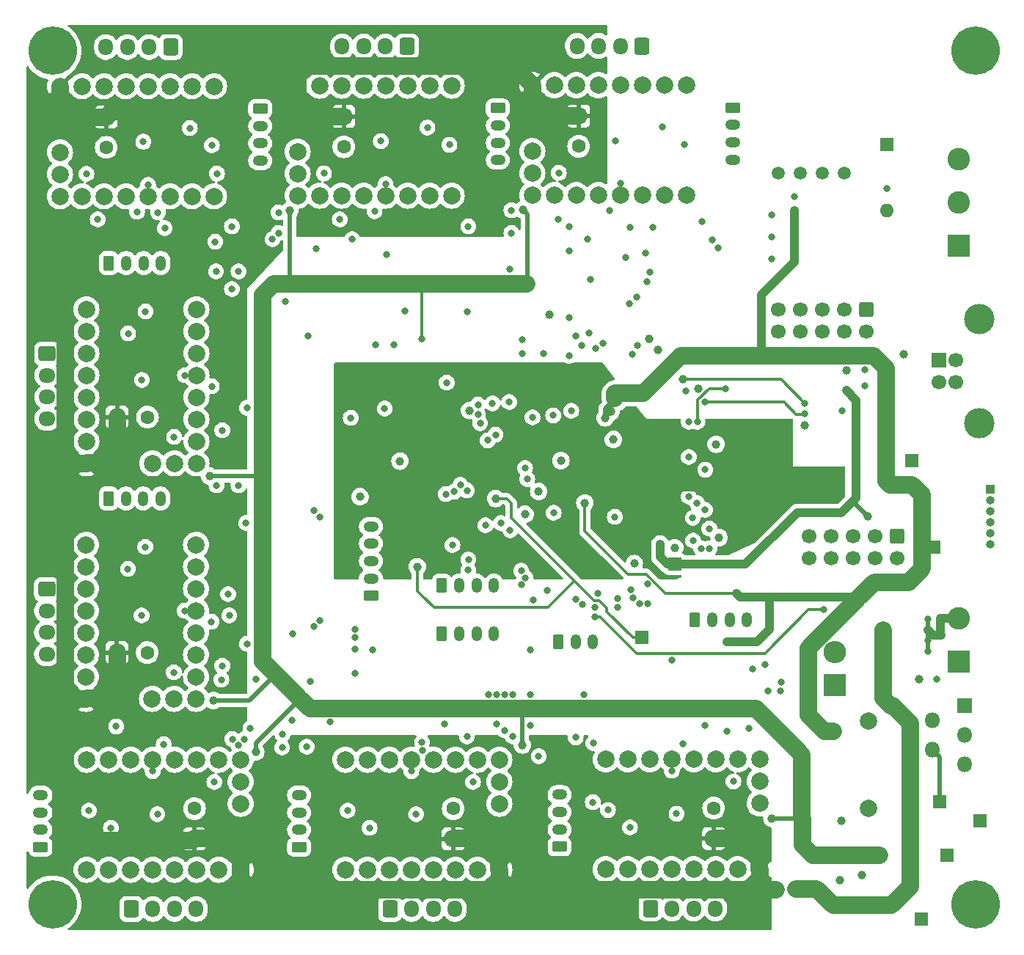
<source format=gbr>
%TF.GenerationSoftware,KiCad,Pcbnew,8.99.0-unknown*%
%TF.CreationDate,2024-03-12T14:31:13+03:00*%
%TF.ProjectId,multistepper,6d756c74-6973-4746-9570-7065722e6b69,rev?*%
%TF.SameCoordinates,Original*%
%TF.FileFunction,Copper,L3,Inr*%
%TF.FilePolarity,Positive*%
%FSLAX46Y46*%
G04 Gerber Fmt 4.6, Leading zero omitted, Abs format (unit mm)*
G04 Created by KiCad (PCBNEW 8.99.0-unknown) date 2024-03-12 14:31:13*
%MOMM*%
%LPD*%
G01*
G04 APERTURE LIST*
G04 Aperture macros list*
%AMRoundRect*
0 Rectangle with rounded corners*
0 $1 Rounding radius*
0 $2 $3 $4 $5 $6 $7 $8 $9 X,Y pos of 4 corners*
0 Add a 4 corners polygon primitive as box body*
4,1,4,$2,$3,$4,$5,$6,$7,$8,$9,$2,$3,0*
0 Add four circle primitives for the rounded corners*
1,1,$1+$1,$2,$3*
1,1,$1+$1,$4,$5*
1,1,$1+$1,$6,$7*
1,1,$1+$1,$8,$9*
0 Add four rect primitives between the rounded corners*
20,1,$1+$1,$2,$3,$4,$5,0*
20,1,$1+$1,$4,$5,$6,$7,0*
20,1,$1+$1,$6,$7,$8,$9,0*
20,1,$1+$1,$8,$9,$2,$3,0*%
G04 Aperture macros list end*
%TA.AperFunction,ComponentPad*%
%ADD10RoundRect,0.250000X0.600000X0.725000X-0.600000X0.725000X-0.600000X-0.725000X0.600000X-0.725000X0*%
%TD*%
%TA.AperFunction,ComponentPad*%
%ADD11O,1.700000X1.950000*%
%TD*%
%TA.AperFunction,ComponentPad*%
%ADD12RoundRect,0.250000X-0.725000X0.600000X-0.725000X-0.600000X0.725000X-0.600000X0.725000X0.600000X0*%
%TD*%
%TA.AperFunction,ComponentPad*%
%ADD13O,1.950000X1.700000*%
%TD*%
%TA.AperFunction,ComponentPad*%
%ADD14RoundRect,0.250000X0.625000X-0.350000X0.625000X0.350000X-0.625000X0.350000X-0.625000X-0.350000X0*%
%TD*%
%TA.AperFunction,ComponentPad*%
%ADD15O,1.750000X1.200000*%
%TD*%
%TA.AperFunction,ComponentPad*%
%ADD16RoundRect,0.250000X-0.600000X0.600000X-0.600000X-0.600000X0.600000X-0.600000X0.600000X0.600000X0*%
%TD*%
%TA.AperFunction,ComponentPad*%
%ADD17C,1.700000*%
%TD*%
%TA.AperFunction,ComponentPad*%
%ADD18C,5.600000*%
%TD*%
%TA.AperFunction,ComponentPad*%
%ADD19R,1.600000X1.600000*%
%TD*%
%TA.AperFunction,ComponentPad*%
%ADD20O,1.600000X1.600000*%
%TD*%
%TA.AperFunction,ComponentPad*%
%ADD21C,1.600000*%
%TD*%
%TA.AperFunction,ComponentPad*%
%ADD22RoundRect,0.250000X-0.350000X-0.625000X0.350000X-0.625000X0.350000X0.625000X-0.350000X0.625000X0*%
%TD*%
%TA.AperFunction,ComponentPad*%
%ADD23O,1.200000X1.750000*%
%TD*%
%TA.AperFunction,ComponentPad*%
%ADD24C,2.000000*%
%TD*%
%TA.AperFunction,ComponentPad*%
%ADD25R,2.600000X2.600000*%
%TD*%
%TA.AperFunction,ComponentPad*%
%ADD26C,2.600000*%
%TD*%
%TA.AperFunction,ComponentPad*%
%ADD27R,1.500000X1.500000*%
%TD*%
%TA.AperFunction,ComponentPad*%
%ADD28R,1.000000X1.000000*%
%TD*%
%TA.AperFunction,ComponentPad*%
%ADD29O,1.000000X1.000000*%
%TD*%
%TA.AperFunction,ComponentPad*%
%ADD30RoundRect,0.250000X-0.625000X0.350000X-0.625000X-0.350000X0.625000X-0.350000X0.625000X0.350000X0*%
%TD*%
%TA.AperFunction,ComponentPad*%
%ADD31RoundRect,0.250000X-0.600000X-0.725000X0.600000X-0.725000X0.600000X0.725000X-0.600000X0.725000X0*%
%TD*%
%TA.AperFunction,ComponentPad*%
%ADD32C,1.500000*%
%TD*%
%TA.AperFunction,ComponentPad*%
%ADD33O,2.600000X2.600000*%
%TD*%
%TA.AperFunction,ComponentPad*%
%ADD34R,1.800000X1.800000*%
%TD*%
%TA.AperFunction,ComponentPad*%
%ADD35O,1.800000X1.800000*%
%TD*%
%TA.AperFunction,ComponentPad*%
%ADD36R,1.700000X1.700000*%
%TD*%
%TA.AperFunction,ComponentPad*%
%ADD37C,3.500000*%
%TD*%
%TA.AperFunction,ViaPad*%
%ADD38C,1.000000*%
%TD*%
%TA.AperFunction,ViaPad*%
%ADD39C,0.800000*%
%TD*%
%TA.AperFunction,Conductor*%
%ADD40C,1.000000*%
%TD*%
%TA.AperFunction,Conductor*%
%ADD41C,0.500000*%
%TD*%
%TA.AperFunction,Conductor*%
%ADD42C,0.300000*%
%TD*%
%TA.AperFunction,Conductor*%
%ADD43C,2.000000*%
%TD*%
G04 APERTURE END LIST*
D10*
%TO.N,Net-(J17-Pad1)*%
%TO.C,J17*%
X99921075Y-41501827D03*
D11*
%TO.N,Net-(J17-Pad2)*%
X97421075Y-41501827D03*
%TO.N,Net-(J17-Pad3)*%
X94921075Y-41501827D03*
%TO.N,Net-(J17-Pad4)*%
X92421075Y-41501827D03*
%TD*%
D12*
%TO.N,Net-(J12-Pad1)*%
%TO.C,J12*%
X58374000Y-76974000D03*
D13*
%TO.N,Net-(J12-Pad2)*%
X58374000Y-79474000D03*
%TO.N,Net-(J12-Pad3)*%
X58374000Y-81974000D03*
%TO.N,Net-(J12-Pad4)*%
X58374000Y-84474000D03*
%TD*%
D14*
%TO.N,GND*%
%TO.C,J6*%
X95758000Y-104902000D03*
D15*
%TO.N,Net-(J6-Pad2)*%
X95758000Y-102902000D03*
%TO.N,Net-(J6-Pad3)*%
X95758000Y-100902000D03*
%TO.N,Net-(J6-Pad4)*%
X95758000Y-98902000D03*
%TO.N,Net-(J6-Pad5)*%
X95758000Y-96902000D03*
%TD*%
D16*
%TO.N,GND*%
%TO.C,J2*%
X152958800Y-71840700D03*
D17*
%TO.N,Net-(J2-Pad2)*%
X152958800Y-74380700D03*
%TO.N,Net-(J2-Pad3)*%
X150418800Y-71840700D03*
%TO.N,Net-(J2-Pad4)*%
X150418800Y-74380700D03*
%TO.N,Net-(J2-Pad5)*%
X147878800Y-71840700D03*
%TO.N,Net-(J2-Pad6)*%
X147878800Y-74380700D03*
%TO.N,Net-(J2-Pad7)*%
X145338800Y-71840700D03*
%TO.N,Net-(J2-Pad8)*%
X145338800Y-74380700D03*
%TO.N,GND*%
X142798800Y-71840700D03*
%TO.N,Net-(J2-Pad10)*%
X142798800Y-74380700D03*
%TD*%
D14*
%TO.N,Net-(J22-Pad1)*%
%TO.C,J22*%
X87466000Y-133934000D03*
D15*
%TO.N,M5_L0*%
X87466000Y-131934000D03*
%TO.N,M5_L1*%
X87466000Y-129934000D03*
%TO.N,GND*%
X87466000Y-127934000D03*
%TD*%
D18*
%TO.N,N/C*%
%TO.C,H4*%
X165500000Y-140500000D03*
%TD*%
D19*
%TO.N,Net-(R18-Pad1)*%
%TO.C,SW3*%
X155295600Y-52832000D03*
D20*
%TO.N,/CANL*%
X155295600Y-60452000D03*
%TD*%
D19*
%TO.N,/Motors/Vm*%
%TO.C,C24*%
X105246000Y-132978000D03*
D21*
%TO.N,GND*%
X105246000Y-129478000D03*
%TD*%
D22*
%TO.N,Net-(J4-Pad1)*%
%TO.C,J5*%
X103934000Y-103733600D03*
D23*
%TO.N,ADC2*%
X105934000Y-103733600D03*
%TO.N,ADC3*%
X107934000Y-103733600D03*
%TO.N,GND*%
X109934000Y-103733600D03*
%TD*%
D22*
%TO.N,Net-(J11-Pad1)*%
%TO.C,J11*%
X65500000Y-66500000D03*
D23*
%TO.N,M0_L0*%
X67500000Y-66500000D03*
%TO.N,M0_L1*%
X69500000Y-66500000D03*
%TO.N,GND*%
X71500000Y-66500000D03*
%TD*%
D24*
%TO.N,/Motors/stepper_M5/~{ENx}*%
%TO.C,XX5*%
X140640000Y-123774000D03*
%TO.N,/Motors/stepper_M5/MS1*%
X138100000Y-123774000D03*
%TO.N,/Motors/stepper_M5/MS2*%
X135560000Y-123774000D03*
%TO.N,/Motors/stepper_M5/SPR*%
X133020000Y-123774000D03*
%TO.N,/Motors/stepper_M5/U*%
X130480000Y-123774000D03*
%TO.N,/Motors/stepper_M5/CLK*%
X127940000Y-123774000D03*
%TO.N,/Motors/stepper_M5/STEPx*%
X125400000Y-123774000D03*
%TO.N,/Motors/stepper_M5/DIRx*%
X122860000Y-123774000D03*
%TO.N,GND*%
X122860000Y-136474000D03*
%TO.N,Vio*%
X125400000Y-136474000D03*
%TO.N,Net-(J21-Pad1)*%
X127940000Y-136474000D03*
%TO.N,Net-(J21-Pad2)*%
X130480000Y-136474000D03*
%TO.N,Net-(J21-Pad3)*%
X133020000Y-136474000D03*
%TO.N,Net-(J21-Pad4)*%
X135560000Y-136474000D03*
%TO.N,GND*%
X138100000Y-136474000D03*
%TO.N,/Motors/Vm*%
X140640000Y-136474000D03*
%TO.N,/Motors/DIAG4*%
X140640000Y-126314000D03*
%TO.N,unconnected-(XX5-Pad18)*%
X140640000Y-128854000D03*
%TD*%
D22*
%TO.N,Net-(J13-Pad1)*%
%TO.C,J13*%
X117380000Y-110194000D03*
D23*
%TO.N,Net-(J13-Pad2)*%
X119380000Y-110194000D03*
%TO.N,GND*%
X121380000Y-110194000D03*
%TD*%
D24*
%TO.N,/Motors/stepper_M8/~{ENx}*%
%TO.C,XX8*%
X75572000Y-116801600D03*
%TO.N,/Motors/stepper_M8/MS1*%
X75572000Y-114261600D03*
%TO.N,/Motors/stepper_M8/MS2*%
X75572000Y-111721600D03*
%TO.N,/Motors/stepper_M8/SPR*%
X75572000Y-109181600D03*
%TO.N,/Motors/stepper_M8/U*%
X75572000Y-106641600D03*
%TO.N,/Motors/stepper_M8/CLK*%
X75572000Y-104101600D03*
%TO.N,/Motors/stepper_M8/STEPx*%
X75572000Y-101561600D03*
%TO.N,/Motors/stepper_M8/DIRx*%
X75572000Y-99021600D03*
%TO.N,GND*%
X62872000Y-99021600D03*
%TO.N,Vio*%
X62872000Y-101561600D03*
%TO.N,Net-(J27-Pad1)*%
X62872000Y-104101600D03*
%TO.N,Net-(J27-Pad2)*%
X62872000Y-106641600D03*
%TO.N,Net-(J27-Pad3)*%
X62872000Y-109181600D03*
%TO.N,Net-(J27-Pad4)*%
X62872000Y-111721600D03*
%TO.N,GND*%
X62872000Y-114261600D03*
%TO.N,/Motors/Vm*%
X62872000Y-116801600D03*
%TO.N,/Motors/DIAG7*%
X73032000Y-116801600D03*
%TO.N,unconnected-(XX8-Pad18)*%
X70492000Y-116801600D03*
%TD*%
%TO.N,/Motors/stepper_M3/~{ENx}*%
%TO.C,XX3*%
X87281075Y-58727827D03*
%TO.N,/Motors/stepper_M3/MS1*%
X89821075Y-58727827D03*
%TO.N,/Motors/stepper_M3/MS2*%
X92361075Y-58727827D03*
%TO.N,/Motors/stepper_M3/SPR*%
X94901075Y-58727827D03*
%TO.N,/Motors/stepper_M3/U*%
X97441075Y-58727827D03*
%TO.N,/Motors/stepper_M3/CLK*%
X99981075Y-58727827D03*
%TO.N,/Motors/stepper_M3/STEPx*%
X102521075Y-58727827D03*
%TO.N,/Motors/stepper_M3/DIRx*%
X105061075Y-58727827D03*
%TO.N,GND*%
X105061075Y-46027827D03*
%TO.N,Vio*%
X102521075Y-46027827D03*
%TO.N,Net-(J17-Pad1)*%
X99981075Y-46027827D03*
%TO.N,Net-(J17-Pad2)*%
X97441075Y-46027827D03*
%TO.N,Net-(J17-Pad3)*%
X94901075Y-46027827D03*
%TO.N,Net-(J17-Pad4)*%
X92361075Y-46027827D03*
%TO.N,GND*%
X89821075Y-46027827D03*
%TO.N,/Motors/Vm*%
X87281075Y-46027827D03*
%TO.N,/Motors/DIAG2*%
X87281075Y-56187827D03*
%TO.N,unconnected-(XX3-Pad18)*%
X87281075Y-53647827D03*
%TD*%
D25*
%TO.N,GND*%
%TO.C,J10*%
X163576000Y-112482000D03*
D26*
%TO.N,Net-(J10-Pad2)*%
X163576000Y-107482000D03*
%TD*%
D16*
%TO.N,Net-(J3-Pad1)*%
%TO.C,J3*%
X156464000Y-98044000D03*
D17*
%TO.N,GND*%
X156464000Y-100584000D03*
%TO.N,Net-(J3-Pad3)*%
X153924000Y-98044000D03*
%TO.N,Net-(J3-Pad4)*%
X153924000Y-100584000D03*
%TO.N,Net-(J3-Pad5)*%
X151384000Y-98044000D03*
%TO.N,Net-(J3-Pad6)*%
X151384000Y-100584000D03*
%TO.N,Net-(J3-Pad7)*%
X148844000Y-98044000D03*
%TO.N,Net-(J3-Pad8)*%
X148844000Y-100584000D03*
%TO.N,Net-(J3-Pad9)*%
X146304000Y-98044000D03*
%TO.N,GND*%
X146304000Y-100584000D03*
%TD*%
D27*
%TO.N,GND*%
%TO.C,TP3*%
X166090600Y-130860800D03*
%TD*%
D28*
%TO.N,/MCU base/SWCLK*%
%TO.C,J1*%
X167258600Y-92608400D03*
D29*
%TO.N,/MCU base/SWDIO*%
X167258600Y-93878400D03*
%TO.N,GND*%
X167258600Y-95148400D03*
%TO.N,Net-(J1-Pad4)*%
X167258600Y-96418400D03*
%TO.N,/MCU base/BOOT0*%
X167258600Y-97688400D03*
%TO.N,/MCU base/NRST*%
X167258600Y-98958400D03*
%TD*%
D14*
%TO.N,Net-(J24-Pad1)*%
%TO.C,J24*%
X57604925Y-133934000D03*
D15*
%TO.N,M6_L0*%
X57604925Y-131934000D03*
%TO.N,M6_L1*%
X57604925Y-129934000D03*
%TO.N,GND*%
X57604925Y-127934000D03*
%TD*%
D18*
%TO.N,N/C*%
%TO.C,H1*%
X59000000Y-42000000D03*
%TD*%
D19*
%TO.N,/Motors/Vm*%
%TO.C,C23*%
X135306000Y-132918000D03*
D21*
%TO.N,GND*%
X135306000Y-129418000D03*
%TD*%
D10*
%TO.N,Net-(J19-Pad1)*%
%TO.C,J19*%
X127026450Y-41440000D03*
D11*
%TO.N,Net-(J19-Pad2)*%
X124526450Y-41440000D03*
%TO.N,Net-(J19-Pad3)*%
X122026450Y-41440000D03*
%TO.N,Net-(J19-Pad4)*%
X119526450Y-41440000D03*
%TD*%
D27*
%TO.N,Vdrive*%
%TO.C,TP2*%
X159258000Y-142240000D03*
%TD*%
D30*
%TO.N,Net-(J14-Pad1)*%
%TO.C,J14*%
X82974000Y-48689654D03*
D15*
%TO.N,M1_L0*%
X82974000Y-50689654D03*
%TO.N,M1_L1*%
X82974000Y-52689654D03*
%TO.N,GND*%
X82974000Y-54689654D03*
%TD*%
D18*
%TO.N,N/C*%
%TO.C,H3*%
X59000000Y-140500000D03*
%TD*%
D31*
%TO.N,Net-(J23-Pad1)*%
%TO.C,J23*%
X97940000Y-141060000D03*
D11*
%TO.N,Net-(J23-Pad2)*%
X100440000Y-141060000D03*
%TO.N,Net-(J23-Pad3)*%
X102940000Y-141060000D03*
%TO.N,Net-(J23-Pad4)*%
X105440000Y-141060000D03*
%TD*%
D31*
%TO.N,Net-(J25-Pad1)*%
%TO.C,J25*%
X68078925Y-141060000D03*
D11*
%TO.N,Net-(J25-Pad2)*%
X70578925Y-141060000D03*
%TO.N,Net-(J25-Pad3)*%
X73078925Y-141060000D03*
%TO.N,Net-(J25-Pad4)*%
X75578925Y-141060000D03*
%TD*%
D24*
%TO.N,/Motors/stepper_M4/~{ENx}*%
%TO.C,XX4*%
X114386450Y-58666000D03*
%TO.N,/Motors/stepper_M4/MS1*%
X116926450Y-58666000D03*
%TO.N,/Motors/stepper_M4/MS2*%
X119466450Y-58666000D03*
%TO.N,/Motors/stepper_M4/SPR*%
X122006450Y-58666000D03*
%TO.N,/Motors/stepper_M4/U*%
X124546450Y-58666000D03*
%TO.N,/Motors/stepper_M4/CLK*%
X127086450Y-58666000D03*
%TO.N,/Motors/stepper_M4/STEPx*%
X129626450Y-58666000D03*
%TO.N,/Motors/stepper_M4/DIRx*%
X132166450Y-58666000D03*
%TO.N,GND*%
X132166450Y-45966000D03*
%TO.N,Vio*%
X129626450Y-45966000D03*
%TO.N,Net-(J19-Pad1)*%
X127086450Y-45966000D03*
%TO.N,Net-(J19-Pad2)*%
X124546450Y-45966000D03*
%TO.N,Net-(J19-Pad3)*%
X122006450Y-45966000D03*
%TO.N,Net-(J19-Pad4)*%
X119466450Y-45966000D03*
%TO.N,GND*%
X116926450Y-45966000D03*
%TO.N,/Motors/Vm*%
X114386450Y-45966000D03*
%TO.N,/Motors/DIAG3*%
X114386450Y-56126000D03*
%TO.N,unconnected-(XX4-Pad18)*%
X114386450Y-53586000D03*
%TD*%
D18*
%TO.N,N/C*%
%TO.C,H2*%
X165500000Y-42000000D03*
%TD*%
D31*
%TO.N,Net-(J21-Pad1)*%
%TO.C,J21*%
X128000000Y-141000000D03*
D11*
%TO.N,Net-(J21-Pad2)*%
X130500000Y-141000000D03*
%TO.N,Net-(J21-Pad3)*%
X133000000Y-141000000D03*
%TO.N,Net-(J21-Pad4)*%
X135500000Y-141000000D03*
%TD*%
D19*
%TO.N,/Motors/Vm*%
%TO.C,C21*%
X92615075Y-49583827D03*
D21*
%TO.N,GND*%
X92615075Y-53083827D03*
%TD*%
D19*
%TO.N,/Motors/Vm*%
%TO.C,C22*%
X119720450Y-49522000D03*
D21*
%TO.N,GND*%
X119720450Y-53022000D03*
%TD*%
D30*
%TO.N,Net-(J18-Pad1)*%
%TO.C,J18*%
X137500450Y-48566000D03*
D15*
%TO.N,M3_L0*%
X137500450Y-50566000D03*
%TO.N,M3_L1*%
X137500450Y-52566000D03*
%TO.N,GND*%
X137500450Y-54566000D03*
%TD*%
D32*
%TO.N,GND*%
%TO.C,Q1*%
X142798800Y-56083200D03*
%TO.N,Net-(C10-Pad1)*%
X145338800Y-56083200D03*
%TO.N,Earth*%
X147878800Y-56083200D03*
%TO.N,Net-(C11-Pad1)*%
X150418800Y-56083200D03*
%TD*%
D24*
%TO.N,/Motors/stepper_M6/~{ENx}*%
%TO.C,XX6*%
X110580000Y-123834000D03*
%TO.N,/Motors/stepper_M6/MS1*%
X108040000Y-123834000D03*
%TO.N,/Motors/stepper_M6/MS2*%
X105500000Y-123834000D03*
%TO.N,/Motors/stepper_M6/SPR*%
X102960000Y-123834000D03*
%TO.N,/Motors/stepper_M6/U*%
X100420000Y-123834000D03*
%TO.N,/Motors/stepper_M6/CLK*%
X97880000Y-123834000D03*
%TO.N,/Motors/stepper_M6/STEPx*%
X95340000Y-123834000D03*
%TO.N,/Motors/stepper_M6/DIRx*%
X92800000Y-123834000D03*
%TO.N,GND*%
X92800000Y-136534000D03*
%TO.N,Vio*%
X95340000Y-136534000D03*
%TO.N,Net-(J23-Pad1)*%
X97880000Y-136534000D03*
%TO.N,Net-(J23-Pad2)*%
X100420000Y-136534000D03*
%TO.N,Net-(J23-Pad3)*%
X102960000Y-136534000D03*
%TO.N,Net-(J23-Pad4)*%
X105500000Y-136534000D03*
%TO.N,GND*%
X108040000Y-136534000D03*
%TO.N,/Motors/Vm*%
X110580000Y-136534000D03*
%TO.N,/Motors/DIAG5*%
X110580000Y-126374000D03*
%TO.N,unconnected-(XX6-Pad18)*%
X110580000Y-128914000D03*
%TD*%
D25*
%TO.N,Net-(D26-Pad1)*%
%TO.C,D26*%
X149250400Y-115194400D03*
D33*
%TO.N,GND*%
X149250400Y-111384400D03*
%TD*%
D27*
%TO.N,+3.3VADC*%
%TO.C,TP6*%
X127000000Y-109728000D03*
%TD*%
D19*
%TO.N,/Motors/Vm*%
%TO.C,C19*%
X66456000Y-84280000D03*
D21*
%TO.N,GND*%
X69956000Y-84280000D03*
%TD*%
D34*
%TO.N,Vdrive*%
%TO.C,U5*%
X164287200Y-117602000D03*
D35*
%TO.N,Net-(D26-Pad1)*%
X160587200Y-119302000D03*
%TO.N,GND*%
X164287200Y-121002000D03*
%TO.N,Net-(C17-Pad1)*%
X160587200Y-122702000D03*
%TO.N,GND*%
X164287200Y-124402000D03*
%TD*%
D12*
%TO.N,Net-(J27-Pad1)*%
%TO.C,J27*%
X58346000Y-104161600D03*
D13*
%TO.N,Net-(J27-Pad2)*%
X58346000Y-106661600D03*
%TO.N,Net-(J27-Pad3)*%
X58346000Y-109161600D03*
%TO.N,Net-(J27-Pad4)*%
X58346000Y-111661600D03*
%TD*%
D22*
%TO.N,GND*%
%TO.C,J7*%
X133144000Y-107704800D03*
D23*
%TO.N,Net-(J7-Pad2)*%
X135144000Y-107704800D03*
%TO.N,Net-(J7-Pad3)*%
X137144000Y-107704800D03*
%TO.N,Net-(J7-Pad4)*%
X139144000Y-107704800D03*
%TD*%
D27*
%TO.N,Net-(C17-Pad1)*%
%TO.C,TP4*%
X161366200Y-128701800D03*
%TD*%
D10*
%TO.N,Net-(J15-Pad1)*%
%TO.C,J15*%
X72644000Y-41563654D03*
D11*
%TO.N,Net-(J15-Pad2)*%
X70144000Y-41563654D03*
%TO.N,Net-(J15-Pad3)*%
X67644000Y-41563654D03*
%TO.N,Net-(J15-Pad4)*%
X65144000Y-41563654D03*
%TD*%
D24*
%TO.N,Net-(C17-Pad1)*%
%TO.C,L1*%
X153162000Y-129409200D03*
%TO.N,Net-(D26-Pad1)*%
X153162000Y-119409200D03*
%TD*%
D19*
%TO.N,/Motors/Vm*%
%TO.C,C20*%
X65194000Y-49645654D03*
D21*
%TO.N,GND*%
X65194000Y-53145654D03*
%TD*%
D24*
%TO.N,/Motors/stepper_M2/~{ENx}*%
%TO.C,XX2*%
X59860000Y-58789654D03*
%TO.N,/Motors/stepper_M2/MS1*%
X62400000Y-58789654D03*
%TO.N,/Motors/stepper_M2/MS2*%
X64940000Y-58789654D03*
%TO.N,/Motors/stepper_M2/SPR*%
X67480000Y-58789654D03*
%TO.N,/Motors/stepper_M2/U*%
X70020000Y-58789654D03*
%TO.N,/Motors/stepper_M2/CLK*%
X72560000Y-58789654D03*
%TO.N,/Motors/stepper_M2/STEPx*%
X75100000Y-58789654D03*
%TO.N,/Motors/stepper_M2/DIRx*%
X77640000Y-58789654D03*
%TO.N,GND*%
X77640000Y-46089654D03*
%TO.N,Vio*%
X75100000Y-46089654D03*
%TO.N,Net-(J15-Pad1)*%
X72560000Y-46089654D03*
%TO.N,Net-(J15-Pad2)*%
X70020000Y-46089654D03*
%TO.N,Net-(J15-Pad3)*%
X67480000Y-46089654D03*
%TO.N,Net-(J15-Pad4)*%
X64940000Y-46089654D03*
%TO.N,GND*%
X62400000Y-46089654D03*
%TO.N,/Motors/Vm*%
X59860000Y-46089654D03*
%TO.N,/Motors/DIAG1*%
X59860000Y-56249654D03*
%TO.N,unconnected-(XX2-Pad18)*%
X59860000Y-53709654D03*
%TD*%
D25*
%TO.N,/CANL*%
%TO.C,J9*%
X163576000Y-64516000D03*
D26*
%TO.N,Earth*%
X163576000Y-59516000D03*
%TO.N,/CANH*%
X163576000Y-54516000D03*
%TD*%
D19*
%TO.N,/Motors/Vm*%
%TO.C,C25*%
X75384925Y-132978000D03*
D21*
%TO.N,GND*%
X75384925Y-129478000D03*
%TD*%
D24*
%TO.N,/Motors/stepper_M7/~{ENx}*%
%TO.C,XX7*%
X80718925Y-123834000D03*
%TO.N,/Motors/stepper_M7/MS1*%
X78178925Y-123834000D03*
%TO.N,/Motors/stepper_M7/MS2*%
X75638925Y-123834000D03*
%TO.N,/Motors/stepper_M7/SPR*%
X73098925Y-123834000D03*
%TO.N,/Motors/stepper_M7/U*%
X70558925Y-123834000D03*
%TO.N,/Motors/stepper_M7/CLK*%
X68018925Y-123834000D03*
%TO.N,/Motors/stepper_M7/STEPx*%
X65478925Y-123834000D03*
%TO.N,/Motors/stepper_M7/DIRx*%
X62938925Y-123834000D03*
%TO.N,GND*%
X62938925Y-136534000D03*
%TO.N,Vio*%
X65478925Y-136534000D03*
%TO.N,Net-(J25-Pad1)*%
X68018925Y-136534000D03*
%TO.N,Net-(J25-Pad2)*%
X70558925Y-136534000D03*
%TO.N,Net-(J25-Pad3)*%
X73098925Y-136534000D03*
%TO.N,Net-(J25-Pad4)*%
X75638925Y-136534000D03*
%TO.N,GND*%
X78178925Y-136534000D03*
%TO.N,/Motors/Vm*%
X80718925Y-136534000D03*
%TO.N,/Motors/DIAG6*%
X80718925Y-126374000D03*
%TO.N,unconnected-(XX7-Pad18)*%
X80718925Y-128914000D03*
%TD*%
D22*
%TO.N,Net-(J26-Pad1)*%
%TO.C,J26*%
X65472000Y-93687600D03*
D23*
%TO.N,M7_L0*%
X67472000Y-93687600D03*
%TO.N,M7_L1*%
X69472000Y-93687600D03*
%TO.N,GND*%
X71472000Y-93687600D03*
%TD*%
D22*
%TO.N,Net-(J4-Pad1)*%
%TO.C,J4*%
X103934000Y-109321600D03*
D23*
%TO.N,ADC0*%
X105934000Y-109321600D03*
%TO.N,ADC1*%
X107934000Y-109321600D03*
%TO.N,GND*%
X109934000Y-109321600D03*
%TD*%
D14*
%TO.N,Net-(J20-Pad1)*%
%TO.C,J20*%
X117526000Y-133874000D03*
D15*
%TO.N,M4_L0*%
X117526000Y-131874000D03*
%TO.N,M4_L1*%
X117526000Y-129874000D03*
%TO.N,GND*%
X117526000Y-127874000D03*
%TD*%
D30*
%TO.N,Net-(J16-Pad1)*%
%TO.C,J16*%
X110395075Y-48627827D03*
D15*
%TO.N,M2_L0*%
X110395075Y-50627827D03*
%TO.N,M2_L1*%
X110395075Y-52627827D03*
%TO.N,GND*%
X110395075Y-54627827D03*
%TD*%
D27*
%TO.N,Vio*%
%TO.C,TP8*%
X162255200Y-134823200D03*
%TD*%
%TO.N,+3V3*%
%TO.C,TP5*%
X130810000Y-101244400D03*
%TD*%
D19*
%TO.N,/Motors/Vm*%
%TO.C,C26*%
X66428000Y-111467600D03*
D21*
%TO.N,GND*%
X69928000Y-111467600D03*
%TD*%
D24*
%TO.N,/Motors/stepper_M1/~{ENx}*%
%TO.C,XX1*%
X75600000Y-89614000D03*
%TO.N,/Motors/stepper_M1/MS1*%
X75600000Y-87074000D03*
%TO.N,/Motors/stepper_M1/MS2*%
X75600000Y-84534000D03*
%TO.N,/Motors/stepper_M1/SPR*%
X75600000Y-81994000D03*
%TO.N,/Motors/stepper_M1/U*%
X75600000Y-79454000D03*
%TO.N,/Motors/stepper_M1/CLK*%
X75600000Y-76914000D03*
%TO.N,/Motors/stepper_M1/STEPx*%
X75600000Y-74374000D03*
%TO.N,/Motors/stepper_M1/DIRx*%
X75600000Y-71834000D03*
%TO.N,GND*%
X62900000Y-71834000D03*
%TO.N,Vio*%
X62900000Y-74374000D03*
%TO.N,Net-(J12-Pad1)*%
X62900000Y-76914000D03*
%TO.N,Net-(J12-Pad2)*%
X62900000Y-79454000D03*
%TO.N,Net-(J12-Pad3)*%
X62900000Y-81994000D03*
%TO.N,Net-(J12-Pad4)*%
X62900000Y-84534000D03*
%TO.N,GND*%
X62900000Y-87074000D03*
%TO.N,/Motors/Vm*%
X62900000Y-89614000D03*
%TO.N,/Motors/DIAG0*%
X73060000Y-89614000D03*
%TO.N,unconnected-(XX1-Pad18)*%
X70520000Y-89614000D03*
%TD*%
D36*
%TO.N,/VB*%
%TO.C,J8*%
X161290000Y-77730000D03*
D17*
%TO.N,Net-(J8-Pad2)*%
X161290000Y-80230000D03*
%TO.N,Net-(J8-Pad3)*%
X163290000Y-80230000D03*
%TO.N,GND*%
X163290000Y-77730000D03*
D37*
X166000000Y-72960000D03*
X166000000Y-85000000D03*
%TD*%
D27*
%TO.N,Net-(D22-Pad1)*%
%TO.C,TP1*%
X158167500Y-89348000D03*
%TD*%
%TO.N,+5V*%
%TO.C,TP7*%
X160731200Y-99314000D03*
%TD*%
D38*
%TO.N,GND*%
X145821000Y-85217000D03*
D39*
X99669600Y-72034400D03*
X121412000Y-121909100D03*
X88493600Y-74930000D03*
D38*
X94488000Y-93472000D03*
D39*
X114401600Y-84328000D03*
D38*
X127863600Y-75285600D03*
D39*
X142033000Y-66040000D03*
D38*
X117683600Y-89306400D03*
X115112800Y-92863500D03*
D39*
X101650800Y-121818400D03*
D38*
X113538000Y-95504000D03*
X149910800Y-137749000D03*
D39*
X125120400Y-65887600D03*
D38*
X116332000Y-72440800D03*
X152450000Y-137174000D03*
D39*
X77978000Y-56184800D03*
X89458800Y-64871600D03*
D38*
X135585200Y-87426800D03*
D39*
X161086800Y-114503200D03*
X130454400Y-112369600D03*
D38*
X126136400Y-101193600D03*
X135940800Y-98196400D03*
X150063200Y-130860800D03*
D39*
X86715600Y-109321600D03*
D38*
X107137200Y-83515200D03*
D39*
X127457200Y-65328800D03*
D38*
X130810000Y-99364800D03*
X123734800Y-86868000D03*
X159004000Y-114503200D03*
X157276800Y-77012800D03*
D39*
X86664800Y-119278400D03*
D38*
X133578600Y-80975200D03*
X99110800Y-89357200D03*
D39*
X121056400Y-68427600D03*
%TO.N,/MCU base/NRST*%
X113538000Y-90170000D03*
X97332800Y-83312000D03*
%TO.N,/MCU base/BOOT0*%
X116789200Y-84099400D03*
X150164800Y-83548000D03*
D38*
%TO.N,+3V3*%
X150600000Y-78870400D03*
D39*
X129133600Y-98958400D03*
D38*
X153085800Y-95758000D03*
D39*
X129133600Y-100431600D03*
D38*
X150600000Y-81200000D03*
D39*
%TO.N,/MCU base/BTN1*%
X133432503Y-84836000D03*
X136652000Y-80975189D03*
%TO.N,/MCU base/BTN2_SDA*%
X132433000Y-84836000D03*
%TO.N,/MCU base/SWDIO*%
X145821400Y-83870800D03*
X134333000Y-82561000D03*
%TO.N,/MCU base/BTN3_SCL*%
X132130800Y-81280000D03*
D38*
%TO.N,/MCU base/SWCLK*%
X128879600Y-76504800D03*
D39*
X145821000Y-82677000D03*
D38*
X131792223Y-79925423D03*
D39*
%TO.N,M4_L0*%
X132435600Y-88900000D03*
X119380000Y-121259600D03*
X143103600Y-114858800D03*
%TO.N,M4_L1*%
X134333000Y-90361500D03*
X121361200Y-128727200D03*
%TO.N,/MCU base/BTN4*%
X122508007Y-75782947D03*
%TO.N,/MCU base/BTN5*%
X121666000Y-76327000D03*
%TO.N,/MCU base/BTN6*%
X120904000Y-74574400D03*
%TO.N,M3_L1*%
X135788400Y-64719200D03*
X125882400Y-77012800D03*
X127579800Y-68681600D03*
%TO.N,M3_L0*%
X126492000Y-76036700D03*
X135128000Y-63855600D03*
X127965200Y-67513200D03*
%TO.N,M2_L1*%
X120079500Y-75996800D03*
%TO.N,M2_L0*%
X119380000Y-74930000D03*
%TO.N,M1_L0*%
X113205734Y-75363866D03*
X113182400Y-76911200D03*
%TO.N,M1_L1*%
X115671600Y-76911200D03*
%TO.N,/MCU base/SCRN_DCRS*%
X134808000Y-99435500D03*
%TO.N,/MCU base/SCRN_SCK*%
X133858000Y-99435500D03*
%TO.N,/MCU base/SCRN_MISO*%
X132943600Y-98552000D03*
%TO.N,/MCU base/SCRN_MOSI*%
X134808000Y-97160500D03*
%TO.N,/MCU base/SCRN_RST*%
X132892800Y-95910400D03*
%TO.N,/MCU base/SCRN_CS*%
X134315200Y-94996000D03*
%TO.N,M6_L1*%
X121564400Y-106273600D03*
X127696000Y-105785500D03*
X124216900Y-106273600D03*
%TO.N,M6_L0*%
X121909100Y-104597200D03*
X126746000Y-105785500D03*
X124216900Y-105237706D03*
%TO.N,M5_L1*%
X133400800Y-94234000D03*
%TO.N,M5_L0*%
X132435600Y-93472000D03*
%TO.N,/MCU base/A0*%
X105156000Y-99060000D03*
%TO.N,/MCU base/A1*%
X108966000Y-96774000D03*
%TO.N,/MCU base/A2*%
X110744000Y-96520000D03*
%TO.N,/MCU base/A3*%
X111815000Y-97337000D03*
%TO.N,/MCU base/A4*%
X116840000Y-95331600D03*
%TO.N,/MCU base/A5*%
X113792000Y-91440000D03*
%TO.N,ADC4*%
X121617266Y-107342466D03*
X147980400Y-106527600D03*
%TO.N,+5V*%
X144627600Y-60401200D03*
X136804400Y-110236000D03*
D38*
X146202400Y-118668800D03*
X122783600Y-84378800D03*
X149098000Y-120548400D03*
X137972800Y-104648000D03*
X155197900Y-90003120D03*
X120446800Y-94202100D03*
X143446500Y-67576700D03*
X123494800Y-83667600D03*
D39*
%TO.N,ADC0*%
X107004000Y-100722000D03*
D38*
%TO.N,Vdrive*%
X147167600Y-138734800D03*
X145999200Y-138734800D03*
D39*
X154905000Y-111379000D03*
D38*
X144743000Y-138836400D03*
D39*
X154905000Y-110109000D03*
X154905000Y-108839000D03*
D38*
X149088128Y-140655328D03*
D39*
X154889200Y-112268000D03*
%TO.N,ADC1*%
X106982978Y-101953778D03*
%TO.N,MUL0*%
X109778800Y-82702400D03*
%TO.N,MUL1*%
X108102400Y-82854800D03*
%TO.N,MUL2*%
X108102400Y-83972400D03*
%TO.N,MUL_EN*%
X108356400Y-84988400D03*
%TO.N,M1_DIR*%
X71944000Y-62483654D03*
X77774800Y-64047900D03*
D38*
%TO.N,+3.3VADC*%
X101092000Y-101549200D03*
X110134400Y-93675200D03*
D39*
%TO.N,USART3_TX*%
X123901200Y-95808800D03*
%TO.N,M6_STEP*%
X93882532Y-113842800D03*
X93878400Y-111099600D03*
%TO.N,M5_DIR*%
X141274800Y-112877600D03*
X139801600Y-113385600D03*
%TO.N,USB_DM*%
X152786500Y-80712000D03*
%TO.N,USB_DP*%
X152786500Y-78812000D03*
%TO.N,M4_DIR*%
X141579600Y-115925600D03*
X143052800Y-115925600D03*
%TO.N,CAN_RX*%
X125577600Y-71170800D03*
X142033000Y-60960000D03*
%TO.N,CAN_TX*%
X126390400Y-70459600D03*
X142033000Y-63500000D03*
%TO.N,USART2_TX*%
X118872000Y-83566000D03*
%TO.N,M3_STEP*%
X128270000Y-62382400D03*
X125670450Y-62360000D03*
%TO.N,Net-(C10-Pad1)*%
X144627600Y-58864700D03*
%TO.N,/MCU base/MOT_MUL0*%
X104394000Y-93167200D03*
%TO.N,/MCU base/MOT_MUL1*%
X105359802Y-92889531D03*
%TO.N,/MCU base/MOT_MUL2*%
X106070400Y-92100400D03*
%TO.N,/MCU base/MOT_MUL_EN*%
X106832400Y-92760800D03*
%TO.N,/MCU base/OUT1*%
X125780800Y-104241600D03*
%TO.N,/MCU base/OUT0*%
X127696000Y-103510500D03*
%TO.N,/MCU base/OUT2*%
X125964204Y-105122384D03*
%TO.N,/CANH*%
X155295600Y-57938000D03*
D38*
%TO.N,Net-(J10-Pad2)*%
X161544000Y-109423200D03*
X161482400Y-107482000D03*
D39*
X160055000Y-107569000D03*
X160070800Y-110083600D03*
X160070800Y-108864400D03*
X160070800Y-111353600D03*
D38*
%TO.N,/Motors/Vm*%
X142544800Y-138836400D03*
X139598400Y-138836400D03*
X138074400Y-138836400D03*
X141020800Y-138836400D03*
D39*
%TO.N,/Motors/USART0-3*%
X79705200Y-62280800D03*
X118618000Y-62280800D03*
X133959600Y-61671200D03*
X104807075Y-52853827D03*
X118618000Y-77216000D03*
X131912450Y-52792000D03*
X118618000Y-72796400D03*
X79705200Y-69494400D03*
X106984800Y-62280800D03*
X77386000Y-52915654D03*
X69726000Y-72088000D03*
X118618000Y-65125600D03*
%TO.N,/Motors/MOSI*%
X117434450Y-56094000D03*
X78587600Y-85801200D03*
X80467200Y-122174000D03*
X77670925Y-126406000D03*
X113095200Y-103625600D03*
X136855200Y-120548400D03*
X107532000Y-126406000D03*
X78587600Y-112979200D03*
X112115600Y-116281200D03*
X106832400Y-121158000D03*
X73028000Y-86566000D03*
X73000000Y-113753600D03*
X62908000Y-56217654D03*
X117348000Y-61468000D03*
X112115600Y-121158000D03*
X92151200Y-61468000D03*
X64211200Y-61468000D03*
X137592000Y-126346000D03*
X90329075Y-56155827D03*
%TO.N,/Motors/SCK*%
X110286800Y-119735600D03*
X84378800Y-63754000D03*
X81432400Y-83210400D03*
X81432400Y-110439200D03*
X69278500Y-107186499D03*
X93573600Y-63754000D03*
X100964899Y-130127500D03*
X96896176Y-52434327D03*
X69475101Y-52496154D03*
X120751600Y-63754000D03*
X131024899Y-130067500D03*
X81838800Y-120192800D03*
X134264400Y-119837200D03*
X69306500Y-79998899D03*
X110286800Y-116281200D03*
X104241600Y-119735600D03*
X71103824Y-130127500D03*
X113095200Y-102025600D03*
X124001551Y-52372500D03*
%TO.N,/Motors/MISO*%
X111201200Y-116281200D03*
X111963200Y-60401200D03*
X81127600Y-121462800D03*
X80467200Y-92151200D03*
X111963200Y-63042800D03*
X113588800Y-102819200D03*
X85090000Y-60655200D03*
X77876400Y-67462400D03*
X77927200Y-92151200D03*
X111201200Y-120446800D03*
X85496400Y-122428000D03*
X79756000Y-121462800D03*
X80467200Y-67462400D03*
X85547200Y-120904000D03*
X115112800Y-123444000D03*
X85090000Y-63042800D03*
%TO.N,/Motors/USART4-7*%
X63192925Y-129708000D03*
X82499200Y-114554000D03*
X93054000Y-129708000D03*
X78486000Y-114604800D03*
X91033600Y-119481600D03*
X123114000Y-129648000D03*
X66344800Y-119989600D03*
X120294400Y-116281200D03*
X81330800Y-96520000D03*
X69698000Y-99275600D03*
%TO.N,/Motors/DIAG4*%
X95961200Y-111150400D03*
X114147600Y-119848100D03*
X139344400Y-120243600D03*
X114147600Y-116281200D03*
X96266000Y-75946000D03*
X114147600Y-111150400D03*
X98399600Y-75931500D03*
%TO.N,/Motors/DIAG6*%
X93929200Y-109677200D03*
X88341200Y-122326400D03*
X88773000Y-114833400D03*
%TO.N,/Motors/DIAG7*%
X93878400Y-108762800D03*
%TO.N,/Motors/DIAG5*%
X109321600Y-116281200D03*
%TO.N,/Motors/DIAG3*%
X104495600Y-80314800D03*
X106881134Y-72138066D03*
X111810800Y-67208400D03*
%TO.N,/Motors/DIAG0*%
X93421200Y-84378800D03*
%TO.N,/Motors/DIAG1*%
X85902800Y-70967600D03*
%TO.N,/Motors/DIAG2*%
X97586800Y-65481200D03*
%TO.N,/Motors/stepper_M1/U*%
X74279200Y-79454000D03*
X67726000Y-74628000D03*
%TO.N,/Motors/stepper_M1/~{ENx}*%
X77378000Y-80724000D03*
%TO.N,/MCU base/USART1_RX*%
X114503200Y-105359200D03*
%TO.N,/MCU base/USART1_TX*%
X116078000Y-104292400D03*
%TO.N,M0_L1*%
X110134400Y-86309200D03*
%TO.N,M0_L0*%
X109220000Y-86969600D03*
%TO.N,M7_L0*%
X89865200Y-107746800D03*
X89865200Y-95859600D03*
X119430800Y-105308400D03*
%TO.N,M7_L1*%
X89154000Y-95097600D03*
X89154000Y-108458000D03*
X120142000Y-105918000D03*
%TO.N,M7_DIR*%
X79400400Y-107188000D03*
X79266000Y-104717600D03*
D38*
%TO.N,MCU3v3*%
X149275800Y-90703400D03*
X113385600Y-86156800D03*
D39*
X115112800Y-94588500D03*
D38*
X119938800Y-86106000D03*
X124815600Y-84124800D03*
D39*
X115493800Y-83566000D03*
D38*
X109169200Y-79400400D03*
X125222000Y-95046800D03*
D39*
X100584000Y-100056000D03*
%TO.N,/Motors/stepper_M2/U*%
X70020000Y-57468854D03*
X74846000Y-50915654D03*
%TO.N,/Motors/stepper_M2/STEPx*%
X71170800Y-60655200D03*
%TO.N,/Motors/stepper_M2/~{ENx}*%
X68750000Y-60567654D03*
%TO.N,/Motors/stepper_M3/U*%
X97441075Y-57407027D03*
X102267075Y-50853827D03*
%TO.N,/Motors/stepper_M3/~{ENx}*%
X96171075Y-60505827D03*
%TO.N,/Motors/stepper_M4/U*%
X129372450Y-50792000D03*
X124546450Y-57345200D03*
%TO.N,/Motors/stepper_M4/~{ENx}*%
X123276450Y-60444000D03*
%TO.N,/Motors/stepper_M5/U*%
X125654000Y-131648000D03*
X130480000Y-125094800D03*
%TO.N,/Motors/stepper_M5/~{ENx}*%
X131750000Y-121996000D03*
%TO.N,/Motors/stepper_M6/U*%
X95594000Y-131708000D03*
X100420000Y-125154800D03*
%TO.N,/Motors/stepper_M6/~{ENx}*%
X101690000Y-122783600D03*
%TO.N,/Motors/stepper_M7/U*%
X65732925Y-131708000D03*
X70558925Y-125154800D03*
%TO.N,/Motors/stepper_M7/~{ENx}*%
X71828925Y-122056000D03*
%TO.N,/Motors/stepper_M8/U*%
X67698000Y-101815600D03*
X74251200Y-106641600D03*
%TO.N,/Motors/stepper_M8/~{ENx}*%
X77350000Y-107911600D03*
%TO.N,/MCU base/Diagn*%
X111709200Y-82550000D03*
D38*
%TO.N,Vio*%
X77114400Y-91084400D03*
X82448400Y-122936000D03*
X149910800Y-134874000D03*
X86410800Y-60401200D03*
X113284000Y-60350400D03*
X142036800Y-130606800D03*
X77571600Y-116992400D03*
X154482800Y-134874000D03*
D39*
X101650800Y-75285600D03*
D38*
X152450000Y-134874000D03*
X113233200Y-122123200D03*
%TD*%
D40*
%TO.N,+3V3*%
X151739600Y-93624400D02*
X150825200Y-94538800D01*
X129130895Y-98953193D02*
X129130895Y-100426393D01*
X151739600Y-82339600D02*
X150600000Y-81200000D01*
D41*
X151739600Y-94411800D02*
X153085800Y-95758000D01*
X151739600Y-93624400D02*
X151739600Y-94411800D01*
D40*
X144932400Y-95300800D02*
X150063200Y-95300800D01*
X151739600Y-93624400D02*
X151739600Y-82339600D01*
X129946400Y-101244400D02*
X129133600Y-100431600D01*
X138988800Y-101244400D02*
X144932400Y-95300800D01*
X130810000Y-101244400D02*
X129946400Y-101244400D01*
X130810000Y-101244400D02*
X138988800Y-101244400D01*
X150825200Y-94538800D02*
X150063200Y-95300800D01*
D42*
%TO.N,/MCU base/BTN1*%
X133432503Y-84836000D02*
X133432503Y-82315097D01*
X133432503Y-82315097D02*
X134772411Y-80975189D01*
X134772411Y-80975189D02*
X136652000Y-80975189D01*
%TO.N,/MCU base/SWDIO*%
X145821000Y-83947000D02*
X145821000Y-83871200D01*
X145821000Y-83871200D02*
X145821400Y-83870800D01*
X145821000Y-83947000D02*
X144821002Y-83947000D01*
X143435002Y-82561000D02*
X134333000Y-82561000D01*
X144821002Y-83947000D02*
X143435002Y-82561000D01*
%TO.N,/MCU base/SWCLK*%
X131792223Y-79925423D02*
X143069423Y-79925423D01*
X143069423Y-79925423D02*
X145821000Y-82677000D01*
%TO.N,ADC4*%
X146253200Y-106527600D02*
X141224000Y-111556800D01*
X122176066Y-107342466D02*
X121617266Y-107342466D01*
X147980400Y-106527600D02*
X146253200Y-106527600D01*
X125907800Y-111074200D02*
X122176066Y-107342466D01*
X126390400Y-111556800D02*
X125907800Y-111074200D01*
X141224000Y-111556800D02*
X126390400Y-111556800D01*
D43*
%TO.N,+5V*%
X148082000Y-120548400D02*
X146202400Y-118668800D01*
X123901200Y-82143600D02*
X123901200Y-81534000D01*
D40*
X140309600Y-110236000D02*
X136804400Y-110236000D01*
D41*
X122783600Y-83261200D02*
X123901200Y-82143600D01*
D43*
X153822400Y-103327200D02*
X152120600Y-105029000D01*
D41*
X123494800Y-82550000D02*
X123901200Y-82143600D01*
D43*
X149098000Y-120548400D02*
X148082000Y-120548400D01*
D40*
X141757400Y-108788200D02*
X140309600Y-110236000D01*
D42*
X129752048Y-104648000D02*
X137972800Y-104648000D01*
D41*
X123494800Y-83667600D02*
X123494800Y-82550000D01*
X123494800Y-83667600D02*
X122783600Y-84378800D01*
D42*
X120446800Y-94202100D02*
X120446800Y-97434400D01*
D43*
X158191200Y-92075000D02*
X159359600Y-93243400D01*
X159359600Y-101777800D02*
X157810200Y-103327200D01*
D40*
X141757400Y-105029000D02*
X138353800Y-105029000D01*
D43*
X155625800Y-92075000D02*
X158191200Y-92075000D01*
D40*
X143446500Y-67576700D02*
X144627600Y-66395600D01*
X140833600Y-70189600D02*
X143446500Y-67576700D01*
X138353800Y-105029000D02*
X137972800Y-104648000D01*
D43*
X155197900Y-90003120D02*
X155197900Y-78602100D01*
X127166000Y-81534000D02*
X131500000Y-77200000D01*
X131500000Y-77200000D02*
X140833600Y-77200000D01*
X157810200Y-103327200D02*
X153822400Y-103327200D01*
X155197900Y-78602100D02*
X153795800Y-77200000D01*
X123901200Y-81534000D02*
X127166000Y-81534000D01*
D42*
X160731200Y-99314000D02*
X159410400Y-99314000D01*
D43*
X146202400Y-118668800D02*
X146202400Y-110947200D01*
D40*
X141757400Y-105029000D02*
X141757400Y-108788200D01*
D43*
X153795800Y-77200000D02*
X140833600Y-77200000D01*
D42*
X125407911Y-102395511D02*
X127499559Y-102395511D01*
X127499559Y-102395511D02*
X129752048Y-104648000D01*
D40*
X144627600Y-66395600D02*
X144627600Y-60401200D01*
D42*
X159410400Y-99314000D02*
X159359600Y-99364800D01*
D43*
X146202400Y-110947200D02*
X152120600Y-105029000D01*
D40*
X152120600Y-105029000D02*
X141757400Y-105029000D01*
X140833600Y-77200000D02*
X140833600Y-70189600D01*
D43*
X155197900Y-91647100D02*
X155625800Y-92075000D01*
X159359600Y-99364800D02*
X159359600Y-101777800D01*
D41*
X122783600Y-84378800D02*
X122783600Y-83261200D01*
D43*
X155197900Y-90003120D02*
X155197900Y-91647100D01*
D42*
X120446800Y-97434400D02*
X125407911Y-102395511D01*
D43*
X159359600Y-93243400D02*
X159359600Y-99364800D01*
%TO.N,Vdrive*%
X157988000Y-119583200D02*
X157988000Y-138531600D01*
X154905000Y-111379000D02*
X154905000Y-112252200D01*
X147157728Y-138724928D02*
X145989328Y-138724928D01*
X154905000Y-110109000D02*
X154905000Y-111379000D01*
X155702000Y-117551200D02*
X155956000Y-117551200D01*
X157978128Y-138521728D02*
X155844528Y-140655328D01*
X155956000Y-117551200D02*
X157988000Y-119583200D01*
X145989328Y-138724928D02*
X144834728Y-138724928D01*
X154889200Y-116738400D02*
X155702000Y-117551200D01*
X154889200Y-112268000D02*
X154889200Y-116738400D01*
X149088128Y-140655328D02*
X147157728Y-138724928D01*
X154905000Y-108839000D02*
X154905000Y-110109000D01*
X155844528Y-140655328D02*
X149088128Y-140655328D01*
D42*
%TO.N,+3.3VADC*%
X119253000Y-103200200D02*
X121513600Y-105460800D01*
X111404400Y-93675200D02*
X111963200Y-94234000D01*
X101092000Y-104343200D02*
X101092000Y-101549200D01*
X103022400Y-106273600D02*
X101708000Y-104959200D01*
X122123200Y-105460800D02*
X122986800Y-106324400D01*
X121513600Y-105460800D02*
X122123200Y-105460800D01*
X111963200Y-94234000D02*
X111963200Y-95910400D01*
X111963200Y-95910400D02*
X119253000Y-103200200D01*
X122986800Y-106324400D02*
X122986800Y-106730800D01*
X110134400Y-93675200D02*
X111404400Y-93675200D01*
X125984000Y-109728000D02*
X127000000Y-109728000D01*
X101708000Y-104959200D02*
X101092000Y-104343200D01*
X119253000Y-103200200D02*
X116179600Y-106273600D01*
X122986800Y-106730800D02*
X125984000Y-109728000D01*
X116179600Y-106273600D02*
X103022400Y-106273600D01*
D41*
%TO.N,Net-(C17-Pad1)*%
X161366200Y-123481000D02*
X160587200Y-122702000D01*
X161366200Y-128701800D02*
X161366200Y-123481000D01*
D40*
%TO.N,Net-(J10-Pad2)*%
X160629600Y-109423200D02*
X160070800Y-108864400D01*
X161482400Y-107482000D02*
X161482400Y-109361600D01*
D41*
X160055000Y-107569000D02*
X160055000Y-111337800D01*
D40*
X161482400Y-109361600D02*
X161544000Y-109423200D01*
D41*
X160055000Y-111337800D02*
X160070800Y-111353600D01*
D40*
X161544000Y-109423200D02*
X160629600Y-109423200D01*
X161482400Y-107482000D02*
X163576000Y-107482000D01*
D43*
%TO.N,/Motors/Vm*%
X65839654Y-49000000D02*
X78500000Y-49000000D01*
X59897625Y-46121134D02*
X59897625Y-48153134D01*
X87281075Y-46027827D02*
X87281075Y-43897875D01*
X64963480Y-89576375D02*
X66487480Y-88052375D01*
X110580000Y-138672400D02*
X110744000Y-138836400D01*
X88842700Y-49615307D02*
X92652700Y-49615307D01*
X140640000Y-138455600D02*
X140640000Y-136474000D01*
X60354346Y-49645654D02*
X57353200Y-52646800D01*
X80718925Y-138783325D02*
X80772000Y-138836400D01*
X64935480Y-116763975D02*
X66459480Y-115239975D01*
X87318700Y-48091307D02*
X88842700Y-49615307D01*
X139078375Y-132886520D02*
X135268375Y-132886520D01*
X110542375Y-134470520D02*
X109018375Y-132946520D01*
X110580000Y-136534000D02*
X110580000Y-138672400D01*
X65194000Y-49645654D02*
X60354346Y-49645654D01*
X87318700Y-46059307D02*
X87318700Y-48091307D01*
X61104551Y-133207511D02*
X60448520Y-132551480D01*
X60448520Y-116792680D02*
X60448520Y-132551480D01*
X112210050Y-43789600D02*
X87172800Y-43789600D01*
X87281075Y-43897875D02*
X87172800Y-43789600D01*
X114386450Y-45966000D02*
X112210050Y-43789600D01*
X60448520Y-89309880D02*
X60448520Y-116792680D01*
X140602375Y-134410520D02*
X139078375Y-132886520D01*
X65194000Y-49645654D02*
X65839654Y-49000000D01*
X75384925Y-132978000D02*
X75155414Y-133207511D01*
X110744000Y-138836400D02*
X138074400Y-138836400D01*
X140602375Y-136442520D02*
X140602375Y-134410520D01*
X114424075Y-48029480D02*
X115948075Y-49553480D01*
X80718925Y-136534000D02*
X80718925Y-138783325D01*
X60752640Y-89614000D02*
X62900000Y-89614000D01*
X81472173Y-46027827D02*
X87281075Y-46027827D01*
X60448520Y-73707320D02*
X60448520Y-89309880D01*
X59897625Y-48153134D02*
X61421625Y-49677134D01*
X62872000Y-116801600D02*
X60457440Y-116801600D01*
X138074400Y-138836400D02*
X141020800Y-138836400D01*
X57353200Y-70612000D02*
X60448520Y-73707320D01*
X62931480Y-89576375D02*
X64963480Y-89576375D01*
X115948075Y-49553480D02*
X119758075Y-49553480D01*
X60448520Y-89309880D02*
X60752640Y-89614000D01*
X109018375Y-132946520D02*
X105208375Y-132946520D01*
X60457440Y-116801600D02*
X60448520Y-116792680D01*
X141020800Y-138836400D02*
X140640000Y-138455600D01*
X75155414Y-133207511D02*
X61104551Y-133207511D01*
X78500000Y-49000000D02*
X81472173Y-46027827D01*
X80681300Y-136502520D02*
X80681300Y-134470520D01*
X80681300Y-134470520D02*
X79157300Y-132946520D01*
X114424075Y-45997480D02*
X114424075Y-48029480D01*
X57353200Y-52646800D02*
X57353200Y-70612000D01*
X79157300Y-132946520D02*
X75347300Y-132946520D01*
X62903480Y-116763975D02*
X64935480Y-116763975D01*
X66459480Y-115239975D02*
X66459480Y-111429975D01*
X110542375Y-136502520D02*
X110542375Y-134470520D01*
X66487480Y-88052375D02*
X66487480Y-84242375D01*
X61421625Y-49677134D02*
X65231625Y-49677134D01*
X141020800Y-138836400D02*
X142544800Y-138836400D01*
X80772000Y-138836400D02*
X110744000Y-138836400D01*
D42*
%TO.N,MCU3v3*%
X109225659Y-92462459D02*
X110594059Y-91094059D01*
X100597170Y-100056000D02*
X102109900Y-98543270D01*
X122903200Y-92728000D02*
X122834400Y-92659200D01*
X109225659Y-92805941D02*
X109225659Y-92462459D01*
X122834400Y-92659200D02*
X122834400Y-89365600D01*
X149275800Y-90779600D02*
X147327400Y-92728000D01*
X103488330Y-98543270D02*
X109225659Y-92805941D01*
X100584000Y-100056000D02*
X100597170Y-100056000D01*
X110594059Y-88948341D02*
X113385600Y-86156800D01*
X102109900Y-98543270D02*
X103488330Y-98543270D01*
X149275800Y-90703400D02*
X149275800Y-90779600D01*
X147327400Y-92728000D02*
X122903200Y-92728000D01*
X113385600Y-86156800D02*
X115786513Y-88277087D01*
X121894000Y-88425200D02*
X122834400Y-89365600D01*
X110594059Y-91094059D02*
X110594059Y-88948341D01*
X115571100Y-94588500D02*
X117514800Y-92644800D01*
X121894000Y-86106000D02*
X122834400Y-86106000D01*
X115112800Y-94588500D02*
X115571100Y-94588500D01*
X115786513Y-90916513D02*
X117514800Y-92644800D01*
X115786513Y-88277087D02*
X115786513Y-90916513D01*
X125222000Y-95046800D02*
X122834400Y-92659200D01*
X119938800Y-86106000D02*
X121894000Y-86106000D01*
X113385600Y-86156800D02*
X119938800Y-86106000D01*
X122834400Y-86106000D02*
X124815600Y-84124800D01*
X121894000Y-86106000D02*
X121894000Y-88425200D01*
D41*
%TO.N,Vio*%
X82448400Y-122936000D02*
X82448400Y-121920000D01*
D43*
X83261200Y-70154800D02*
X83261200Y-91084400D01*
X86563200Y-68884800D02*
X84531200Y-68884800D01*
D41*
X81737200Y-116992400D02*
X84759800Y-113969800D01*
D43*
X83261200Y-91084400D02*
X83261200Y-110134400D01*
X145491200Y-130606800D02*
X145491200Y-123240800D01*
X88747600Y-117957600D02*
X87579200Y-116789200D01*
X145491200Y-123240800D02*
X140208000Y-117957600D01*
D41*
X142036800Y-130606800D02*
X145491200Y-130606800D01*
X113233200Y-122123200D02*
X113233200Y-118160800D01*
X77114400Y-91084400D02*
X83261200Y-91084400D01*
D43*
X101650800Y-68884800D02*
X91135200Y-68884800D01*
X145491200Y-130606800D02*
X145542000Y-130657600D01*
X84531200Y-68884800D02*
X83261200Y-70154800D01*
D42*
X101650800Y-75285600D02*
X101650800Y-68884800D01*
D43*
X140208000Y-117957600D02*
X113436400Y-117957600D01*
X113436400Y-117957600D02*
X88747600Y-117957600D01*
X91135200Y-68884800D02*
X86563200Y-68884800D01*
X84759800Y-113969800D02*
X83261200Y-112471200D01*
X113690400Y-68884800D02*
X101650800Y-68884800D01*
X149910800Y-134874000D02*
X152450000Y-134874000D01*
X145542000Y-130657600D02*
X145542000Y-133654800D01*
D41*
X113775511Y-68799689D02*
X113775511Y-67598311D01*
D43*
X152450000Y-134874000D02*
X154482800Y-134874000D01*
D41*
X113775511Y-67598311D02*
X113775511Y-60841911D01*
D43*
X87579200Y-116789200D02*
X84759800Y-113969800D01*
X146761200Y-134874000D02*
X149910800Y-134874000D01*
D42*
X113233200Y-118160800D02*
X113436400Y-117957600D01*
D43*
X83261200Y-112471200D02*
X83261200Y-110134400D01*
D40*
X113690400Y-68884800D02*
X113775511Y-68799689D01*
D43*
X145542000Y-133654800D02*
X146761200Y-134874000D01*
D41*
X82448400Y-121920000D02*
X87579200Y-116789200D01*
X86410800Y-60401200D02*
X86410800Y-68732400D01*
X86410800Y-68732400D02*
X86563200Y-68884800D01*
X77571600Y-116992400D02*
X81737200Y-116992400D01*
X113775511Y-60841911D02*
X113284000Y-60350400D01*
%TD*%
%TA.AperFunction,Conductor*%
%TO.N,/Motors/Vm*%
G36*
X122942121Y-39020002D02*
G01*
X122988614Y-39073658D01*
X123000000Y-39126000D01*
X123000000Y-40095837D01*
X122979998Y-40163958D01*
X122926342Y-40210451D01*
X122856068Y-40220555D01*
X122799940Y-40197774D01*
X122738461Y-40153107D01*
X122669271Y-40117853D01*
X122547933Y-40056028D01*
X122547930Y-40056027D01*
X122547928Y-40056026D01*
X122344570Y-39989952D01*
X122344573Y-39989952D01*
X122305251Y-39983724D01*
X122133366Y-39956500D01*
X121919534Y-39956500D01*
X121708334Y-39989951D01*
X121708328Y-39989952D01*
X121504971Y-40056026D01*
X121504965Y-40056029D01*
X121314437Y-40153108D01*
X121141443Y-40278796D01*
X121141440Y-40278798D01*
X120990248Y-40429990D01*
X120990246Y-40429993D01*
X120878386Y-40583955D01*
X120822164Y-40627309D01*
X120751427Y-40633384D01*
X120688636Y-40600252D01*
X120674514Y-40583955D01*
X120607576Y-40491823D01*
X120562656Y-40429996D01*
X120562653Y-40429993D01*
X120562651Y-40429990D01*
X120411459Y-40278798D01*
X120411456Y-40278796D01*
X120411454Y-40278794D01*
X120238459Y-40153106D01*
X120047933Y-40056028D01*
X120047930Y-40056027D01*
X120047928Y-40056026D01*
X119844570Y-39989952D01*
X119844573Y-39989952D01*
X119805251Y-39983724D01*
X119633366Y-39956500D01*
X119419534Y-39956500D01*
X119208334Y-39989951D01*
X119208328Y-39989952D01*
X119004971Y-40056026D01*
X119004965Y-40056029D01*
X118814437Y-40153108D01*
X118641443Y-40278796D01*
X118641440Y-40278798D01*
X118490248Y-40429990D01*
X118490246Y-40429993D01*
X118364558Y-40602987D01*
X118267479Y-40793515D01*
X118267476Y-40793521D01*
X118201402Y-40996878D01*
X118201401Y-40996883D01*
X118201401Y-40996884D01*
X118167950Y-41208084D01*
X118167950Y-41671916D01*
X118187535Y-41795570D01*
X118201402Y-41883121D01*
X118267476Y-42086478D01*
X118267478Y-42086483D01*
X118352165Y-42252690D01*
X118364558Y-42277012D01*
X118376930Y-42294040D01*
X118490244Y-42450004D01*
X118490246Y-42450006D01*
X118490248Y-42450009D01*
X118641440Y-42601201D01*
X118641443Y-42601203D01*
X118641446Y-42601206D01*
X118814441Y-42726894D01*
X119004967Y-42823972D01*
X119208328Y-42890047D01*
X119208329Y-42890047D01*
X119208334Y-42890049D01*
X119419534Y-42923500D01*
X119419537Y-42923500D01*
X119633363Y-42923500D01*
X119633366Y-42923500D01*
X119844566Y-42890049D01*
X120047933Y-42823972D01*
X120238459Y-42726894D01*
X120411454Y-42601206D01*
X120562656Y-42450004D01*
X120674514Y-42296043D01*
X120730736Y-42252690D01*
X120801472Y-42246615D01*
X120864264Y-42279746D01*
X120878384Y-42296041D01*
X120990244Y-42450004D01*
X120990246Y-42450006D01*
X120990248Y-42450009D01*
X121141440Y-42601201D01*
X121141443Y-42601203D01*
X121141446Y-42601206D01*
X121314441Y-42726894D01*
X121504967Y-42823972D01*
X121708328Y-42890047D01*
X121708329Y-42890047D01*
X121708334Y-42890049D01*
X121919534Y-42923500D01*
X121919537Y-42923500D01*
X122133363Y-42923500D01*
X122133366Y-42923500D01*
X122344566Y-42890049D01*
X122547933Y-42823972D01*
X122738459Y-42726894D01*
X122799939Y-42682225D01*
X122866806Y-42658368D01*
X122935958Y-42674448D01*
X122985438Y-42725362D01*
X123000000Y-42784162D01*
X123000000Y-44580647D01*
X122979998Y-44648768D01*
X122926342Y-44695261D01*
X122856068Y-44705365D01*
X122808166Y-44688080D01*
X122693415Y-44617761D01*
X122693410Y-44617759D01*
X122489488Y-44533292D01*
X122474042Y-44526894D01*
X122316101Y-44488976D01*
X122243161Y-44471465D01*
X122006450Y-44452835D01*
X121769739Y-44471465D01*
X121538857Y-44526894D01*
X121319488Y-44617759D01*
X121117032Y-44741825D01*
X121117030Y-44741826D01*
X120936483Y-44896028D01*
X120832261Y-45018057D01*
X120772810Y-45056866D01*
X120701816Y-45057372D01*
X120641817Y-45019416D01*
X120640639Y-45018057D01*
X120589223Y-44957857D01*
X120536419Y-44896031D01*
X120536417Y-44896029D01*
X120536416Y-44896028D01*
X120355869Y-44741826D01*
X120355867Y-44741825D01*
X120355866Y-44741824D01*
X120153413Y-44617760D01*
X120098753Y-44595119D01*
X119934042Y-44526894D01*
X119776101Y-44488976D01*
X119703161Y-44471465D01*
X119466450Y-44452835D01*
X119229739Y-44471465D01*
X118998857Y-44526894D01*
X118779488Y-44617759D01*
X118577032Y-44741825D01*
X118577030Y-44741826D01*
X118396483Y-44896028D01*
X118292261Y-45018057D01*
X118232810Y-45056866D01*
X118161816Y-45057372D01*
X118101817Y-45019416D01*
X118100639Y-45018057D01*
X118049223Y-44957857D01*
X117996419Y-44896031D01*
X117996417Y-44896029D01*
X117996416Y-44896028D01*
X117815869Y-44741826D01*
X117815867Y-44741825D01*
X117815866Y-44741824D01*
X117613413Y-44617760D01*
X117558753Y-44595119D01*
X117394042Y-44526894D01*
X117236101Y-44488976D01*
X117163161Y-44471465D01*
X116926450Y-44452835D01*
X116689739Y-44471465D01*
X116458857Y-44526894D01*
X116239488Y-44617759D01*
X116037032Y-44741825D01*
X116037030Y-44741826D01*
X115856483Y-44896028D01*
X115726377Y-45048363D01*
X115666926Y-45087172D01*
X115620407Y-45091251D01*
X114878773Y-45832885D01*
X114861695Y-45769147D01*
X114794552Y-45652853D01*
X114699597Y-45557898D01*
X114583303Y-45490755D01*
X114519562Y-45473676D01*
X115260340Y-44732897D01*
X115260340Y-44732896D01*
X115073188Y-44618208D01*
X114853887Y-44527371D01*
X114623082Y-44471960D01*
X114386450Y-44453337D01*
X114149817Y-44471960D01*
X113919012Y-44527371D01*
X113699716Y-44618206D01*
X113512558Y-44732897D01*
X113512558Y-44732898D01*
X114253336Y-45473676D01*
X114189597Y-45490755D01*
X114073303Y-45557898D01*
X113978348Y-45652853D01*
X113911205Y-45769147D01*
X113894126Y-45832886D01*
X113153348Y-45092108D01*
X113153347Y-45092108D01*
X113038656Y-45279266D01*
X112947821Y-45498562D01*
X112892410Y-45729367D01*
X112873787Y-45966000D01*
X112892410Y-46202632D01*
X112947821Y-46433437D01*
X113038658Y-46652738D01*
X113153346Y-46839890D01*
X113153347Y-46839890D01*
X113894125Y-46099111D01*
X113911205Y-46162853D01*
X113978348Y-46279147D01*
X114073303Y-46374102D01*
X114189597Y-46441245D01*
X114253335Y-46458323D01*
X113512557Y-47199101D01*
X113512558Y-47199102D01*
X113699711Y-47313791D01*
X113919012Y-47404628D01*
X114149817Y-47460039D01*
X114386450Y-47478662D01*
X114623082Y-47460039D01*
X114853887Y-47404628D01*
X115073188Y-47313791D01*
X115260340Y-47199102D01*
X115260341Y-47199102D01*
X114519563Y-46458323D01*
X114583303Y-46441245D01*
X114699597Y-46374102D01*
X114794552Y-46279147D01*
X114861695Y-46162853D01*
X114878773Y-46099112D01*
X115620867Y-46841206D01*
X115685753Y-46852195D01*
X115726376Y-46883636D01*
X115856480Y-47035969D01*
X116037030Y-47190173D01*
X116037034Y-47190176D01*
X116239487Y-47314240D01*
X116458856Y-47405105D01*
X116689739Y-47460535D01*
X116926450Y-47479165D01*
X117163161Y-47460535D01*
X117394044Y-47405105D01*
X117613413Y-47314240D01*
X117815866Y-47190176D01*
X117996419Y-47035969D01*
X118100639Y-46913942D01*
X118160089Y-46875134D01*
X118231084Y-46874626D01*
X118291083Y-46912582D01*
X118292261Y-46913943D01*
X118396480Y-47035969D01*
X118577030Y-47190173D01*
X118577034Y-47190176D01*
X118779487Y-47314240D01*
X118998856Y-47405105D01*
X119229739Y-47460535D01*
X119466450Y-47479165D01*
X119703161Y-47460535D01*
X119934044Y-47405105D01*
X120153413Y-47314240D01*
X120355866Y-47190176D01*
X120536419Y-47035969D01*
X120640639Y-46913942D01*
X120700089Y-46875134D01*
X120771084Y-46874626D01*
X120831083Y-46912582D01*
X120832261Y-46913943D01*
X120936480Y-47035969D01*
X121117030Y-47190173D01*
X121117034Y-47190176D01*
X121319487Y-47314240D01*
X121538856Y-47405105D01*
X121769739Y-47460535D01*
X122006450Y-47479165D01*
X122243161Y-47460535D01*
X122474044Y-47405105D01*
X122693413Y-47314240D01*
X122808166Y-47243918D01*
X122876699Y-47225381D01*
X122944375Y-47246837D01*
X122989708Y-47301476D01*
X123000000Y-47351352D01*
X123000000Y-57280647D01*
X122979998Y-57348768D01*
X122926342Y-57395261D01*
X122856068Y-57405365D01*
X122808166Y-57388080D01*
X122693415Y-57317761D01*
X122693410Y-57317759D01*
X122577721Y-57269839D01*
X122474042Y-57226894D01*
X122267282Y-57177256D01*
X122243161Y-57171465D01*
X122006450Y-57152835D01*
X121769739Y-57171465D01*
X121538857Y-57226894D01*
X121319488Y-57317759D01*
X121117032Y-57441825D01*
X121117030Y-57441826D01*
X120936483Y-57596028D01*
X120832261Y-57718057D01*
X120772810Y-57756866D01*
X120701816Y-57757372D01*
X120641817Y-57719416D01*
X120640639Y-57718057D01*
X120589223Y-57657857D01*
X120536419Y-57596031D01*
X120536417Y-57596029D01*
X120536416Y-57596028D01*
X120355869Y-57441826D01*
X120355867Y-57441825D01*
X120355866Y-57441824D01*
X120153413Y-57317760D01*
X120098753Y-57295119D01*
X119934042Y-57226894D01*
X119727282Y-57177256D01*
X119703161Y-57171465D01*
X119466450Y-57152835D01*
X119229739Y-57171465D01*
X118998857Y-57226894D01*
X118779488Y-57317759D01*
X118577032Y-57441825D01*
X118577030Y-57441826D01*
X118396483Y-57596028D01*
X118292261Y-57718057D01*
X118232810Y-57756866D01*
X118161816Y-57757372D01*
X118101817Y-57719416D01*
X118100639Y-57718057D01*
X118049223Y-57657857D01*
X117996419Y-57596031D01*
X117996417Y-57596029D01*
X117996416Y-57596028D01*
X117815869Y-57441826D01*
X117815867Y-57441825D01*
X117815866Y-57441824D01*
X117613413Y-57317760D01*
X117437532Y-57244908D01*
X117382252Y-57200361D01*
X117359831Y-57132998D01*
X117377389Y-57064206D01*
X117429351Y-57015828D01*
X117485751Y-57002500D01*
X117529937Y-57002500D01*
X117716738Y-56962794D01*
X117891202Y-56885118D01*
X118045703Y-56772866D01*
X118091727Y-56721751D01*
X118173484Y-56630951D01*
X118173485Y-56630949D01*
X118173490Y-56630944D01*
X118268977Y-56465556D01*
X118327992Y-56283928D01*
X118347954Y-56094000D01*
X118327992Y-55904072D01*
X118268977Y-55722444D01*
X118173490Y-55557056D01*
X118173488Y-55557054D01*
X118173484Y-55557048D01*
X118045705Y-55415135D01*
X117891202Y-55302882D01*
X117716738Y-55225206D01*
X117529937Y-55185500D01*
X117338963Y-55185500D01*
X117152161Y-55225206D01*
X116977697Y-55302882D01*
X116823194Y-55415135D01*
X116695415Y-55557048D01*
X116695408Y-55557058D01*
X116599926Y-55722438D01*
X116599923Y-55722445D01*
X116540907Y-55904072D01*
X116520946Y-56094000D01*
X116540907Y-56283927D01*
X116560997Y-56345755D01*
X116599923Y-56465556D01*
X116599926Y-56465561D01*
X116695408Y-56630941D01*
X116695415Y-56630951D01*
X116823194Y-56772864D01*
X116823197Y-56772866D01*
X116977698Y-56885118D01*
X117049235Y-56916968D01*
X117103331Y-56962948D01*
X117123981Y-57030875D01*
X117104629Y-57099183D01*
X117051419Y-57146185D01*
X116988102Y-57157687D01*
X116926450Y-57152835D01*
X116689739Y-57171465D01*
X116458857Y-57226894D01*
X116239488Y-57317759D01*
X116037032Y-57441825D01*
X116037030Y-57441826D01*
X115856483Y-57596028D01*
X115752261Y-57718057D01*
X115692810Y-57756866D01*
X115621816Y-57757372D01*
X115561817Y-57719416D01*
X115560639Y-57718057D01*
X115509223Y-57657857D01*
X115456419Y-57596031D01*
X115456417Y-57596029D01*
X115456416Y-57596028D01*
X115365620Y-57518481D01*
X115334392Y-57491810D01*
X115295584Y-57432361D01*
X115295076Y-57361366D01*
X115333032Y-57301367D01*
X115334393Y-57300189D01*
X115378887Y-57262188D01*
X115456419Y-57195969D01*
X115610626Y-57015416D01*
X115734690Y-56812963D01*
X115825555Y-56593594D01*
X115880985Y-56362711D01*
X115899615Y-56126000D01*
X115880985Y-55889289D01*
X115825555Y-55658406D01*
X115734690Y-55439037D01*
X115610626Y-55236584D01*
X115610623Y-55236580D01*
X115456419Y-55056030D01*
X115334393Y-54951811D01*
X115295584Y-54892361D01*
X115295076Y-54821366D01*
X115333032Y-54761367D01*
X115334393Y-54760189D01*
X115456419Y-54655969D01*
X115505013Y-54599073D01*
X115610626Y-54475416D01*
X115734690Y-54272963D01*
X115825555Y-54053594D01*
X115880985Y-53822711D01*
X115899615Y-53586000D01*
X115880985Y-53349289D01*
X115825555Y-53118406D01*
X115785623Y-53022000D01*
X118406952Y-53022000D01*
X118426907Y-53250087D01*
X118436871Y-53287272D01*
X118486165Y-53471240D01*
X118486167Y-53471246D01*
X118582927Y-53678749D01*
X118698734Y-53844139D01*
X118714252Y-53866300D01*
X118876150Y-54028198D01*
X119063701Y-54159523D01*
X119271207Y-54256284D01*
X119492363Y-54315543D01*
X119720450Y-54335498D01*
X119948537Y-54315543D01*
X120169693Y-54256284D01*
X120377199Y-54159523D01*
X120564750Y-54028198D01*
X120726648Y-53866300D01*
X120857973Y-53678749D01*
X120954734Y-53471243D01*
X121013993Y-53250087D01*
X121033948Y-53022000D01*
X121013993Y-52793913D01*
X120954734Y-52572757D01*
X120857973Y-52365251D01*
X120726648Y-52177700D01*
X120564750Y-52015802D01*
X120552399Y-52007154D01*
X120377199Y-51884477D01*
X120169696Y-51787717D01*
X120169690Y-51787715D01*
X120049320Y-51755462D01*
X119948537Y-51728457D01*
X119720450Y-51708502D01*
X119492363Y-51728457D01*
X119271209Y-51787715D01*
X119271203Y-51787717D01*
X119063700Y-51884477D01*
X118876153Y-52015799D01*
X118876147Y-52015804D01*
X118714254Y-52177697D01*
X118714249Y-52177703D01*
X118582927Y-52365250D01*
X118486167Y-52572753D01*
X118486165Y-52572759D01*
X118445178Y-52725726D01*
X118426907Y-52793913D01*
X118406952Y-53022000D01*
X115785623Y-53022000D01*
X115734690Y-52899037D01*
X115610626Y-52696584D01*
X115610480Y-52696413D01*
X115456419Y-52516030D01*
X115275869Y-52361826D01*
X115275867Y-52361825D01*
X115275866Y-52361824D01*
X115073413Y-52237760D01*
X115071067Y-52236788D01*
X114854042Y-52146894D01*
X114694821Y-52108669D01*
X114623161Y-52091465D01*
X114386450Y-52072835D01*
X114149739Y-52091465D01*
X113918857Y-52146894D01*
X113699488Y-52237759D01*
X113497032Y-52361825D01*
X113497030Y-52361826D01*
X113316480Y-52516030D01*
X113162276Y-52696580D01*
X113162275Y-52696582D01*
X113038209Y-52899038D01*
X112947344Y-53118407D01*
X112906804Y-53287271D01*
X112891915Y-53349289D01*
X112873285Y-53586000D01*
X112891915Y-53822711D01*
X112897060Y-53844141D01*
X112947344Y-54053592D01*
X113034555Y-54264138D01*
X113038210Y-54272963D01*
X113152307Y-54459152D01*
X113162275Y-54475417D01*
X113162276Y-54475419D01*
X113270742Y-54602416D01*
X113316481Y-54655969D01*
X113385677Y-54715068D01*
X113438507Y-54760189D01*
X113477316Y-54819640D01*
X113477822Y-54890634D01*
X113439866Y-54950633D01*
X113438507Y-54951811D01*
X113316478Y-55056033D01*
X113162276Y-55236580D01*
X113162275Y-55236582D01*
X113038209Y-55439038D01*
X112947344Y-55658407D01*
X112902286Y-55846092D01*
X112891915Y-55889289D01*
X112873285Y-56126000D01*
X112885714Y-56283928D01*
X112891915Y-56362710D01*
X112947344Y-56593592D01*
X113028694Y-56789988D01*
X113038210Y-56812963D01*
X113138069Y-56975918D01*
X113162275Y-57015417D01*
X113162276Y-57015419D01*
X113316478Y-57195966D01*
X113316481Y-57195969D01*
X113399302Y-57266705D01*
X113438507Y-57300189D01*
X113477316Y-57359640D01*
X113477822Y-57430634D01*
X113439866Y-57490633D01*
X113438507Y-57491811D01*
X113316478Y-57596033D01*
X113162276Y-57776580D01*
X113162275Y-57776582D01*
X113038209Y-57979038D01*
X112947344Y-58198407D01*
X112932501Y-58260234D01*
X112891915Y-58429289D01*
X112873285Y-58666000D01*
X112891915Y-58902711D01*
X112921602Y-59026364D01*
X112947345Y-59133593D01*
X112947345Y-59133595D01*
X112991676Y-59240621D01*
X112999265Y-59311211D01*
X112967485Y-59374698D01*
X112911845Y-59409411D01*
X112896196Y-59414159D01*
X112896193Y-59414160D01*
X112720995Y-59507805D01*
X112588773Y-59616317D01*
X112523426Y-59644070D01*
X112453448Y-59632088D01*
X112434781Y-59620855D01*
X112419954Y-59610083D01*
X112391303Y-59597327D01*
X112245488Y-59532406D01*
X112058687Y-59492700D01*
X111867713Y-59492700D01*
X111680911Y-59532406D01*
X111506447Y-59610082D01*
X111351944Y-59722335D01*
X111224165Y-59864248D01*
X111224158Y-59864258D01*
X111128676Y-60029638D01*
X111128673Y-60029644D01*
X111114199Y-60074186D01*
X111069657Y-60211272D01*
X111049696Y-60401200D01*
X111069657Y-60591127D01*
X111090476Y-60655200D01*
X111128673Y-60772756D01*
X111153384Y-60815556D01*
X111224158Y-60938141D01*
X111224165Y-60938151D01*
X111351944Y-61080064D01*
X111351947Y-61080066D01*
X111506448Y-61192318D01*
X111680912Y-61269994D01*
X111867713Y-61309700D01*
X112058687Y-61309700D01*
X112245488Y-61269994D01*
X112419952Y-61192318D01*
X112500447Y-61133834D01*
X112567311Y-61109978D01*
X112636463Y-61126058D01*
X112654439Y-61138373D01*
X112720996Y-61192995D01*
X112880168Y-61278074D01*
X112896196Y-61286641D01*
X112896198Y-61286642D01*
X112915997Y-61292647D01*
X112927584Y-61296162D01*
X112986966Y-61335075D01*
X113015883Y-61399916D01*
X113017011Y-61416737D01*
X113017011Y-62580816D01*
X112997009Y-62648937D01*
X112943353Y-62695430D01*
X112873079Y-62705534D01*
X112808499Y-62676040D01*
X112781892Y-62643817D01*
X112774611Y-62631206D01*
X112702240Y-62505856D01*
X112702236Y-62505851D01*
X112702234Y-62505848D01*
X112574455Y-62363935D01*
X112419952Y-62251682D01*
X112245488Y-62174006D01*
X112058687Y-62134300D01*
X111867713Y-62134300D01*
X111680911Y-62174006D01*
X111506447Y-62251682D01*
X111351944Y-62363935D01*
X111224165Y-62505848D01*
X111224158Y-62505858D01*
X111139579Y-62652354D01*
X111128673Y-62671244D01*
X111117531Y-62705534D01*
X111069657Y-62852872D01*
X111049696Y-63042800D01*
X111069657Y-63232727D01*
X111102909Y-63335063D01*
X111104937Y-63406031D01*
X111068274Y-63466829D01*
X111004562Y-63498154D01*
X110983076Y-63500000D01*
X94537868Y-63500000D01*
X94469747Y-63479998D01*
X94423254Y-63426342D01*
X94418036Y-63412938D01*
X94408127Y-63382443D01*
X94408126Y-63382441D01*
X94312641Y-63217058D01*
X94312634Y-63217048D01*
X94184855Y-63075135D01*
X94030352Y-62962882D01*
X93855888Y-62885206D01*
X93669087Y-62845500D01*
X93478113Y-62845500D01*
X93291311Y-62885206D01*
X93116847Y-62962882D01*
X92962344Y-63075135D01*
X92834565Y-63217048D01*
X92834558Y-63217058D01*
X92739073Y-63382441D01*
X92739072Y-63382443D01*
X92729164Y-63412938D01*
X92689090Y-63471543D01*
X92623693Y-63499179D01*
X92609332Y-63500000D01*
X87295300Y-63500000D01*
X87227179Y-63479998D01*
X87180686Y-63426342D01*
X87169300Y-63374000D01*
X87169300Y-61468000D01*
X91237696Y-61468000D01*
X91257657Y-61657927D01*
X91269383Y-61694014D01*
X91316673Y-61839556D01*
X91316676Y-61839561D01*
X91412158Y-62004941D01*
X91412165Y-62004951D01*
X91539944Y-62146864D01*
X91539947Y-62146866D01*
X91694448Y-62259118D01*
X91868912Y-62336794D01*
X92055713Y-62376500D01*
X92246687Y-62376500D01*
X92433488Y-62336794D01*
X92559253Y-62280800D01*
X106071296Y-62280800D01*
X106091257Y-62470727D01*
X106113764Y-62539994D01*
X106150273Y-62652356D01*
X106150276Y-62652361D01*
X106245758Y-62817741D01*
X106245765Y-62817751D01*
X106373544Y-62959664D01*
X106373547Y-62959666D01*
X106528048Y-63071918D01*
X106702512Y-63149594D01*
X106889313Y-63189300D01*
X107080287Y-63189300D01*
X107267088Y-63149594D01*
X107441552Y-63071918D01*
X107596053Y-62959666D01*
X107596055Y-62959664D01*
X107723834Y-62817751D01*
X107723835Y-62817749D01*
X107723840Y-62817744D01*
X107819327Y-62652356D01*
X107878342Y-62470728D01*
X107898304Y-62280800D01*
X107878342Y-62090872D01*
X107819327Y-61909244D01*
X107723840Y-61743856D01*
X107723838Y-61743854D01*
X107723834Y-61743848D01*
X107596055Y-61601935D01*
X107441552Y-61489682D01*
X107267088Y-61412006D01*
X107080287Y-61372300D01*
X106889313Y-61372300D01*
X106702511Y-61412006D01*
X106528047Y-61489682D01*
X106373544Y-61601935D01*
X106245765Y-61743848D01*
X106245758Y-61743858D01*
X106150276Y-61909238D01*
X106150273Y-61909244D01*
X106138099Y-61946712D01*
X106091257Y-62090872D01*
X106071296Y-62280800D01*
X92559253Y-62280800D01*
X92607952Y-62259118D01*
X92762453Y-62146866D01*
X92762455Y-62146864D01*
X92890234Y-62004951D01*
X92890235Y-62004949D01*
X92890240Y-62004944D01*
X92985727Y-61839556D01*
X93044742Y-61657928D01*
X93064704Y-61468000D01*
X93044742Y-61278072D01*
X92985727Y-61096444D01*
X92890240Y-60931056D01*
X92890238Y-60931054D01*
X92890234Y-60931048D01*
X92762455Y-60789135D01*
X92607952Y-60676882D01*
X92433488Y-60599206D01*
X92246687Y-60559500D01*
X92055713Y-60559500D01*
X91868911Y-60599206D01*
X91694447Y-60676882D01*
X91539944Y-60789135D01*
X91412165Y-60931048D01*
X91412158Y-60931058D01*
X91316676Y-61096438D01*
X91316673Y-61096444D01*
X91312276Y-61109978D01*
X91257657Y-61278072D01*
X91237696Y-61468000D01*
X87169300Y-61468000D01*
X87169300Y-61111756D01*
X87189302Y-61043635D01*
X87197897Y-61031827D01*
X87253395Y-60964204D01*
X87347041Y-60789004D01*
X87404708Y-60598901D01*
X87417870Y-60465274D01*
X87424180Y-60401203D01*
X87424180Y-60401200D01*
X87420236Y-60361158D01*
X87419894Y-60357688D01*
X87433122Y-60287938D01*
X87481961Y-60236409D01*
X87515873Y-60222820D01*
X87517778Y-60222362D01*
X87517786Y-60222362D01*
X87748669Y-60166932D01*
X87968038Y-60076067D01*
X88170491Y-59952003D01*
X88351044Y-59797796D01*
X88455264Y-59675769D01*
X88514714Y-59636961D01*
X88585709Y-59636453D01*
X88645708Y-59674409D01*
X88646886Y-59675770D01*
X88751105Y-59797796D01*
X88931655Y-59952000D01*
X88931659Y-59952003D01*
X89134112Y-60076067D01*
X89353481Y-60166932D01*
X89584364Y-60222362D01*
X89821075Y-60240992D01*
X90057786Y-60222362D01*
X90288669Y-60166932D01*
X90508038Y-60076067D01*
X90710491Y-59952003D01*
X90891044Y-59797796D01*
X90995264Y-59675769D01*
X91054714Y-59636961D01*
X91125709Y-59636453D01*
X91185708Y-59674409D01*
X91186886Y-59675770D01*
X91291105Y-59797796D01*
X91471655Y-59952000D01*
X91471659Y-59952003D01*
X91674112Y-60076067D01*
X91893481Y-60166932D01*
X92124364Y-60222362D01*
X92361075Y-60240992D01*
X92597786Y-60222362D01*
X92828669Y-60166932D01*
X93048038Y-60076067D01*
X93250491Y-59952003D01*
X93431044Y-59797796D01*
X93535264Y-59675769D01*
X93594714Y-59636961D01*
X93665709Y-59636453D01*
X93725708Y-59674409D01*
X93726886Y-59675770D01*
X93831105Y-59797796D01*
X94011655Y-59952000D01*
X94011659Y-59952003D01*
X94214112Y-60076067D01*
X94433481Y-60166932D01*
X94664364Y-60222362D01*
X94901075Y-60240992D01*
X95137582Y-60222377D01*
X95207059Y-60236973D01*
X95257618Y-60286815D01*
X95273205Y-60356079D01*
X95272775Y-60361158D01*
X95257571Y-60505826D01*
X95277532Y-60695754D01*
X95297622Y-60757582D01*
X95336548Y-60877383D01*
X95336551Y-60877388D01*
X95432033Y-61042768D01*
X95432040Y-61042778D01*
X95559819Y-61184691D01*
X95621074Y-61229195D01*
X95714323Y-61296945D01*
X95888787Y-61374621D01*
X96075588Y-61414327D01*
X96266562Y-61414327D01*
X96453363Y-61374621D01*
X96627827Y-61296945D01*
X96782328Y-61184693D01*
X96849602Y-61109978D01*
X96910109Y-61042778D01*
X96910110Y-61042776D01*
X96910115Y-61042771D01*
X97005602Y-60877383D01*
X97064617Y-60695755D01*
X97084579Y-60505827D01*
X97069374Y-60361158D01*
X97082146Y-60291321D01*
X97130648Y-60239474D01*
X97199481Y-60222080D01*
X97204510Y-60222373D01*
X97441075Y-60240992D01*
X97677786Y-60222362D01*
X97908669Y-60166932D01*
X98128038Y-60076067D01*
X98330491Y-59952003D01*
X98511044Y-59797796D01*
X98615264Y-59675769D01*
X98674714Y-59636961D01*
X98745709Y-59636453D01*
X98805708Y-59674409D01*
X98806886Y-59675770D01*
X98911105Y-59797796D01*
X99091655Y-59952000D01*
X99091659Y-59952003D01*
X99294112Y-60076067D01*
X99513481Y-60166932D01*
X99744364Y-60222362D01*
X99981075Y-60240992D01*
X100217786Y-60222362D01*
X100448669Y-60166932D01*
X100668038Y-60076067D01*
X100870491Y-59952003D01*
X101051044Y-59797796D01*
X101155264Y-59675769D01*
X101214714Y-59636961D01*
X101285709Y-59636453D01*
X101345708Y-59674409D01*
X101346886Y-59675770D01*
X101451105Y-59797796D01*
X101631655Y-59952000D01*
X101631659Y-59952003D01*
X101834112Y-60076067D01*
X102053481Y-60166932D01*
X102284364Y-60222362D01*
X102521075Y-60240992D01*
X102757786Y-60222362D01*
X102988669Y-60166932D01*
X103208038Y-60076067D01*
X103410491Y-59952003D01*
X103591044Y-59797796D01*
X103695264Y-59675769D01*
X103754714Y-59636961D01*
X103825709Y-59636453D01*
X103885708Y-59674409D01*
X103886886Y-59675770D01*
X103991105Y-59797796D01*
X104171655Y-59952000D01*
X104171659Y-59952003D01*
X104374112Y-60076067D01*
X104593481Y-60166932D01*
X104824364Y-60222362D01*
X105061075Y-60240992D01*
X105297786Y-60222362D01*
X105528669Y-60166932D01*
X105748038Y-60076067D01*
X105950491Y-59952003D01*
X106131044Y-59797796D01*
X106285251Y-59617243D01*
X106409315Y-59414790D01*
X106500180Y-59195421D01*
X106555610Y-58964538D01*
X106574240Y-58727827D01*
X106555610Y-58491116D01*
X106500180Y-58260233D01*
X106409315Y-58040864D01*
X106285251Y-57838411D01*
X106285248Y-57838407D01*
X106131044Y-57657857D01*
X105950494Y-57503653D01*
X105950492Y-57503652D01*
X105950491Y-57503651D01*
X105748038Y-57379587D01*
X105704049Y-57361366D01*
X105528667Y-57288721D01*
X105346174Y-57244909D01*
X105297786Y-57233292D01*
X105061075Y-57214662D01*
X104824364Y-57233292D01*
X104593482Y-57288721D01*
X104374113Y-57379586D01*
X104171657Y-57503652D01*
X104171655Y-57503653D01*
X103991108Y-57657855D01*
X103886886Y-57779884D01*
X103827435Y-57818693D01*
X103756441Y-57819199D01*
X103696442Y-57781243D01*
X103695264Y-57779884D01*
X103643848Y-57719684D01*
X103591044Y-57657858D01*
X103591042Y-57657856D01*
X103591041Y-57657855D01*
X103410494Y-57503653D01*
X103410492Y-57503652D01*
X103410491Y-57503651D01*
X103208038Y-57379587D01*
X103164049Y-57361366D01*
X102988667Y-57288721D01*
X102806174Y-57244909D01*
X102757786Y-57233292D01*
X102521075Y-57214662D01*
X102284364Y-57233292D01*
X102053482Y-57288721D01*
X101834113Y-57379586D01*
X101631657Y-57503652D01*
X101631655Y-57503653D01*
X101451108Y-57657855D01*
X101346886Y-57779884D01*
X101287435Y-57818693D01*
X101216441Y-57819199D01*
X101156442Y-57781243D01*
X101155264Y-57779884D01*
X101103848Y-57719684D01*
X101051044Y-57657858D01*
X101051042Y-57657856D01*
X101051041Y-57657855D01*
X100870494Y-57503653D01*
X100870492Y-57503652D01*
X100870491Y-57503651D01*
X100668038Y-57379587D01*
X100624049Y-57361366D01*
X100448667Y-57288721D01*
X100266174Y-57244909D01*
X100217786Y-57233292D01*
X99981075Y-57214662D01*
X99744364Y-57233292D01*
X99513482Y-57288721D01*
X99294113Y-57379586D01*
X99091657Y-57503652D01*
X99091655Y-57503653D01*
X98911108Y-57657855D01*
X98806886Y-57779884D01*
X98747435Y-57818693D01*
X98676441Y-57819199D01*
X98616442Y-57781243D01*
X98615264Y-57779884D01*
X98563848Y-57719684D01*
X98511044Y-57657858D01*
X98511042Y-57657856D01*
X98511041Y-57657855D01*
X98393684Y-57557623D01*
X98354875Y-57498173D01*
X98350205Y-57448639D01*
X98354579Y-57407031D01*
X98354579Y-57407028D01*
X98337220Y-57241870D01*
X98334617Y-57217099D01*
X98275602Y-57035471D01*
X98180115Y-56870083D01*
X98180113Y-56870081D01*
X98180109Y-56870075D01*
X98052330Y-56728162D01*
X97897827Y-56615909D01*
X97723363Y-56538233D01*
X97536562Y-56498527D01*
X97345588Y-56498527D01*
X97158786Y-56538233D01*
X96984322Y-56615909D01*
X96829819Y-56728162D01*
X96702040Y-56870075D01*
X96702033Y-56870085D01*
X96606551Y-57035465D01*
X96606548Y-57035471D01*
X96597211Y-57064206D01*
X96547532Y-57217099D01*
X96527571Y-57407028D01*
X96531944Y-57448643D01*
X96519171Y-57518481D01*
X96488465Y-57557621D01*
X96371109Y-57657854D01*
X96266886Y-57779884D01*
X96207435Y-57818693D01*
X96136441Y-57819199D01*
X96076442Y-57781243D01*
X96075264Y-57779884D01*
X96023848Y-57719684D01*
X95971044Y-57657858D01*
X95971042Y-57657856D01*
X95971041Y-57657855D01*
X95790494Y-57503653D01*
X95790492Y-57503652D01*
X95790491Y-57503651D01*
X95588038Y-57379587D01*
X95544049Y-57361366D01*
X95368667Y-57288721D01*
X95186174Y-57244909D01*
X95137786Y-57233292D01*
X94901075Y-57214662D01*
X94664364Y-57233292D01*
X94433482Y-57288721D01*
X94214113Y-57379586D01*
X94011657Y-57503652D01*
X94011655Y-57503653D01*
X93831108Y-57657855D01*
X93726886Y-57779884D01*
X93667435Y-57818693D01*
X93596441Y-57819199D01*
X93536442Y-57781243D01*
X93535264Y-57779884D01*
X93483848Y-57719684D01*
X93431044Y-57657858D01*
X93431042Y-57657856D01*
X93431041Y-57657855D01*
X93250494Y-57503653D01*
X93250492Y-57503652D01*
X93250491Y-57503651D01*
X93048038Y-57379587D01*
X93004049Y-57361366D01*
X92828667Y-57288721D01*
X92646174Y-57244909D01*
X92597786Y-57233292D01*
X92361075Y-57214662D01*
X92124364Y-57233292D01*
X91893482Y-57288721D01*
X91674113Y-57379586D01*
X91471657Y-57503652D01*
X91471655Y-57503653D01*
X91291108Y-57657855D01*
X91186886Y-57779884D01*
X91127435Y-57818693D01*
X91056441Y-57819199D01*
X90996442Y-57781243D01*
X90995264Y-57779884D01*
X90943848Y-57719684D01*
X90891044Y-57657858D01*
X90891042Y-57657856D01*
X90891041Y-57657855D01*
X90710494Y-57503653D01*
X90710492Y-57503652D01*
X90710491Y-57503651D01*
X90508038Y-57379587D01*
X90332157Y-57306735D01*
X90276877Y-57262188D01*
X90254456Y-57194825D01*
X90272014Y-57126033D01*
X90323976Y-57077655D01*
X90380376Y-57064327D01*
X90424562Y-57064327D01*
X90611363Y-57024621D01*
X90785827Y-56946945D01*
X90940328Y-56834693D01*
X90995999Y-56772864D01*
X91068109Y-56692778D01*
X91068110Y-56692776D01*
X91068115Y-56692771D01*
X91163602Y-56527383D01*
X91222617Y-56345755D01*
X91242579Y-56155827D01*
X91222617Y-55965899D01*
X91163602Y-55784271D01*
X91068115Y-55618883D01*
X91068113Y-55618881D01*
X91068109Y-55618875D01*
X90940330Y-55476962D01*
X90785827Y-55364709D01*
X90611363Y-55287033D01*
X90424562Y-55247327D01*
X90233588Y-55247327D01*
X90046786Y-55287033D01*
X89872322Y-55364709D01*
X89717819Y-55476962D01*
X89590040Y-55618875D01*
X89590033Y-55618885D01*
X89494551Y-55784265D01*
X89494548Y-55784272D01*
X89435532Y-55965899D01*
X89415571Y-56155827D01*
X89435532Y-56345754D01*
X89455622Y-56407582D01*
X89494548Y-56527383D01*
X89513584Y-56560354D01*
X89590033Y-56692768D01*
X89590040Y-56692778D01*
X89717819Y-56834691D01*
X89717822Y-56834693D01*
X89872323Y-56946945D01*
X89937398Y-56975918D01*
X89943860Y-56978795D01*
X89997956Y-57024775D01*
X90018606Y-57092702D01*
X89999254Y-57161010D01*
X89946044Y-57208012D01*
X89882727Y-57219514D01*
X89821075Y-57214662D01*
X89584364Y-57233292D01*
X89353482Y-57288721D01*
X89134113Y-57379586D01*
X88931657Y-57503652D01*
X88931655Y-57503653D01*
X88751108Y-57657855D01*
X88646886Y-57779884D01*
X88587435Y-57818693D01*
X88516441Y-57819199D01*
X88456442Y-57781243D01*
X88455264Y-57779884D01*
X88403848Y-57719684D01*
X88351044Y-57657858D01*
X88351042Y-57657856D01*
X88351041Y-57657855D01*
X88260245Y-57580308D01*
X88229017Y-57553637D01*
X88190209Y-57494188D01*
X88189701Y-57423193D01*
X88227657Y-57363194D01*
X88229018Y-57362016D01*
X88244530Y-57348768D01*
X88351044Y-57257796D01*
X88505251Y-57077243D01*
X88629315Y-56874790D01*
X88720180Y-56655421D01*
X88775610Y-56424538D01*
X88794240Y-56187827D01*
X88775610Y-55951116D01*
X88720180Y-55720233D01*
X88629315Y-55500864D01*
X88505251Y-55298411D01*
X88496478Y-55288139D01*
X88351044Y-55117857D01*
X88229018Y-55013638D01*
X88190209Y-54954188D01*
X88189701Y-54883193D01*
X88227657Y-54823194D01*
X88229018Y-54822016D01*
X88351044Y-54717796D01*
X88353374Y-54715068D01*
X109011575Y-54715068D01*
X109038870Y-54887401D01*
X109038871Y-54887404D01*
X109080658Y-55016015D01*
X109092787Y-55053343D01*
X109172001Y-55208808D01*
X109274558Y-55349966D01*
X109274560Y-55349968D01*
X109274562Y-55349971D01*
X109397930Y-55473339D01*
X109397933Y-55473341D01*
X109397936Y-55473344D01*
X109539094Y-55575901D01*
X109694559Y-55655115D01*
X109860501Y-55709032D01*
X110032834Y-55736327D01*
X110032837Y-55736327D01*
X110757313Y-55736327D01*
X110757316Y-55736327D01*
X110929649Y-55709032D01*
X111095591Y-55655115D01*
X111251056Y-55575901D01*
X111392214Y-55473344D01*
X111515592Y-55349966D01*
X111618149Y-55208808D01*
X111697363Y-55053343D01*
X111751280Y-54887401D01*
X111778575Y-54715068D01*
X111778575Y-54540586D01*
X111751280Y-54368253D01*
X111697363Y-54202311D01*
X111618149Y-54046846D01*
X111515592Y-53905688D01*
X111515589Y-53905685D01*
X111515587Y-53905682D01*
X111392219Y-53782314D01*
X111392216Y-53782312D01*
X111392214Y-53782310D01*
X111319888Y-53729762D01*
X111276535Y-53673541D01*
X111270460Y-53602805D01*
X111303591Y-53540013D01*
X111319889Y-53525891D01*
X111392214Y-53473344D01*
X111515592Y-53349966D01*
X111618149Y-53208808D01*
X111697363Y-53053343D01*
X111751280Y-52887401D01*
X111778575Y-52715068D01*
X111778575Y-52540586D01*
X111751280Y-52368253D01*
X111697363Y-52202311D01*
X111618149Y-52046846D01*
X111515592Y-51905688D01*
X111515589Y-51905685D01*
X111515587Y-51905682D01*
X111392219Y-51782314D01*
X111392216Y-51782312D01*
X111392214Y-51782310D01*
X111319888Y-51729762D01*
X111276535Y-51673541D01*
X111270460Y-51602805D01*
X111303591Y-51540013D01*
X111319889Y-51525891D01*
X111319977Y-51525827D01*
X111392214Y-51473344D01*
X111515592Y-51349966D01*
X111618149Y-51208808D01*
X111697363Y-51053343D01*
X111751280Y-50887401D01*
X111778575Y-50715068D01*
X111778575Y-50540586D01*
X111751651Y-50370597D01*
X118412450Y-50370597D01*
X118418955Y-50431093D01*
X118470005Y-50567964D01*
X118470005Y-50567965D01*
X118557545Y-50684904D01*
X118674484Y-50772444D01*
X118811356Y-50823494D01*
X118871852Y-50829999D01*
X118871865Y-50830000D01*
X119466450Y-50830000D01*
X119466450Y-49833686D01*
X119474844Y-49842080D01*
X119566056Y-49894741D01*
X119667789Y-49922000D01*
X119773111Y-49922000D01*
X119874844Y-49894741D01*
X119966056Y-49842080D01*
X119974450Y-49833686D01*
X119974450Y-50830000D01*
X120569035Y-50830000D01*
X120569047Y-50829999D01*
X120629543Y-50823494D01*
X120766414Y-50772444D01*
X120766415Y-50772444D01*
X120883354Y-50684904D01*
X120970894Y-50567965D01*
X120970894Y-50567964D01*
X121021944Y-50431093D01*
X121028449Y-50370597D01*
X121028450Y-50370585D01*
X121028450Y-49776000D01*
X120032136Y-49776000D01*
X120040530Y-49767606D01*
X120093191Y-49676394D01*
X120120450Y-49574661D01*
X120120450Y-49469339D01*
X120093191Y-49367606D01*
X120040530Y-49276394D01*
X120032136Y-49268000D01*
X121028450Y-49268000D01*
X121028450Y-48673414D01*
X121028449Y-48673402D01*
X121021944Y-48612906D01*
X120970894Y-48476035D01*
X120970894Y-48476034D01*
X120883354Y-48359095D01*
X120766415Y-48271555D01*
X120629543Y-48220505D01*
X120569047Y-48214000D01*
X119974450Y-48214000D01*
X119974450Y-49210314D01*
X119966056Y-49201920D01*
X119874844Y-49149259D01*
X119773111Y-49122000D01*
X119667789Y-49122000D01*
X119566056Y-49149259D01*
X119474844Y-49201920D01*
X119466450Y-49210314D01*
X119466450Y-48214000D01*
X118871852Y-48214000D01*
X118811356Y-48220505D01*
X118674485Y-48271555D01*
X118674484Y-48271555D01*
X118557545Y-48359095D01*
X118470005Y-48476034D01*
X118470005Y-48476035D01*
X118418955Y-48612906D01*
X118412450Y-48673402D01*
X118412450Y-49268000D01*
X119408764Y-49268000D01*
X119400370Y-49276394D01*
X119347709Y-49367606D01*
X119320450Y-49469339D01*
X119320450Y-49574661D01*
X119347709Y-49676394D01*
X119400370Y-49767606D01*
X119408764Y-49776000D01*
X118412450Y-49776000D01*
X118412450Y-50370597D01*
X111751651Y-50370597D01*
X111751280Y-50368253D01*
X111697363Y-50202311D01*
X111618149Y-50046846D01*
X111515592Y-49905688D01*
X111515589Y-49905685D01*
X111515587Y-49905682D01*
X111416547Y-49806642D01*
X111382521Y-49744330D01*
X111387586Y-49673515D01*
X111430133Y-49616679D01*
X111439473Y-49610321D01*
X111493727Y-49576857D01*
X111619105Y-49451479D01*
X111712190Y-49300565D01*
X111767962Y-49132253D01*
X111778575Y-49028372D01*
X111778574Y-48227283D01*
X111767962Y-48123401D01*
X111712190Y-47955089D01*
X111619105Y-47804175D01*
X111619104Y-47804174D01*
X111619099Y-47804168D01*
X111493733Y-47678802D01*
X111493727Y-47678797D01*
X111443050Y-47647539D01*
X111342813Y-47585712D01*
X111258657Y-47557826D01*
X111174502Y-47529940D01*
X111174495Y-47529939D01*
X111070628Y-47519327D01*
X109719530Y-47519327D01*
X109615649Y-47529939D01*
X109447336Y-47585712D01*
X109296422Y-47678797D01*
X109296416Y-47678802D01*
X109171050Y-47804168D01*
X109171045Y-47804174D01*
X109077960Y-47955089D01*
X109022188Y-48123399D01*
X109022187Y-48123406D01*
X109011575Y-48227273D01*
X109011575Y-49028371D01*
X109022187Y-49132252D01*
X109077960Y-49300565D01*
X109171045Y-49451479D01*
X109171050Y-49451485D01*
X109296416Y-49576851D01*
X109296420Y-49576854D01*
X109296423Y-49576857D01*
X109350654Y-49610307D01*
X109398132Y-49663091D01*
X109409535Y-49733166D01*
X109381243Y-49798282D01*
X109373603Y-49806642D01*
X109274558Y-49905687D01*
X109172003Y-50046842D01*
X109092788Y-50202309D01*
X109092785Y-50202315D01*
X109055560Y-50316885D01*
X109038870Y-50368253D01*
X109011575Y-50540586D01*
X109011575Y-50715068D01*
X109038870Y-50887401D01*
X109038871Y-50887404D01*
X109089671Y-51043755D01*
X109092787Y-51053343D01*
X109172001Y-51208808D01*
X109274558Y-51349966D01*
X109274560Y-51349968D01*
X109274562Y-51349971D01*
X109397929Y-51473338D01*
X109397932Y-51473340D01*
X109397936Y-51473344D01*
X109470173Y-51525827D01*
X109470261Y-51525891D01*
X109513614Y-51582114D01*
X109519689Y-51652850D01*
X109486557Y-51715642D01*
X109470261Y-51729763D01*
X109397929Y-51782315D01*
X109274562Y-51905682D01*
X109274560Y-51905685D01*
X109172003Y-52046842D01*
X109092788Y-52202309D01*
X109092785Y-52202315D01*
X109039845Y-52365251D01*
X109038870Y-52368253D01*
X109011575Y-52540586D01*
X109011575Y-52715068D01*
X109038870Y-52887401D01*
X109038871Y-52887404D01*
X109092144Y-53051366D01*
X109092787Y-53053343D01*
X109172001Y-53208808D01*
X109274558Y-53349966D01*
X109274560Y-53349968D01*
X109274562Y-53349971D01*
X109397929Y-53473338D01*
X109397932Y-53473340D01*
X109397936Y-53473344D01*
X109470261Y-53525891D01*
X109513614Y-53582114D01*
X109519689Y-53652850D01*
X109486557Y-53715642D01*
X109470261Y-53729763D01*
X109397929Y-53782315D01*
X109274562Y-53905682D01*
X109274560Y-53905685D01*
X109172003Y-54046842D01*
X109092788Y-54202309D01*
X109092785Y-54202315D01*
X109038871Y-54368249D01*
X109038870Y-54368253D01*
X109011575Y-54540586D01*
X109011575Y-54715068D01*
X88353374Y-54715068D01*
X88449588Y-54602416D01*
X88505251Y-54537243D01*
X88629315Y-54334790D01*
X88720180Y-54115421D01*
X88775610Y-53884538D01*
X88794240Y-53647827D01*
X88775610Y-53411116D01*
X88720180Y-53180233D01*
X88680248Y-53083827D01*
X91301577Y-53083827D01*
X91321532Y-53311914D01*
X91335742Y-53364947D01*
X91380790Y-53533067D01*
X91380792Y-53533073D01*
X91477552Y-53740576D01*
X91578355Y-53884538D01*
X91608877Y-53928127D01*
X91770775Y-54090025D01*
X91958326Y-54221350D01*
X92165832Y-54318111D01*
X92386988Y-54377370D01*
X92615075Y-54397325D01*
X92843162Y-54377370D01*
X93064318Y-54318111D01*
X93271824Y-54221350D01*
X93459375Y-54090025D01*
X93621273Y-53928127D01*
X93752598Y-53740576D01*
X93849359Y-53533070D01*
X93908618Y-53311914D01*
X93928573Y-53083827D01*
X93908618Y-52855740D01*
X93849359Y-52634584D01*
X93755978Y-52434327D01*
X95982672Y-52434327D01*
X96002633Y-52624254D01*
X96022723Y-52686082D01*
X96061649Y-52805883D01*
X96061652Y-52805888D01*
X96157134Y-52971268D01*
X96157141Y-52971278D01*
X96284920Y-53113191D01*
X96331428Y-53146981D01*
X96439424Y-53225445D01*
X96613888Y-53303121D01*
X96800689Y-53342827D01*
X96991663Y-53342827D01*
X97178464Y-53303121D01*
X97352928Y-53225445D01*
X97507429Y-53113193D01*
X97569952Y-53043754D01*
X97635210Y-52971278D01*
X97635211Y-52971276D01*
X97635216Y-52971271D01*
X97703022Y-52853827D01*
X103893571Y-52853827D01*
X103913532Y-53043754D01*
X103933622Y-53105582D01*
X103972548Y-53225383D01*
X103982177Y-53242061D01*
X104068033Y-53390768D01*
X104068040Y-53390778D01*
X104195819Y-53532691D01*
X104205897Y-53540013D01*
X104350323Y-53644945D01*
X104524787Y-53722621D01*
X104711588Y-53762327D01*
X104902562Y-53762327D01*
X105089363Y-53722621D01*
X105263827Y-53644945D01*
X105418328Y-53532693D01*
X105471771Y-53473339D01*
X105546109Y-53390778D01*
X105546110Y-53390776D01*
X105546115Y-53390771D01*
X105641602Y-53225383D01*
X105700617Y-53043755D01*
X105720579Y-52853827D01*
X105700617Y-52663899D01*
X105641602Y-52482271D01*
X105641598Y-52482265D01*
X105641598Y-52482263D01*
X105546116Y-52316885D01*
X105546109Y-52316875D01*
X105418330Y-52174962D01*
X105263827Y-52062709D01*
X105089363Y-51985033D01*
X104902562Y-51945327D01*
X104711588Y-51945327D01*
X104524786Y-51985033D01*
X104350322Y-52062709D01*
X104195819Y-52174962D01*
X104068040Y-52316875D01*
X104068033Y-52316885D01*
X103972552Y-52482263D01*
X103972549Y-52482267D01*
X103972548Y-52482271D01*
X103968037Y-52496154D01*
X103913532Y-52663899D01*
X103893571Y-52853827D01*
X97703022Y-52853827D01*
X97730703Y-52805883D01*
X97789718Y-52624255D01*
X97809680Y-52434327D01*
X97789718Y-52244399D01*
X97730703Y-52062771D01*
X97635216Y-51897383D01*
X97635214Y-51897381D01*
X97635210Y-51897375D01*
X97507431Y-51755462D01*
X97352928Y-51643209D01*
X97178464Y-51565533D01*
X96991663Y-51525827D01*
X96800689Y-51525827D01*
X96613887Y-51565533D01*
X96439423Y-51643209D01*
X96284920Y-51755462D01*
X96157141Y-51897375D01*
X96157134Y-51897385D01*
X96061652Y-52062765D01*
X96061649Y-52062771D01*
X96056821Y-52077631D01*
X96002633Y-52244399D01*
X95982672Y-52434327D01*
X93755978Y-52434327D01*
X93752598Y-52427078D01*
X93621273Y-52239527D01*
X93459375Y-52077629D01*
X93452528Y-52072835D01*
X93271824Y-51946304D01*
X93064321Y-51849544D01*
X93064315Y-51849542D01*
X92943945Y-51817289D01*
X92843162Y-51790284D01*
X92615075Y-51770329D01*
X92386988Y-51790284D01*
X92165834Y-51849542D01*
X92165828Y-51849544D01*
X91958325Y-51946304D01*
X91770778Y-52077626D01*
X91770772Y-52077631D01*
X91608879Y-52239524D01*
X91608874Y-52239530D01*
X91477552Y-52427077D01*
X91380792Y-52634580D01*
X91380790Y-52634586D01*
X91334892Y-52805881D01*
X91321532Y-52855740D01*
X91301577Y-53083827D01*
X88680248Y-53083827D01*
X88629315Y-52960864D01*
X88505251Y-52758411D01*
X88492991Y-52744056D01*
X88351044Y-52577857D01*
X88170494Y-52423653D01*
X88170492Y-52423652D01*
X88170491Y-52423651D01*
X87968038Y-52299587D01*
X87897932Y-52270548D01*
X87748667Y-52208721D01*
X87590726Y-52170803D01*
X87517786Y-52153292D01*
X87281075Y-52134662D01*
X87044364Y-52153292D01*
X86813482Y-52208721D01*
X86594113Y-52299586D01*
X86391657Y-52423652D01*
X86391655Y-52423653D01*
X86211105Y-52577857D01*
X86056901Y-52758407D01*
X86056900Y-52758409D01*
X85932834Y-52960865D01*
X85841969Y-53180234D01*
X85797624Y-53364947D01*
X85786540Y-53411116D01*
X85767910Y-53647827D01*
X85783360Y-53844139D01*
X85786540Y-53884537D01*
X85841969Y-54115419D01*
X85925926Y-54318109D01*
X85932835Y-54334790D01*
X86019011Y-54475416D01*
X86056900Y-54537244D01*
X86056901Y-54537246D01*
X86208776Y-54715068D01*
X86211106Y-54717796D01*
X86280302Y-54776895D01*
X86333132Y-54822016D01*
X86371941Y-54881467D01*
X86372447Y-54952461D01*
X86334491Y-55012460D01*
X86333132Y-55013638D01*
X86211103Y-55117860D01*
X86056901Y-55298407D01*
X86056900Y-55298409D01*
X85932834Y-55500865D01*
X85841969Y-55720234D01*
X85801383Y-55889289D01*
X85786540Y-55951116D01*
X85767910Y-56187827D01*
X85780339Y-56345755D01*
X85786540Y-56424537D01*
X85841969Y-56655419D01*
X85916226Y-56834691D01*
X85932835Y-56874790D01*
X86042406Y-57053593D01*
X86056900Y-57077244D01*
X86056901Y-57077246D01*
X86211103Y-57257793D01*
X86211106Y-57257796D01*
X86319269Y-57350176D01*
X86333132Y-57362016D01*
X86371941Y-57421467D01*
X86372447Y-57492461D01*
X86334491Y-57552460D01*
X86333132Y-57553638D01*
X86211103Y-57657860D01*
X86056901Y-57838407D01*
X86056900Y-57838409D01*
X85932834Y-58040865D01*
X85841969Y-58260234D01*
X85786540Y-58491116D01*
X85767910Y-58727827D01*
X85786540Y-58964537D01*
X85841969Y-59195419D01*
X85841970Y-59195421D01*
X85916228Y-59374698D01*
X85922490Y-59389814D01*
X85930079Y-59460404D01*
X85898299Y-59523891D01*
X85865479Y-59549153D01*
X85847795Y-59558605D01*
X85694231Y-59684632D01*
X85607825Y-59789918D01*
X85549147Y-59829887D01*
X85478176Y-59831787D01*
X85459178Y-59825091D01*
X85372290Y-59786406D01*
X85185487Y-59746700D01*
X84994513Y-59746700D01*
X84807711Y-59786406D01*
X84633247Y-59864082D01*
X84478744Y-59976335D01*
X84350965Y-60118248D01*
X84350958Y-60118258D01*
X84256922Y-60281134D01*
X84255473Y-60283644D01*
X84249736Y-60301301D01*
X84196457Y-60465272D01*
X84176496Y-60655200D01*
X84196457Y-60845127D01*
X84206938Y-60877383D01*
X84255473Y-61026756D01*
X84255476Y-61026761D01*
X84350958Y-61192141D01*
X84350965Y-61192151D01*
X84478744Y-61334064D01*
X84478747Y-61334066D01*
X84633248Y-61446318D01*
X84807712Y-61523994D01*
X84994513Y-61563700D01*
X85185487Y-61563700D01*
X85372288Y-61523994D01*
X85475052Y-61478240D01*
X85545417Y-61468806D01*
X85609715Y-61498912D01*
X85647528Y-61559000D01*
X85652300Y-61593347D01*
X85652300Y-62104652D01*
X85632298Y-62172773D01*
X85578642Y-62219266D01*
X85508368Y-62229370D01*
X85475051Y-62219759D01*
X85448963Y-62208144D01*
X85372288Y-62174006D01*
X85185487Y-62134300D01*
X84994513Y-62134300D01*
X84807711Y-62174006D01*
X84633247Y-62251682D01*
X84478744Y-62363935D01*
X84350965Y-62505848D01*
X84350958Y-62505858D01*
X84266379Y-62652354D01*
X84255473Y-62671244D01*
X84243244Y-62708882D01*
X84215067Y-62795599D01*
X84174993Y-62854204D01*
X84121432Y-62879908D01*
X84096515Y-62885204D01*
X83922047Y-62962882D01*
X83767544Y-63075135D01*
X83639765Y-63217048D01*
X83639758Y-63217058D01*
X83544276Y-63382438D01*
X83544273Y-63382445D01*
X83485257Y-63564072D01*
X83465296Y-63754000D01*
X83485257Y-63943927D01*
X83486126Y-63946600D01*
X83544273Y-64125556D01*
X83544276Y-64125561D01*
X83639758Y-64290941D01*
X83639765Y-64290951D01*
X83767544Y-64432864D01*
X83804902Y-64460006D01*
X83922048Y-64545118D01*
X84096512Y-64622794D01*
X84283313Y-64662500D01*
X84474287Y-64662500D01*
X84661088Y-64622794D01*
X84835552Y-64545118D01*
X84990053Y-64432866D01*
X84990055Y-64432864D01*
X85117834Y-64290951D01*
X85117835Y-64290949D01*
X85117840Y-64290944D01*
X85213327Y-64125556D01*
X85253733Y-64001198D01*
X85293805Y-63942595D01*
X85347368Y-63916890D01*
X85372288Y-63911594D01*
X85475052Y-63865840D01*
X85545417Y-63856406D01*
X85609715Y-63886512D01*
X85647528Y-63946600D01*
X85652300Y-63980947D01*
X85652300Y-64921206D01*
X85632298Y-64989327D01*
X85619181Y-65006347D01*
X81500000Y-69499998D01*
X81500000Y-82175900D01*
X81479998Y-82244021D01*
X81426342Y-82290514D01*
X81374000Y-82301900D01*
X81336913Y-82301900D01*
X81150111Y-82341606D01*
X80975647Y-82419282D01*
X80821144Y-82531535D01*
X80693365Y-82673448D01*
X80693358Y-82673458D01*
X80597876Y-82838838D01*
X80597873Y-82838845D01*
X80538857Y-83020472D01*
X80518896Y-83210400D01*
X80538857Y-83400327D01*
X80561593Y-83470300D01*
X80597873Y-83581956D01*
X80597876Y-83581961D01*
X80693358Y-83747341D01*
X80693365Y-83747351D01*
X80821144Y-83889264D01*
X80845912Y-83907259D01*
X80975648Y-84001518D01*
X81150112Y-84079194D01*
X81336913Y-84118900D01*
X81374000Y-84118900D01*
X81442121Y-84138902D01*
X81488614Y-84192558D01*
X81500000Y-84244900D01*
X81500000Y-90199900D01*
X81479998Y-90268021D01*
X81426342Y-90314514D01*
X81374000Y-90325900D01*
X77824958Y-90325900D01*
X77756837Y-90305898D01*
X77745025Y-90297299D01*
X77677407Y-90241807D01*
X77677407Y-90241806D01*
X77502204Y-90148159D01*
X77312094Y-90090490D01*
X77187255Y-90078195D01*
X77121423Y-90051613D01*
X77080413Y-89993658D01*
X77077086Y-89923389D01*
X77094535Y-89850711D01*
X77113165Y-89614000D01*
X77094535Y-89377289D01*
X77039105Y-89146406D01*
X76948240Y-88927037D01*
X76824176Y-88724584D01*
X76811782Y-88710072D01*
X76669969Y-88544030D01*
X76547943Y-88439811D01*
X76509134Y-88380361D01*
X76508626Y-88309366D01*
X76546582Y-88249367D01*
X76547943Y-88248189D01*
X76633761Y-88174894D01*
X76669969Y-88143969D01*
X76824176Y-87963416D01*
X76948240Y-87760963D01*
X77039105Y-87541594D01*
X77094535Y-87310711D01*
X77113165Y-87074000D01*
X77094535Y-86837289D01*
X77039105Y-86606406D01*
X76948240Y-86387037D01*
X76824176Y-86184584D01*
X76824173Y-86184580D01*
X76669969Y-86004030D01*
X76547943Y-85899811D01*
X76509134Y-85840361D01*
X76508854Y-85801200D01*
X77674096Y-85801200D01*
X77694057Y-85991127D01*
X77706382Y-86029058D01*
X77753073Y-86172756D01*
X77753076Y-86172761D01*
X77848558Y-86338141D01*
X77848565Y-86338151D01*
X77976344Y-86480064D01*
X77976347Y-86480066D01*
X78130848Y-86592318D01*
X78305312Y-86669994D01*
X78492113Y-86709700D01*
X78683087Y-86709700D01*
X78869888Y-86669994D01*
X79044352Y-86592318D01*
X79198853Y-86480066D01*
X79241541Y-86432656D01*
X79326634Y-86338151D01*
X79326635Y-86338149D01*
X79326640Y-86338144D01*
X79422127Y-86172756D01*
X79481142Y-85991128D01*
X79501104Y-85801200D01*
X79481142Y-85611272D01*
X79422127Y-85429644D01*
X79326640Y-85264256D01*
X79326638Y-85264254D01*
X79326634Y-85264248D01*
X79198855Y-85122335D01*
X79044352Y-85010082D01*
X78869888Y-84932406D01*
X78683087Y-84892700D01*
X78492113Y-84892700D01*
X78305311Y-84932406D01*
X78130847Y-85010082D01*
X77976344Y-85122335D01*
X77848565Y-85264248D01*
X77848558Y-85264258D01*
X77756668Y-85423417D01*
X77753073Y-85429644D01*
X77738599Y-85474186D01*
X77694057Y-85611272D01*
X77674096Y-85801200D01*
X76508854Y-85801200D01*
X76508626Y-85769366D01*
X76546582Y-85709367D01*
X76547943Y-85708189D01*
X76560803Y-85697206D01*
X76669969Y-85603969D01*
X76824176Y-85423416D01*
X76948240Y-85220963D01*
X77039105Y-85001594D01*
X77094535Y-84770711D01*
X77113165Y-84534000D01*
X77094535Y-84297289D01*
X77039105Y-84066406D01*
X76948240Y-83847037D01*
X76824176Y-83644584D01*
X76805955Y-83623250D01*
X76669969Y-83464030D01*
X76547943Y-83359811D01*
X76509134Y-83300361D01*
X76508626Y-83229366D01*
X76546582Y-83169367D01*
X76547943Y-83168189D01*
X76595706Y-83127396D01*
X76669969Y-83063969D01*
X76824176Y-82883416D01*
X76948240Y-82680963D01*
X77039105Y-82461594D01*
X77094535Y-82230711D01*
X77113165Y-81994000D01*
X77094587Y-81757951D01*
X77109182Y-81688476D01*
X77159024Y-81637917D01*
X77228288Y-81622330D01*
X77246395Y-81624823D01*
X77282513Y-81632500D01*
X77473487Y-81632500D01*
X77660288Y-81592794D01*
X77834752Y-81515118D01*
X77989253Y-81402866D01*
X78099882Y-81280000D01*
X78117034Y-81260951D01*
X78117035Y-81260949D01*
X78117040Y-81260944D01*
X78212527Y-81095556D01*
X78271542Y-80913928D01*
X78291504Y-80724000D01*
X78271542Y-80534072D01*
X78212527Y-80352444D01*
X78117040Y-80187056D01*
X78117038Y-80187054D01*
X78117034Y-80187048D01*
X77989255Y-80045135D01*
X77834752Y-79932882D01*
X77660288Y-79855206D01*
X77473487Y-79815500D01*
X77282513Y-79815500D01*
X77282509Y-79815500D01*
X77246392Y-79823176D01*
X77175601Y-79817773D01*
X77118970Y-79774955D01*
X77094477Y-79708317D01*
X77094585Y-79690064D01*
X77113165Y-79454000D01*
X77094535Y-79217289D01*
X77039105Y-78986406D01*
X76948240Y-78767037D01*
X76824176Y-78564584D01*
X76824173Y-78564580D01*
X76669969Y-78384030D01*
X76547943Y-78279811D01*
X76509134Y-78220361D01*
X76508626Y-78149366D01*
X76546582Y-78089367D01*
X76547943Y-78088189D01*
X76669969Y-77983969D01*
X76746070Y-77894866D01*
X76824176Y-77803416D01*
X76948240Y-77600963D01*
X77039105Y-77381594D01*
X77094535Y-77150711D01*
X77113165Y-76914000D01*
X77094535Y-76677289D01*
X77039105Y-76446406D01*
X76948240Y-76227037D01*
X76824176Y-76024584D01*
X76824173Y-76024580D01*
X76669969Y-75844030D01*
X76547943Y-75739811D01*
X76509134Y-75680361D01*
X76508626Y-75609366D01*
X76546582Y-75549367D01*
X76547943Y-75548189D01*
X76578737Y-75521889D01*
X76669969Y-75443969D01*
X76824176Y-75263416D01*
X76948240Y-75060963D01*
X77039105Y-74841594D01*
X77094535Y-74610711D01*
X77113165Y-74374000D01*
X77094535Y-74137289D01*
X77039105Y-73906406D01*
X76948240Y-73687037D01*
X76824176Y-73484584D01*
X76781578Y-73434708D01*
X76669969Y-73304030D01*
X76547943Y-73199811D01*
X76509134Y-73140361D01*
X76508626Y-73069366D01*
X76546582Y-73009367D01*
X76547943Y-73008189D01*
X76578737Y-72981889D01*
X76669969Y-72903969D01*
X76824176Y-72723416D01*
X76948240Y-72520963D01*
X77039105Y-72301594D01*
X77094535Y-72070711D01*
X77113165Y-71834000D01*
X77094535Y-71597289D01*
X77039105Y-71366406D01*
X76948240Y-71147037D01*
X76824176Y-70944584D01*
X76824173Y-70944580D01*
X76669969Y-70764030D01*
X76489419Y-70609826D01*
X76489417Y-70609825D01*
X76489416Y-70609824D01*
X76286963Y-70485760D01*
X76278369Y-70482200D01*
X76067592Y-70394894D01*
X75906234Y-70356156D01*
X75836711Y-70339465D01*
X75600000Y-70320835D01*
X75363289Y-70339465D01*
X75132407Y-70394894D01*
X74913038Y-70485759D01*
X74710582Y-70609825D01*
X74710580Y-70609826D01*
X74530030Y-70764030D01*
X74375826Y-70944580D01*
X74375825Y-70944582D01*
X74251759Y-71147038D01*
X74160894Y-71366407D01*
X74105465Y-71597289D01*
X74086835Y-71834000D01*
X74105465Y-72070710D01*
X74160894Y-72301592D01*
X74226327Y-72459561D01*
X74251760Y-72520963D01*
X74347973Y-72677968D01*
X74375825Y-72723417D01*
X74375826Y-72723419D01*
X74455694Y-72816932D01*
X74530031Y-72903969D01*
X74626461Y-72986328D01*
X74652057Y-73008189D01*
X74690866Y-73067640D01*
X74691372Y-73138634D01*
X74653416Y-73198633D01*
X74652057Y-73199811D01*
X74530028Y-73304033D01*
X74375826Y-73484580D01*
X74375825Y-73484582D01*
X74251759Y-73687038D01*
X74160894Y-73906407D01*
X74105465Y-74137289D01*
X74086835Y-74374000D01*
X74105465Y-74610710D01*
X74160894Y-74841592D01*
X74226327Y-74999561D01*
X74251760Y-75060963D01*
X74365153Y-75246003D01*
X74375825Y-75263417D01*
X74375826Y-75263419D01*
X74508278Y-75418500D01*
X74530031Y-75443969D01*
X74637647Y-75535882D01*
X74652057Y-75548189D01*
X74690866Y-75607640D01*
X74691372Y-75678634D01*
X74653416Y-75738633D01*
X74652057Y-75739811D01*
X74530028Y-75844033D01*
X74375826Y-76024580D01*
X74375825Y-76024582D01*
X74251759Y-76227038D01*
X74160894Y-76446407D01*
X74105855Y-76675666D01*
X74105465Y-76677289D01*
X74086835Y-76914000D01*
X74105465Y-77150711D01*
X74117953Y-77202728D01*
X74160894Y-77381592D01*
X74230545Y-77549744D01*
X74251760Y-77600963D01*
X74360900Y-77779063D01*
X74375825Y-77803417D01*
X74375826Y-77803419D01*
X74530028Y-77983966D01*
X74530031Y-77983969D01*
X74537827Y-77990627D01*
X74652057Y-78088189D01*
X74690866Y-78147640D01*
X74691372Y-78218634D01*
X74653416Y-78278633D01*
X74652069Y-78279799D01*
X74530031Y-78384031D01*
X74439367Y-78490185D01*
X74429847Y-78501331D01*
X74370396Y-78540140D01*
X74334036Y-78545500D01*
X74183713Y-78545500D01*
X73996911Y-78585206D01*
X73822447Y-78662882D01*
X73667944Y-78775135D01*
X73540165Y-78917048D01*
X73540158Y-78917058D01*
X73444676Y-79082438D01*
X73444673Y-79082444D01*
X73430199Y-79126986D01*
X73385657Y-79264072D01*
X73365696Y-79454000D01*
X73385657Y-79643927D01*
X73400859Y-79690711D01*
X73444673Y-79825556D01*
X73464886Y-79860566D01*
X73540158Y-79990941D01*
X73540165Y-79990951D01*
X73667944Y-80132864D01*
X73729199Y-80177368D01*
X73822448Y-80245118D01*
X73996912Y-80322794D01*
X74183713Y-80362500D01*
X74334036Y-80362500D01*
X74402157Y-80382502D01*
X74429847Y-80406669D01*
X74448613Y-80428640D01*
X74530031Y-80523969D01*
X74652057Y-80628189D01*
X74690866Y-80687640D01*
X74691372Y-80758634D01*
X74653416Y-80818633D01*
X74652069Y-80819799D01*
X74641858Y-80828522D01*
X74530028Y-80924033D01*
X74375826Y-81104580D01*
X74375825Y-81104582D01*
X74251759Y-81307038D01*
X74160894Y-81526407D01*
X74110490Y-81736358D01*
X74105465Y-81757289D01*
X74086835Y-81994000D01*
X74105465Y-82230711D01*
X74113054Y-82262322D01*
X74160894Y-82461592D01*
X74248651Y-82673456D01*
X74251760Y-82680963D01*
X74369390Y-82872917D01*
X74375825Y-82883417D01*
X74375826Y-82883419D01*
X74514441Y-83045716D01*
X74530031Y-83063969D01*
X74614586Y-83136186D01*
X74652057Y-83168189D01*
X74690866Y-83227640D01*
X74691372Y-83298634D01*
X74653416Y-83358633D01*
X74652057Y-83359811D01*
X74530028Y-83464033D01*
X74375826Y-83644580D01*
X74375825Y-83644582D01*
X74251759Y-83847038D01*
X74160894Y-84066407D01*
X74118042Y-84244900D01*
X74105465Y-84297289D01*
X74086835Y-84534000D01*
X74095655Y-84646072D01*
X74105465Y-84770710D01*
X74160894Y-85001592D01*
X74251593Y-85220559D01*
X74251760Y-85220963D01*
X74372212Y-85417522D01*
X74375825Y-85423417D01*
X74375826Y-85423419D01*
X74530028Y-85603966D01*
X74530031Y-85603969D01*
X74648082Y-85704794D01*
X74652057Y-85708189D01*
X74690866Y-85767640D01*
X74691372Y-85838634D01*
X74653416Y-85898633D01*
X74652057Y-85899811D01*
X74530028Y-86004033D01*
X74375826Y-86184580D01*
X74375825Y-86184582D01*
X74251759Y-86387038D01*
X74179153Y-86562327D01*
X74134605Y-86617608D01*
X74067241Y-86640029D01*
X73998450Y-86622471D01*
X73950072Y-86570509D01*
X73937434Y-86527279D01*
X73934475Y-86499128D01*
X73921542Y-86376072D01*
X73862527Y-86194444D01*
X73767040Y-86029056D01*
X73767038Y-86029054D01*
X73767034Y-86029048D01*
X73639255Y-85887135D01*
X73484752Y-85774882D01*
X73310288Y-85697206D01*
X73123487Y-85657500D01*
X72932513Y-85657500D01*
X72745711Y-85697206D01*
X72571247Y-85774882D01*
X72416744Y-85887135D01*
X72288965Y-86029048D01*
X72288958Y-86029058D01*
X72193476Y-86194438D01*
X72193473Y-86194445D01*
X72134457Y-86376072D01*
X72114496Y-86566000D01*
X72134457Y-86755927D01*
X72149410Y-86801945D01*
X72193473Y-86937556D01*
X72193476Y-86937561D01*
X72288958Y-87102941D01*
X72288965Y-87102951D01*
X72416744Y-87244864D01*
X72416747Y-87244866D01*
X72571248Y-87357118D01*
X72745712Y-87434794D01*
X72932513Y-87474500D01*
X73123487Y-87474500D01*
X73310288Y-87434794D01*
X73484752Y-87357118D01*
X73639253Y-87244866D01*
X73653450Y-87229099D01*
X73767034Y-87102951D01*
X73767035Y-87102949D01*
X73767040Y-87102944D01*
X73856251Y-86948425D01*
X73907634Y-86899433D01*
X73977347Y-86885997D01*
X74043258Y-86912383D01*
X74084440Y-86970216D01*
X74090982Y-87021312D01*
X74086835Y-87073999D01*
X74105465Y-87310710D01*
X74160894Y-87541592D01*
X74251659Y-87760718D01*
X74251760Y-87760963D01*
X74366425Y-87948079D01*
X74375825Y-87963417D01*
X74375826Y-87963419D01*
X74530028Y-88143966D01*
X74530031Y-88143969D01*
X74620380Y-88221134D01*
X74652057Y-88248189D01*
X74690866Y-88307640D01*
X74691372Y-88378634D01*
X74653416Y-88438633D01*
X74652069Y-88439799D01*
X74593226Y-88490057D01*
X74530031Y-88544031D01*
X74425811Y-88666057D01*
X74366360Y-88704866D01*
X74295366Y-88705372D01*
X74235367Y-88667416D01*
X74234189Y-88666057D01*
X74192527Y-88617277D01*
X74129969Y-88544031D01*
X74129967Y-88544029D01*
X74129966Y-88544028D01*
X73949419Y-88389826D01*
X73949417Y-88389825D01*
X73949416Y-88389824D01*
X73746963Y-88265760D01*
X73617730Y-88212230D01*
X73527592Y-88174894D01*
X73369651Y-88136976D01*
X73296711Y-88119465D01*
X73060000Y-88100835D01*
X72823289Y-88119465D01*
X72592407Y-88174894D01*
X72373038Y-88265759D01*
X72170582Y-88389825D01*
X72170580Y-88389826D01*
X71990033Y-88544028D01*
X71885811Y-88666057D01*
X71826360Y-88704866D01*
X71755366Y-88705372D01*
X71695367Y-88667416D01*
X71694189Y-88666057D01*
X71652527Y-88617277D01*
X71589969Y-88544031D01*
X71589967Y-88544029D01*
X71589966Y-88544028D01*
X71409419Y-88389826D01*
X71409417Y-88389825D01*
X71409416Y-88389824D01*
X71206963Y-88265760D01*
X71077730Y-88212230D01*
X70987592Y-88174894D01*
X70829651Y-88136976D01*
X70756711Y-88119465D01*
X70520000Y-88100835D01*
X70283289Y-88119465D01*
X70052407Y-88174894D01*
X69833038Y-88265759D01*
X69630582Y-88389825D01*
X69630580Y-88389826D01*
X69450030Y-88544030D01*
X69295826Y-88724580D01*
X69295825Y-88724582D01*
X69171759Y-88927038D01*
X69080894Y-89146407D01*
X69043731Y-89301206D01*
X69025465Y-89377289D01*
X69006835Y-89614000D01*
X69017145Y-89745004D01*
X69025465Y-89850710D01*
X69080894Y-90081592D01*
X69147257Y-90241806D01*
X69171760Y-90300963D01*
X69286310Y-90487891D01*
X69295825Y-90503417D01*
X69295826Y-90503419D01*
X69450030Y-90683969D01*
X69630580Y-90838173D01*
X69630584Y-90838176D01*
X69833037Y-90962240D01*
X70052406Y-91053105D01*
X70283289Y-91108535D01*
X70520000Y-91127165D01*
X70756711Y-91108535D01*
X70987594Y-91053105D01*
X71206963Y-90962240D01*
X71409416Y-90838176D01*
X71589969Y-90683969D01*
X71694189Y-90561942D01*
X71753639Y-90523134D01*
X71824634Y-90522626D01*
X71884633Y-90560582D01*
X71885811Y-90561943D01*
X71990030Y-90683969D01*
X72170580Y-90838173D01*
X72170584Y-90838176D01*
X72373037Y-90962240D01*
X72592406Y-91053105D01*
X72823289Y-91108535D01*
X73060000Y-91127165D01*
X73296711Y-91108535D01*
X73527594Y-91053105D01*
X73746963Y-90962240D01*
X73949416Y-90838176D01*
X74129969Y-90683969D01*
X74234189Y-90561942D01*
X74293639Y-90523134D01*
X74364634Y-90522626D01*
X74424633Y-90560582D01*
X74425811Y-90561943D01*
X74530030Y-90683969D01*
X74710580Y-90838173D01*
X74710584Y-90838176D01*
X74913037Y-90962240D01*
X75132406Y-91053105D01*
X75363289Y-91108535D01*
X75600000Y-91127165D01*
X75836711Y-91108535D01*
X75956608Y-91079750D01*
X76027513Y-91083297D01*
X76085247Y-91124617D01*
X76111412Y-91189919D01*
X76120490Y-91282094D01*
X76120491Y-91282100D01*
X76120492Y-91282101D01*
X76178159Y-91472204D01*
X76271805Y-91647404D01*
X76397832Y-91800968D01*
X76551396Y-91926995D01*
X76726596Y-92020641D01*
X76916699Y-92078308D01*
X76916710Y-92078309D01*
X76916908Y-92078349D01*
X76917006Y-92078400D01*
X76922622Y-92080104D01*
X76922299Y-92081168D01*
X76979819Y-92111253D01*
X77014954Y-92172946D01*
X77017643Y-92188758D01*
X77033657Y-92341127D01*
X77063726Y-92433670D01*
X77092673Y-92522756D01*
X77092676Y-92522761D01*
X77188158Y-92688141D01*
X77188165Y-92688151D01*
X77315944Y-92830064D01*
X77325321Y-92836877D01*
X77470448Y-92942318D01*
X77644912Y-93019994D01*
X77831713Y-93059700D01*
X78022687Y-93059700D01*
X78209488Y-93019994D01*
X78383952Y-92942318D01*
X78538453Y-92830066D01*
X78599032Y-92762786D01*
X78666234Y-92688151D01*
X78666235Y-92688149D01*
X78666240Y-92688144D01*
X78761727Y-92522756D01*
X78820742Y-92341128D01*
X78840704Y-92151200D01*
X78822928Y-91982070D01*
X78835700Y-91912232D01*
X78884202Y-91860385D01*
X78948238Y-91842900D01*
X79446162Y-91842900D01*
X79514283Y-91862902D01*
X79560776Y-91916558D01*
X79571472Y-91982070D01*
X79553696Y-92151200D01*
X79573657Y-92341127D01*
X79603726Y-92433670D01*
X79632673Y-92522756D01*
X79632676Y-92522761D01*
X79728158Y-92688141D01*
X79728165Y-92688151D01*
X79855944Y-92830064D01*
X79865321Y-92836877D01*
X80010448Y-92942318D01*
X80184912Y-93019994D01*
X80371713Y-93059700D01*
X80562687Y-93059700D01*
X80749488Y-93019994D01*
X80923952Y-92942318D01*
X81078453Y-92830066D01*
X81139032Y-92762786D01*
X81206234Y-92688151D01*
X81206235Y-92688149D01*
X81206240Y-92688144D01*
X81264881Y-92586574D01*
X81316264Y-92537582D01*
X81385977Y-92524146D01*
X81451888Y-92550532D01*
X81493070Y-92608365D01*
X81500000Y-92649575D01*
X81500000Y-95485500D01*
X81479998Y-95553621D01*
X81426342Y-95600114D01*
X81374000Y-95611500D01*
X81235313Y-95611500D01*
X81048511Y-95651206D01*
X80874047Y-95728882D01*
X80719544Y-95841135D01*
X80591765Y-95983048D01*
X80591758Y-95983058D01*
X80496276Y-96148438D01*
X80496273Y-96148445D01*
X80437257Y-96330072D01*
X80417296Y-96520000D01*
X80437257Y-96709927D01*
X80456159Y-96768100D01*
X80496273Y-96891556D01*
X80496276Y-96891561D01*
X80591758Y-97056941D01*
X80591765Y-97056951D01*
X80719544Y-97198864D01*
X80719547Y-97198866D01*
X80874048Y-97311118D01*
X81048512Y-97388794D01*
X81235313Y-97428500D01*
X81374000Y-97428500D01*
X81442121Y-97448502D01*
X81488614Y-97502158D01*
X81500000Y-97554500D01*
X81500000Y-109404700D01*
X81479998Y-109472821D01*
X81426342Y-109519314D01*
X81374000Y-109530700D01*
X81336913Y-109530700D01*
X81150111Y-109570406D01*
X80975647Y-109648082D01*
X80821144Y-109760335D01*
X80693365Y-109902248D01*
X80693358Y-109902258D01*
X80608778Y-110048756D01*
X80597873Y-110067644D01*
X80583399Y-110112186D01*
X80538857Y-110249272D01*
X80518896Y-110439200D01*
X80538857Y-110629127D01*
X80563543Y-110705099D01*
X80597873Y-110810756D01*
X80615485Y-110841261D01*
X80693358Y-110976141D01*
X80693365Y-110976151D01*
X80821144Y-111118064D01*
X80861687Y-111147520D01*
X80975648Y-111230318D01*
X81150112Y-111307994D01*
X81336913Y-111347700D01*
X81374000Y-111347700D01*
X81442121Y-111367702D01*
X81488614Y-111421358D01*
X81500000Y-111473700D01*
X81500000Y-116104727D01*
X81479998Y-116172848D01*
X81463109Y-116193808D01*
X81459937Y-116196981D01*
X81397631Y-116231016D01*
X81370828Y-116233900D01*
X78282158Y-116233900D01*
X78214037Y-116213898D01*
X78202225Y-116205299D01*
X78134607Y-116149807D01*
X78134607Y-116149806D01*
X77959404Y-116056159D01*
X77769294Y-115998490D01*
X77571603Y-115979020D01*
X77571597Y-115979020D01*
X77373905Y-115998490D01*
X77183794Y-116056159D01*
X77183791Y-116056160D01*
X77063034Y-116120706D01*
X76993528Y-116135178D01*
X76927232Y-116109774D01*
X76896209Y-116075422D01*
X76796176Y-115912184D01*
X76794007Y-115909644D01*
X76641969Y-115731630D01*
X76519943Y-115627411D01*
X76481134Y-115567961D01*
X76480626Y-115496966D01*
X76518582Y-115436967D01*
X76519943Y-115435789D01*
X76605761Y-115362494D01*
X76641969Y-115331569D01*
X76796176Y-115151016D01*
X76920240Y-114948563D01*
X77011105Y-114729194D01*
X77040969Y-114604800D01*
X77572496Y-114604800D01*
X77592457Y-114794727D01*
X77605023Y-114833400D01*
X77651473Y-114976356D01*
X77651476Y-114976361D01*
X77746958Y-115141741D01*
X77746965Y-115141751D01*
X77874744Y-115283664D01*
X77874747Y-115283666D01*
X78029248Y-115395918D01*
X78203712Y-115473594D01*
X78390513Y-115513300D01*
X78581487Y-115513300D01*
X78768288Y-115473594D01*
X78942752Y-115395918D01*
X79097253Y-115283666D01*
X79130507Y-115246734D01*
X79225034Y-115141751D01*
X79225035Y-115141749D01*
X79225040Y-115141744D01*
X79320527Y-114976356D01*
X79379542Y-114794728D01*
X79399504Y-114604800D01*
X79379542Y-114414872D01*
X79320527Y-114233244D01*
X79225040Y-114067856D01*
X79225038Y-114067854D01*
X79225034Y-114067848D01*
X79097260Y-113925940D01*
X79093613Y-113922657D01*
X79056372Y-113862212D01*
X79057722Y-113791228D01*
X79097234Y-113732242D01*
X79103845Y-113727092D01*
X79198853Y-113658066D01*
X79270335Y-113578677D01*
X79326634Y-113516151D01*
X79326635Y-113516149D01*
X79326640Y-113516144D01*
X79422127Y-113350756D01*
X79481142Y-113169128D01*
X79501104Y-112979200D01*
X79481142Y-112789272D01*
X79422127Y-112607644D01*
X79326640Y-112442256D01*
X79326638Y-112442254D01*
X79326634Y-112442248D01*
X79198855Y-112300335D01*
X79044352Y-112188082D01*
X78869888Y-112110406D01*
X78683087Y-112070700D01*
X78492113Y-112070700D01*
X78305311Y-112110406D01*
X78130847Y-112188082D01*
X77976344Y-112300335D01*
X77848565Y-112442248D01*
X77848558Y-112442258D01*
X77753076Y-112607638D01*
X77753073Y-112607644D01*
X77745645Y-112630504D01*
X77694057Y-112789272D01*
X77674096Y-112979200D01*
X77694057Y-113169127D01*
X77716564Y-113238394D01*
X77753073Y-113350756D01*
X77771134Y-113382038D01*
X77848558Y-113516141D01*
X77848565Y-113516151D01*
X77976343Y-113658063D01*
X77979985Y-113661342D01*
X78017227Y-113721786D01*
X78015878Y-113792770D01*
X77976366Y-113851756D01*
X77969740Y-113856917D01*
X77874742Y-113925937D01*
X77746965Y-114067848D01*
X77746958Y-114067858D01*
X77651476Y-114233238D01*
X77651473Y-114233245D01*
X77592457Y-114414872D01*
X77572496Y-114604800D01*
X77040969Y-114604800D01*
X77066535Y-114498311D01*
X77085165Y-114261600D01*
X77066535Y-114024889D01*
X77011105Y-113794006D01*
X76920240Y-113574637D01*
X76796176Y-113372184D01*
X76777873Y-113350754D01*
X76641969Y-113191630D01*
X76519943Y-113087411D01*
X76481134Y-113027961D01*
X76480626Y-112956966D01*
X76518582Y-112896967D01*
X76519943Y-112895789D01*
X76532803Y-112884806D01*
X76641969Y-112791569D01*
X76796176Y-112611016D01*
X76920240Y-112408563D01*
X77011105Y-112189194D01*
X77066535Y-111958311D01*
X77085165Y-111721600D01*
X77066535Y-111484889D01*
X77011105Y-111254006D01*
X76920240Y-111034637D01*
X76796176Y-110832184D01*
X76777873Y-110810754D01*
X76641969Y-110651630D01*
X76519943Y-110547411D01*
X76481134Y-110487961D01*
X76480626Y-110416966D01*
X76518582Y-110356967D01*
X76519943Y-110355789D01*
X76573949Y-110309664D01*
X76641969Y-110251569D01*
X76796176Y-110071016D01*
X76920240Y-109868563D01*
X77011105Y-109649194D01*
X77066535Y-109418311D01*
X77085165Y-109181600D01*
X77066587Y-108945551D01*
X77081182Y-108876076D01*
X77131024Y-108825517D01*
X77200288Y-108809930D01*
X77218395Y-108812423D01*
X77254513Y-108820100D01*
X77445487Y-108820100D01*
X77632288Y-108780394D01*
X77806752Y-108702718D01*
X77961253Y-108590466D01*
X77977095Y-108572872D01*
X78089034Y-108448551D01*
X78089035Y-108448549D01*
X78089040Y-108448544D01*
X78184527Y-108283156D01*
X78243542Y-108101528D01*
X78263504Y-107911600D01*
X78243542Y-107721672D01*
X78184527Y-107540044D01*
X78089040Y-107374656D01*
X78089038Y-107374654D01*
X78089034Y-107374648D01*
X77961255Y-107232735D01*
X77899683Y-107188000D01*
X78486896Y-107188000D01*
X78506857Y-107377927D01*
X78524660Y-107432717D01*
X78565873Y-107559556D01*
X78585915Y-107594269D01*
X78661358Y-107724941D01*
X78661365Y-107724951D01*
X78789144Y-107866864D01*
X78789147Y-107866866D01*
X78943648Y-107979118D01*
X79118112Y-108056794D01*
X79304913Y-108096500D01*
X79495887Y-108096500D01*
X79682688Y-108056794D01*
X79857152Y-107979118D01*
X80011653Y-107866866D01*
X80011655Y-107866864D01*
X80139434Y-107724951D01*
X80139435Y-107724949D01*
X80139440Y-107724944D01*
X80234927Y-107559556D01*
X80293942Y-107377928D01*
X80313904Y-107188000D01*
X80293942Y-106998072D01*
X80234927Y-106816444D01*
X80139440Y-106651056D01*
X80139438Y-106651054D01*
X80139434Y-106651048D01*
X80011655Y-106509135D01*
X79857152Y-106396882D01*
X79682688Y-106319206D01*
X79495887Y-106279500D01*
X79304913Y-106279500D01*
X79118111Y-106319206D01*
X78943647Y-106396882D01*
X78789144Y-106509135D01*
X78661365Y-106651048D01*
X78661358Y-106651058D01*
X78566739Y-106814944D01*
X78565873Y-106816444D01*
X78558376Y-106839517D01*
X78506857Y-106998072D01*
X78486896Y-107188000D01*
X77899683Y-107188000D01*
X77806752Y-107120482D01*
X77632288Y-107042806D01*
X77445487Y-107003100D01*
X77254513Y-107003100D01*
X77254509Y-107003100D01*
X77218392Y-107010776D01*
X77147601Y-107005373D01*
X77090970Y-106962555D01*
X77066477Y-106895917D01*
X77066585Y-106877664D01*
X77085165Y-106641600D01*
X77066535Y-106404889D01*
X77011105Y-106174006D01*
X76920240Y-105954637D01*
X76796176Y-105752184D01*
X76796173Y-105752180D01*
X76641969Y-105571630D01*
X76519943Y-105467411D01*
X76481134Y-105407961D01*
X76480626Y-105336966D01*
X76518582Y-105276967D01*
X76519943Y-105275789D01*
X76564533Y-105237706D01*
X76641969Y-105171569D01*
X76796176Y-104991016D01*
X76920240Y-104788563D01*
X76949634Y-104717600D01*
X78352496Y-104717600D01*
X78372457Y-104907527D01*
X78388737Y-104957630D01*
X78431473Y-105089156D01*
X78431476Y-105089161D01*
X78526958Y-105254541D01*
X78526965Y-105254551D01*
X78654744Y-105396464D01*
X78654747Y-105396466D01*
X78809248Y-105508718D01*
X78983712Y-105586394D01*
X79170513Y-105626100D01*
X79361487Y-105626100D01*
X79548288Y-105586394D01*
X79722752Y-105508718D01*
X79877253Y-105396466D01*
X79877533Y-105396155D01*
X80005034Y-105254551D01*
X80005035Y-105254549D01*
X80005040Y-105254544D01*
X80100527Y-105089156D01*
X80159542Y-104907528D01*
X80179504Y-104717600D01*
X80159542Y-104527672D01*
X80100527Y-104346044D01*
X80005040Y-104180656D01*
X80005038Y-104180654D01*
X80005034Y-104180648D01*
X79877255Y-104038735D01*
X79722752Y-103926482D01*
X79548288Y-103848806D01*
X79361487Y-103809100D01*
X79170513Y-103809100D01*
X78983711Y-103848806D01*
X78809247Y-103926482D01*
X78654744Y-104038735D01*
X78526965Y-104180648D01*
X78526958Y-104180658D01*
X78431476Y-104346038D01*
X78431473Y-104346045D01*
X78372457Y-104527672D01*
X78352496Y-104717600D01*
X76949634Y-104717600D01*
X77011105Y-104569194D01*
X77066535Y-104338311D01*
X77085165Y-104101600D01*
X77066535Y-103864889D01*
X77011105Y-103634006D01*
X76920240Y-103414637D01*
X76796176Y-103212184D01*
X76752951Y-103161574D01*
X76641969Y-103031630D01*
X76519943Y-102927411D01*
X76481134Y-102867961D01*
X76480626Y-102796966D01*
X76518582Y-102736967D01*
X76519943Y-102735789D01*
X76641969Y-102631569D01*
X76700922Y-102562544D01*
X76796176Y-102451016D01*
X76920240Y-102248563D01*
X77011105Y-102029194D01*
X77066535Y-101798311D01*
X77085165Y-101561600D01*
X77066535Y-101324889D01*
X77011105Y-101094006D01*
X76920240Y-100874637D01*
X76796176Y-100672184D01*
X76796173Y-100672180D01*
X76641969Y-100491630D01*
X76519943Y-100387411D01*
X76481134Y-100327961D01*
X76480626Y-100256966D01*
X76518582Y-100196967D01*
X76519943Y-100195789D01*
X76595639Y-100131139D01*
X76641969Y-100091569D01*
X76796176Y-99911016D01*
X76920240Y-99708563D01*
X77011105Y-99489194D01*
X77066535Y-99258311D01*
X77085165Y-99021600D01*
X77066535Y-98784889D01*
X77011105Y-98554006D01*
X76920240Y-98334637D01*
X76796176Y-98132184D01*
X76796173Y-98132180D01*
X76641969Y-97951630D01*
X76461419Y-97797426D01*
X76461417Y-97797425D01*
X76461416Y-97797424D01*
X76258963Y-97673360D01*
X76186875Y-97643500D01*
X76039592Y-97582494D01*
X75881651Y-97544576D01*
X75808711Y-97527065D01*
X75572000Y-97508435D01*
X75335289Y-97527065D01*
X75104407Y-97582494D01*
X74885038Y-97673359D01*
X74682582Y-97797425D01*
X74682580Y-97797426D01*
X74502030Y-97951630D01*
X74347826Y-98132180D01*
X74347825Y-98132182D01*
X74223759Y-98334638D01*
X74132894Y-98554007D01*
X74077465Y-98784889D01*
X74058835Y-99021600D01*
X74077465Y-99258310D01*
X74132894Y-99489192D01*
X74213770Y-99684444D01*
X74223760Y-99708563D01*
X74311118Y-99851118D01*
X74347825Y-99911017D01*
X74347826Y-99911019D01*
X74502028Y-100091566D01*
X74502031Y-100091569D01*
X74563880Y-100144393D01*
X74624057Y-100195789D01*
X74662866Y-100255240D01*
X74663372Y-100326234D01*
X74625416Y-100386233D01*
X74624057Y-100387411D01*
X74502028Y-100491633D01*
X74347826Y-100672180D01*
X74347825Y-100672182D01*
X74223759Y-100874638D01*
X74132894Y-101094007D01*
X74088564Y-101278658D01*
X74077465Y-101324889D01*
X74058835Y-101561600D01*
X74072640Y-101737011D01*
X74077465Y-101798310D01*
X74132894Y-102029192D01*
X74210077Y-102215528D01*
X74223760Y-102248563D01*
X74344314Y-102445289D01*
X74347825Y-102451017D01*
X74347826Y-102451019D01*
X74398650Y-102510526D01*
X74502031Y-102631569D01*
X74610371Y-102724100D01*
X74624057Y-102735789D01*
X74662866Y-102795240D01*
X74663372Y-102866234D01*
X74625416Y-102926233D01*
X74624057Y-102927411D01*
X74502028Y-103031633D01*
X74347826Y-103212180D01*
X74347825Y-103212182D01*
X74223759Y-103414638D01*
X74132894Y-103634007D01*
X74084417Y-103835930D01*
X74077465Y-103864889D01*
X74058835Y-104101600D01*
X74069853Y-104241600D01*
X74077465Y-104338310D01*
X74132894Y-104569192D01*
X74223166Y-104787128D01*
X74223760Y-104788563D01*
X74314627Y-104936844D01*
X74347825Y-104991017D01*
X74347826Y-104991019D01*
X74500069Y-105169272D01*
X74502031Y-105171569D01*
X74624057Y-105275789D01*
X74662866Y-105335240D01*
X74663372Y-105406234D01*
X74625416Y-105466233D01*
X74624069Y-105467399D01*
X74587858Y-105498328D01*
X74502031Y-105571631D01*
X74401847Y-105688931D01*
X74342396Y-105727740D01*
X74306036Y-105733100D01*
X74155713Y-105733100D01*
X73968911Y-105772806D01*
X73794447Y-105850482D01*
X73639944Y-105962735D01*
X73512165Y-106104648D01*
X73512158Y-106104658D01*
X73448058Y-106215683D01*
X73416673Y-106270044D01*
X73413601Y-106279500D01*
X73357657Y-106451672D01*
X73337696Y-106641600D01*
X73357657Y-106831527D01*
X73387726Y-106924070D01*
X73416673Y-107013156D01*
X73445041Y-107062291D01*
X73512158Y-107178541D01*
X73512165Y-107178551D01*
X73639944Y-107320464D01*
X73670227Y-107342466D01*
X73794448Y-107432718D01*
X73968912Y-107510394D01*
X74155713Y-107550100D01*
X74306036Y-107550100D01*
X74374157Y-107570102D01*
X74401847Y-107594269D01*
X74502031Y-107711569D01*
X74624057Y-107815789D01*
X74662866Y-107875240D01*
X74663372Y-107946234D01*
X74625416Y-108006233D01*
X74624069Y-108007399D01*
X74596420Y-108031014D01*
X74502028Y-108111633D01*
X74347826Y-108292180D01*
X74347825Y-108292182D01*
X74223759Y-108494638D01*
X74132894Y-108714007D01*
X74081550Y-108927874D01*
X74077465Y-108944889D01*
X74058835Y-109181600D01*
X74069853Y-109321600D01*
X74077465Y-109418310D01*
X74132894Y-109649192D01*
X74223166Y-109867128D01*
X74223760Y-109868563D01*
X74345758Y-110067645D01*
X74347825Y-110071017D01*
X74347826Y-110071019D01*
X74500069Y-110249272D01*
X74502031Y-110251569D01*
X74624057Y-110355789D01*
X74662866Y-110415240D01*
X74663372Y-110486234D01*
X74625416Y-110546233D01*
X74624057Y-110547411D01*
X74502028Y-110651633D01*
X74347826Y-110832180D01*
X74347825Y-110832182D01*
X74223759Y-111034638D01*
X74132894Y-111254007D01*
X74111413Y-111343484D01*
X74077465Y-111484889D01*
X74058835Y-111721600D01*
X74077465Y-111958311D01*
X74082604Y-111979716D01*
X74132894Y-112189192D01*
X74136847Y-112198734D01*
X74223760Y-112408563D01*
X74345758Y-112607645D01*
X74347825Y-112611017D01*
X74347826Y-112611019D01*
X74500069Y-112789272D01*
X74502031Y-112791569D01*
X74624057Y-112895789D01*
X74662866Y-112955240D01*
X74663372Y-113026234D01*
X74625416Y-113086233D01*
X74624057Y-113087411D01*
X74502028Y-113191633D01*
X74347826Y-113372180D01*
X74347825Y-113372182D01*
X74223759Y-113574638D01*
X74151153Y-113749927D01*
X74106605Y-113805208D01*
X74039241Y-113827629D01*
X73970450Y-113810071D01*
X73922072Y-113758109D01*
X73909434Y-113714879D01*
X73906315Y-113685206D01*
X73893542Y-113563672D01*
X73834527Y-113382044D01*
X73739040Y-113216656D01*
X73739038Y-113216654D01*
X73739034Y-113216648D01*
X73611255Y-113074735D01*
X73456752Y-112962482D01*
X73282288Y-112884806D01*
X73095487Y-112845100D01*
X72904513Y-112845100D01*
X72717711Y-112884806D01*
X72543247Y-112962482D01*
X72388744Y-113074735D01*
X72260965Y-113216648D01*
X72260958Y-113216658D01*
X72165476Y-113382038D01*
X72165473Y-113382045D01*
X72106457Y-113563672D01*
X72086496Y-113753600D01*
X72106457Y-113943527D01*
X72130349Y-114017056D01*
X72165473Y-114125156D01*
X72165476Y-114125161D01*
X72260958Y-114290541D01*
X72260965Y-114290551D01*
X72388744Y-114432464D01*
X72388747Y-114432466D01*
X72543248Y-114544718D01*
X72717712Y-114622394D01*
X72904513Y-114662100D01*
X73095487Y-114662100D01*
X73282288Y-114622394D01*
X73456752Y-114544718D01*
X73611253Y-114432466D01*
X73739040Y-114290544D01*
X73828251Y-114136025D01*
X73879634Y-114087033D01*
X73949347Y-114073597D01*
X74015258Y-114099983D01*
X74056440Y-114157816D01*
X74062981Y-114208910D01*
X74061067Y-114233238D01*
X74058835Y-114261599D01*
X74077465Y-114498310D01*
X74132894Y-114729192D01*
X74142052Y-114751300D01*
X74223760Y-114948563D01*
X74342146Y-115141751D01*
X74347825Y-115151017D01*
X74347826Y-115151019D01*
X74502028Y-115331566D01*
X74502031Y-115331569D01*
X74577373Y-115395917D01*
X74624057Y-115435789D01*
X74662866Y-115495240D01*
X74663372Y-115566234D01*
X74625416Y-115626233D01*
X74624057Y-115627411D01*
X74502031Y-115731631D01*
X74397811Y-115853657D01*
X74338360Y-115892466D01*
X74267366Y-115892972D01*
X74207367Y-115855016D01*
X74206189Y-115853657D01*
X74122897Y-115756135D01*
X74101969Y-115731631D01*
X74101967Y-115731629D01*
X74101966Y-115731628D01*
X73921419Y-115577426D01*
X73921417Y-115577425D01*
X73921416Y-115577424D01*
X73718963Y-115453360D01*
X73652454Y-115425811D01*
X73499592Y-115362494D01*
X73341651Y-115324576D01*
X73268711Y-115307065D01*
X73032000Y-115288435D01*
X72795289Y-115307065D01*
X72564407Y-115362494D01*
X72345038Y-115453359D01*
X72142582Y-115577425D01*
X72142580Y-115577426D01*
X71962033Y-115731628D01*
X71857811Y-115853657D01*
X71798360Y-115892466D01*
X71727366Y-115892972D01*
X71667367Y-115855016D01*
X71666189Y-115853657D01*
X71582897Y-115756135D01*
X71561969Y-115731631D01*
X71561967Y-115731629D01*
X71561966Y-115731628D01*
X71381419Y-115577426D01*
X71381417Y-115577425D01*
X71381416Y-115577424D01*
X71178963Y-115453360D01*
X71112454Y-115425811D01*
X70959592Y-115362494D01*
X70801651Y-115324576D01*
X70728711Y-115307065D01*
X70492000Y-115288435D01*
X70255289Y-115307065D01*
X70024407Y-115362494D01*
X69805038Y-115453359D01*
X69602582Y-115577425D01*
X69602580Y-115577426D01*
X69422030Y-115731630D01*
X69267826Y-115912180D01*
X69267825Y-115912182D01*
X69143759Y-116114638D01*
X69052894Y-116334007D01*
X68997465Y-116564889D01*
X68978835Y-116801600D01*
X68997465Y-117038310D01*
X69052894Y-117269192D01*
X69052895Y-117269194D01*
X69143760Y-117488563D01*
X69258310Y-117675491D01*
X69267825Y-117691017D01*
X69267826Y-117691019D01*
X69422030Y-117871569D01*
X69602580Y-118025773D01*
X69602584Y-118025776D01*
X69805037Y-118149840D01*
X70024406Y-118240705D01*
X70255289Y-118296135D01*
X70492000Y-118314765D01*
X70728711Y-118296135D01*
X70959594Y-118240705D01*
X71178963Y-118149840D01*
X71381416Y-118025776D01*
X71561969Y-117871569D01*
X71666189Y-117749542D01*
X71725639Y-117710734D01*
X71796634Y-117710226D01*
X71856633Y-117748182D01*
X71857811Y-117749543D01*
X71962030Y-117871569D01*
X72142580Y-118025773D01*
X72142584Y-118025776D01*
X72345037Y-118149840D01*
X72564406Y-118240705D01*
X72795289Y-118296135D01*
X73032000Y-118314765D01*
X73268711Y-118296135D01*
X73499594Y-118240705D01*
X73718963Y-118149840D01*
X73921416Y-118025776D01*
X74101969Y-117871569D01*
X74206189Y-117749542D01*
X74265639Y-117710734D01*
X74336634Y-117710226D01*
X74396633Y-117748182D01*
X74397811Y-117749543D01*
X74502030Y-117871569D01*
X74682580Y-118025773D01*
X74682584Y-118025776D01*
X74885037Y-118149840D01*
X75104406Y-118240705D01*
X75335289Y-118296135D01*
X75572000Y-118314765D01*
X75808711Y-118296135D01*
X76039594Y-118240705D01*
X76258963Y-118149840D01*
X76461416Y-118025776D01*
X76641969Y-117871569D01*
X76731176Y-117767120D01*
X76790626Y-117728312D01*
X76861621Y-117727804D01*
X76906919Y-117751551D01*
X77008596Y-117834995D01*
X77183796Y-117928641D01*
X77373899Y-117986308D01*
X77373903Y-117986308D01*
X77373905Y-117986309D01*
X77571597Y-118005780D01*
X77571600Y-118005780D01*
X77571603Y-118005780D01*
X77769294Y-117986309D01*
X77769295Y-117986308D01*
X77769301Y-117986308D01*
X77959404Y-117928641D01*
X78134604Y-117834995D01*
X78134605Y-117834993D01*
X78134607Y-117834993D01*
X78134607Y-117834992D01*
X78156160Y-117817304D01*
X78202225Y-117779501D01*
X78267572Y-117751747D01*
X78282158Y-117750900D01*
X81374000Y-117750900D01*
X81442121Y-117770902D01*
X81488614Y-117824558D01*
X81500000Y-117876900D01*
X81500000Y-119267340D01*
X81479998Y-119335461D01*
X81426342Y-119381954D01*
X81425250Y-119382446D01*
X81382054Y-119401678D01*
X81382048Y-119401682D01*
X81227544Y-119513935D01*
X81099765Y-119655848D01*
X81099758Y-119655858D01*
X81004276Y-119821238D01*
X81004273Y-119821245D01*
X80945257Y-120002872D01*
X80925296Y-120192800D01*
X80945257Y-120382728D01*
X80959771Y-120427396D01*
X80961798Y-120498364D01*
X80925136Y-120559161D01*
X80866138Y-120589578D01*
X80845315Y-120594004D01*
X80670847Y-120671682D01*
X80515861Y-120784286D01*
X80448993Y-120808145D01*
X80379841Y-120792064D01*
X80367739Y-120784286D01*
X80212752Y-120671682D01*
X80038288Y-120594006D01*
X79851487Y-120554300D01*
X79660513Y-120554300D01*
X79473711Y-120594006D01*
X79299247Y-120671682D01*
X79144744Y-120783935D01*
X79016965Y-120925848D01*
X79016958Y-120925858D01*
X78921476Y-121091238D01*
X78921473Y-121091244D01*
X78918311Y-121100977D01*
X78862457Y-121272872D01*
X78842496Y-121462800D01*
X78862457Y-121652727D01*
X78872766Y-121684454D01*
X78921473Y-121834356D01*
X78921476Y-121834361D01*
X79016958Y-121999741D01*
X79016965Y-121999751D01*
X79144744Y-122141664D01*
X79174786Y-122163491D01*
X79299248Y-122253918D01*
X79473712Y-122331594D01*
X79498629Y-122336890D01*
X79561103Y-122370617D01*
X79592267Y-122421200D01*
X79632674Y-122545560D01*
X79670258Y-122610656D01*
X79686996Y-122679651D01*
X79663776Y-122746743D01*
X79650244Y-122762742D01*
X79648961Y-122764024D01*
X79544736Y-122886057D01*
X79485285Y-122924866D01*
X79414291Y-122925372D01*
X79354292Y-122887416D01*
X79353114Y-122886057D01*
X79333713Y-122863341D01*
X79248894Y-122764031D01*
X79248892Y-122764029D01*
X79248891Y-122764028D01*
X79068344Y-122609826D01*
X79068342Y-122609825D01*
X79068341Y-122609824D01*
X78865888Y-122485760D01*
X78791207Y-122454826D01*
X78646517Y-122394894D01*
X78488576Y-122356976D01*
X78415636Y-122339465D01*
X78178925Y-122320835D01*
X77942214Y-122339465D01*
X77711332Y-122394894D01*
X77491963Y-122485759D01*
X77289507Y-122609825D01*
X77289505Y-122609826D01*
X77108958Y-122764028D01*
X77004736Y-122886057D01*
X76945285Y-122924866D01*
X76874291Y-122925372D01*
X76814292Y-122887416D01*
X76813114Y-122886057D01*
X76793713Y-122863341D01*
X76708894Y-122764031D01*
X76708892Y-122764029D01*
X76708891Y-122764028D01*
X76528344Y-122609826D01*
X76528342Y-122609825D01*
X76528341Y-122609824D01*
X76325888Y-122485760D01*
X76251207Y-122454826D01*
X76106517Y-122394894D01*
X75948576Y-122356976D01*
X75875636Y-122339465D01*
X75638925Y-122320835D01*
X75402214Y-122339465D01*
X75171332Y-122394894D01*
X74951963Y-122485759D01*
X74749507Y-122609825D01*
X74749505Y-122609826D01*
X74568958Y-122764028D01*
X74464736Y-122886057D01*
X74405285Y-122924866D01*
X74334291Y-122925372D01*
X74274292Y-122887416D01*
X74273114Y-122886057D01*
X74253713Y-122863341D01*
X74168894Y-122764031D01*
X74168892Y-122764029D01*
X74168891Y-122764028D01*
X73988344Y-122609826D01*
X73988342Y-122609825D01*
X73988341Y-122609824D01*
X73785888Y-122485760D01*
X73711207Y-122454826D01*
X73566517Y-122394894D01*
X73408576Y-122356976D01*
X73335636Y-122339465D01*
X73098925Y-122320835D01*
X73098924Y-122320835D01*
X73046678Y-122324947D01*
X72862419Y-122339448D01*
X72792940Y-122324853D01*
X72742380Y-122275011D01*
X72726794Y-122205746D01*
X72727224Y-122200667D01*
X72733530Y-122140667D01*
X72742429Y-122056000D01*
X72722467Y-121866072D01*
X72663452Y-121684444D01*
X72567965Y-121519056D01*
X72567963Y-121519054D01*
X72567959Y-121519048D01*
X72440180Y-121377135D01*
X72285677Y-121264882D01*
X72111213Y-121187206D01*
X71924412Y-121147500D01*
X71733438Y-121147500D01*
X71546636Y-121187206D01*
X71372172Y-121264882D01*
X71217669Y-121377135D01*
X71089890Y-121519048D01*
X71089883Y-121519058D01*
X71012709Y-121652728D01*
X70994398Y-121684444D01*
X70990984Y-121694951D01*
X70935382Y-121866072D01*
X70915421Y-122056000D01*
X70930625Y-122200668D01*
X70917852Y-122270506D01*
X70869350Y-122322352D01*
X70800517Y-122339746D01*
X70795443Y-122339449D01*
X70558925Y-122320835D01*
X70322214Y-122339465D01*
X70091332Y-122394894D01*
X69871963Y-122485759D01*
X69669507Y-122609825D01*
X69669505Y-122609826D01*
X69488958Y-122764028D01*
X69384736Y-122886057D01*
X69325285Y-122924866D01*
X69254291Y-122925372D01*
X69194292Y-122887416D01*
X69193114Y-122886057D01*
X69173713Y-122863341D01*
X69088894Y-122764031D01*
X69088892Y-122764029D01*
X69088891Y-122764028D01*
X68908344Y-122609826D01*
X68908342Y-122609825D01*
X68908341Y-122609824D01*
X68705888Y-122485760D01*
X68631207Y-122454826D01*
X68486517Y-122394894D01*
X68328576Y-122356976D01*
X68255636Y-122339465D01*
X68018925Y-122320835D01*
X67782214Y-122339465D01*
X67551332Y-122394894D01*
X67331963Y-122485759D01*
X67129507Y-122609825D01*
X67129505Y-122609826D01*
X66948958Y-122764028D01*
X66844736Y-122886057D01*
X66785285Y-122924866D01*
X66714291Y-122925372D01*
X66654292Y-122887416D01*
X66653114Y-122886057D01*
X66633713Y-122863341D01*
X66548894Y-122764031D01*
X66548892Y-122764029D01*
X66548891Y-122764028D01*
X66368344Y-122609826D01*
X66368342Y-122609825D01*
X66368341Y-122609824D01*
X66165888Y-122485760D01*
X66091207Y-122454826D01*
X65946517Y-122394894D01*
X65788576Y-122356976D01*
X65715636Y-122339465D01*
X65478925Y-122320835D01*
X65242214Y-122339465D01*
X65011332Y-122394894D01*
X64791963Y-122485759D01*
X64589507Y-122609825D01*
X64589505Y-122609826D01*
X64408958Y-122764028D01*
X64304736Y-122886057D01*
X64245285Y-122924866D01*
X64174291Y-122925372D01*
X64114292Y-122887416D01*
X64113114Y-122886057D01*
X64093713Y-122863341D01*
X64008894Y-122764031D01*
X64008892Y-122764029D01*
X64008891Y-122764028D01*
X63828344Y-122609826D01*
X63828342Y-122609825D01*
X63828341Y-122609824D01*
X63625888Y-122485760D01*
X63551207Y-122454826D01*
X63406517Y-122394894D01*
X63248576Y-122356976D01*
X63175636Y-122339465D01*
X62938925Y-122320835D01*
X62702214Y-122339465D01*
X62471332Y-122394894D01*
X62251963Y-122485759D01*
X62049507Y-122609825D01*
X62049505Y-122609826D01*
X61868955Y-122764030D01*
X61714751Y-122944580D01*
X61714750Y-122944582D01*
X61590684Y-123147038D01*
X61499819Y-123366407D01*
X61444390Y-123597289D01*
X61425760Y-123834000D01*
X61444390Y-124070710D01*
X61499819Y-124301592D01*
X61565832Y-124460961D01*
X61590685Y-124520963D01*
X61713846Y-124721943D01*
X61714750Y-124723417D01*
X61714751Y-124723419D01*
X61868955Y-124903969D01*
X62049505Y-125058173D01*
X62049509Y-125058176D01*
X62251962Y-125182240D01*
X62471331Y-125273105D01*
X62702214Y-125328535D01*
X62938925Y-125347165D01*
X63175636Y-125328535D01*
X63406519Y-125273105D01*
X63625888Y-125182240D01*
X63828341Y-125058176D01*
X64008894Y-124903969D01*
X64113114Y-124781942D01*
X64172564Y-124743134D01*
X64243559Y-124742626D01*
X64303558Y-124780582D01*
X64304736Y-124781943D01*
X64408955Y-124903969D01*
X64589505Y-125058173D01*
X64589509Y-125058176D01*
X64791962Y-125182240D01*
X65011331Y-125273105D01*
X65242214Y-125328535D01*
X65478925Y-125347165D01*
X65715636Y-125328535D01*
X65946519Y-125273105D01*
X66165888Y-125182240D01*
X66368341Y-125058176D01*
X66548894Y-124903969D01*
X66653114Y-124781942D01*
X66712564Y-124743134D01*
X66783559Y-124742626D01*
X66843558Y-124780582D01*
X66844736Y-124781943D01*
X66948955Y-124903969D01*
X67129505Y-125058173D01*
X67129509Y-125058176D01*
X67331962Y-125182240D01*
X67551331Y-125273105D01*
X67782214Y-125328535D01*
X68018925Y-125347165D01*
X68255636Y-125328535D01*
X68486519Y-125273105D01*
X68705888Y-125182240D01*
X68908341Y-125058176D01*
X69088894Y-124903969D01*
X69193114Y-124781942D01*
X69252564Y-124743134D01*
X69323559Y-124742626D01*
X69383558Y-124780582D01*
X69384736Y-124781943D01*
X69488952Y-124903965D01*
X69488954Y-124903966D01*
X69488956Y-124903969D01*
X69606317Y-125004204D01*
X69645124Y-125063651D01*
X69649795Y-125113183D01*
X69645421Y-125154799D01*
X69665382Y-125344727D01*
X69668335Y-125353814D01*
X69724398Y-125526356D01*
X69724401Y-125526361D01*
X69819883Y-125691741D01*
X69819890Y-125691751D01*
X69947669Y-125833664D01*
X69947672Y-125833666D01*
X70102173Y-125945918D01*
X70276637Y-126023594D01*
X70463438Y-126063300D01*
X70654412Y-126063300D01*
X70841213Y-126023594D01*
X71015677Y-125945918D01*
X71170178Y-125833666D01*
X71297965Y-125691744D01*
X71393452Y-125526356D01*
X71452467Y-125344728D01*
X71472429Y-125154800D01*
X71468054Y-125113183D01*
X71480825Y-125043348D01*
X71511531Y-125004205D01*
X71628894Y-124903969D01*
X71733114Y-124781942D01*
X71792564Y-124743134D01*
X71863559Y-124742626D01*
X71923558Y-124780582D01*
X71924736Y-124781943D01*
X72028955Y-124903969D01*
X72209505Y-125058173D01*
X72209509Y-125058176D01*
X72411962Y-125182240D01*
X72631331Y-125273105D01*
X72862214Y-125328535D01*
X73098925Y-125347165D01*
X73335636Y-125328535D01*
X73566519Y-125273105D01*
X73785888Y-125182240D01*
X73988341Y-125058176D01*
X74168894Y-124903969D01*
X74273114Y-124781942D01*
X74332564Y-124743134D01*
X74403559Y-124742626D01*
X74463558Y-124780582D01*
X74464736Y-124781943D01*
X74568955Y-124903969D01*
X74749505Y-125058173D01*
X74749509Y-125058176D01*
X74951962Y-125182240D01*
X75171331Y-125273105D01*
X75402214Y-125328535D01*
X75638925Y-125347165D01*
X75875636Y-125328535D01*
X76106519Y-125273105D01*
X76325888Y-125182240D01*
X76528341Y-125058176D01*
X76708894Y-124903969D01*
X76813114Y-124781942D01*
X76872564Y-124743134D01*
X76943559Y-124742626D01*
X77003558Y-124780582D01*
X77004736Y-124781943D01*
X77108955Y-124903969D01*
X77289505Y-125058173D01*
X77289509Y-125058176D01*
X77491962Y-125182240D01*
X77667842Y-125255091D01*
X77723123Y-125299639D01*
X77745544Y-125367002D01*
X77727986Y-125435794D01*
X77676024Y-125484172D01*
X77619624Y-125497500D01*
X77575438Y-125497500D01*
X77388636Y-125537206D01*
X77214172Y-125614882D01*
X77059669Y-125727135D01*
X76931890Y-125869048D01*
X76931883Y-125869058D01*
X76836401Y-126034438D01*
X76836398Y-126034445D01*
X76777382Y-126216072D01*
X76757421Y-126406000D01*
X76777382Y-126595927D01*
X76782186Y-126610711D01*
X76836398Y-126777556D01*
X76836401Y-126777561D01*
X76931883Y-126942941D01*
X76931890Y-126942951D01*
X77059669Y-127084864D01*
X77059672Y-127084866D01*
X77214173Y-127197118D01*
X77388637Y-127274794D01*
X77575438Y-127314500D01*
X77766412Y-127314500D01*
X77953213Y-127274794D01*
X78127677Y-127197118D01*
X78282178Y-127084866D01*
X78282180Y-127084864D01*
X78409959Y-126942951D01*
X78409960Y-126942949D01*
X78409965Y-126942944D01*
X78505452Y-126777556D01*
X78564467Y-126595928D01*
X78584429Y-126406000D01*
X78564467Y-126216072D01*
X78505452Y-126034444D01*
X78409965Y-125869056D01*
X78409963Y-125869054D01*
X78409959Y-125869048D01*
X78282180Y-125727135D01*
X78127677Y-125614882D01*
X78056138Y-125583031D01*
X78002042Y-125537051D01*
X77981393Y-125469123D01*
X78000745Y-125400815D01*
X78053956Y-125353814D01*
X78117270Y-125342312D01*
X78178925Y-125347165D01*
X78415636Y-125328535D01*
X78646519Y-125273105D01*
X78865888Y-125182240D01*
X79068341Y-125058176D01*
X79248894Y-124903969D01*
X79353114Y-124781942D01*
X79412564Y-124743134D01*
X79483559Y-124742626D01*
X79543558Y-124780582D01*
X79544736Y-124781943D01*
X79648952Y-124903965D01*
X79648956Y-124903969D01*
X79766314Y-125004202D01*
X79770982Y-125008189D01*
X79809791Y-125067640D01*
X79810297Y-125138634D01*
X79772341Y-125198633D01*
X79770982Y-125199811D01*
X79648953Y-125304033D01*
X79494751Y-125484580D01*
X79494750Y-125484582D01*
X79370684Y-125687038D01*
X79279819Y-125906407D01*
X79242153Y-126063300D01*
X79224390Y-126137289D01*
X79205760Y-126374000D01*
X79223226Y-126595927D01*
X79224390Y-126610710D01*
X79279819Y-126841592D01*
X79345832Y-127000961D01*
X79370685Y-127060963D01*
X79489285Y-127254500D01*
X79494750Y-127263417D01*
X79494751Y-127263419D01*
X79648953Y-127443966D01*
X79648956Y-127443969D01*
X79724498Y-127508488D01*
X79770982Y-127548189D01*
X79809791Y-127607640D01*
X79810297Y-127678634D01*
X79772341Y-127738633D01*
X79770982Y-127739811D01*
X79648953Y-127844033D01*
X79494751Y-128024580D01*
X79494750Y-128024582D01*
X79370684Y-128227038D01*
X79279819Y-128446407D01*
X79243872Y-128596139D01*
X79224390Y-128677289D01*
X79205760Y-128914000D01*
X79224390Y-129150711D01*
X79229275Y-129171058D01*
X79279819Y-129381592D01*
X79367561Y-129593420D01*
X79370685Y-129600963D01*
X79484543Y-129786762D01*
X79494750Y-129803417D01*
X79494751Y-129803419D01*
X79648955Y-129983969D01*
X79829505Y-130138173D01*
X79829509Y-130138176D01*
X80031962Y-130262240D01*
X80251331Y-130353105D01*
X80482214Y-130408535D01*
X80718925Y-130427165D01*
X80955636Y-130408535D01*
X81186519Y-130353105D01*
X81405888Y-130262240D01*
X81608341Y-130138176D01*
X81788894Y-129983969D01*
X81943101Y-129803416D01*
X82067165Y-129600963D01*
X82158030Y-129381594D01*
X82213460Y-129150711D01*
X82232090Y-128914000D01*
X82213460Y-128677289D01*
X82158030Y-128446406D01*
X82067165Y-128227037D01*
X81943101Y-128024584D01*
X81940246Y-128021241D01*
X81788894Y-127844030D01*
X81666868Y-127739811D01*
X81628059Y-127680361D01*
X81627551Y-127609366D01*
X81665507Y-127549367D01*
X81666868Y-127548189D01*
X81788894Y-127443969D01*
X81899471Y-127314500D01*
X81943101Y-127263416D01*
X82067165Y-127060963D01*
X82158030Y-126841594D01*
X82213460Y-126610711D01*
X82232090Y-126374000D01*
X82213460Y-126137289D01*
X82158030Y-125906406D01*
X82067165Y-125687037D01*
X81943101Y-125484584D01*
X81943098Y-125484580D01*
X81788894Y-125304030D01*
X81666868Y-125199811D01*
X81628059Y-125140361D01*
X81627551Y-125069366D01*
X81665507Y-125009367D01*
X81666868Y-125008189D01*
X81671538Y-125004201D01*
X81788894Y-124903969D01*
X81943101Y-124723416D01*
X82067165Y-124520963D01*
X82158030Y-124301594D01*
X82213460Y-124070711D01*
X82214660Y-124055452D01*
X82239945Y-123989113D01*
X82297083Y-123946973D01*
X82352622Y-123939947D01*
X82448397Y-123949380D01*
X82448400Y-123949380D01*
X82448403Y-123949380D01*
X82646094Y-123929909D01*
X82646095Y-123929908D01*
X82646101Y-123929908D01*
X82836204Y-123872241D01*
X83011404Y-123778595D01*
X83164968Y-123652568D01*
X83290995Y-123499004D01*
X83384641Y-123323804D01*
X83442308Y-123133701D01*
X83443943Y-123117108D01*
X83461780Y-122936003D01*
X83461780Y-122935996D01*
X83442309Y-122738305D01*
X83442308Y-122738303D01*
X83442308Y-122738299D01*
X83384641Y-122548196D01*
X83290995Y-122372996D01*
X83262964Y-122338840D01*
X83235210Y-122273495D01*
X83247191Y-122203516D01*
X83271265Y-122169815D01*
X84404175Y-121036904D01*
X84466487Y-121002879D01*
X84493270Y-121000000D01*
X84531660Y-121000000D01*
X84599781Y-121020002D01*
X84646274Y-121073658D01*
X84650961Y-121087860D01*
X84651617Y-121087647D01*
X84653658Y-121093928D01*
X84712673Y-121275556D01*
X84712676Y-121275561D01*
X84808158Y-121440941D01*
X84808165Y-121440951D01*
X84912723Y-121557074D01*
X84943441Y-121621081D01*
X84934676Y-121691535D01*
X84893153Y-121743316D01*
X84885147Y-121749132D01*
X84885143Y-121749136D01*
X84757365Y-121891048D01*
X84757358Y-121891058D01*
X84662129Y-122056000D01*
X84661873Y-122056444D01*
X84648037Y-122099027D01*
X84602857Y-122238072D01*
X84582896Y-122428000D01*
X84602857Y-122617927D01*
X84629596Y-122700218D01*
X84661873Y-122799556D01*
X84661876Y-122799561D01*
X84757358Y-122964941D01*
X84757365Y-122964951D01*
X84885144Y-123106864D01*
X84885147Y-123106866D01*
X85039648Y-123219118D01*
X85214112Y-123296794D01*
X85400913Y-123336500D01*
X85591887Y-123336500D01*
X85778688Y-123296794D01*
X85953152Y-123219118D01*
X86107653Y-123106866D01*
X86235440Y-122964944D01*
X86330927Y-122799556D01*
X86389942Y-122617928D01*
X86409904Y-122428000D01*
X86399226Y-122326400D01*
X87427696Y-122326400D01*
X87447657Y-122516327D01*
X87466789Y-122575206D01*
X87506673Y-122697956D01*
X87529965Y-122738299D01*
X87602158Y-122863341D01*
X87602165Y-122863351D01*
X87729944Y-123005264D01*
X87729947Y-123005266D01*
X87884448Y-123117518D01*
X88058912Y-123195194D01*
X88245713Y-123234900D01*
X88436687Y-123234900D01*
X88623488Y-123195194D01*
X88797952Y-123117518D01*
X88952453Y-123005266D01*
X88993786Y-122959361D01*
X89080234Y-122863351D01*
X89080235Y-122863349D01*
X89080240Y-122863344D01*
X89175727Y-122697956D01*
X89234742Y-122516328D01*
X89254704Y-122326400D01*
X89234742Y-122136472D01*
X89175727Y-121954844D01*
X89080240Y-121789456D01*
X89080238Y-121789454D01*
X89080234Y-121789448D01*
X88952455Y-121647535D01*
X88797952Y-121535282D01*
X88623488Y-121457606D01*
X88436687Y-121417900D01*
X88245713Y-121417900D01*
X88058911Y-121457606D01*
X87884447Y-121535282D01*
X87729944Y-121647535D01*
X87602165Y-121789448D01*
X87602158Y-121789458D01*
X87506676Y-121954838D01*
X87506673Y-121954844D01*
X87492199Y-121999386D01*
X87447657Y-122136472D01*
X87427696Y-122326400D01*
X86399226Y-122326400D01*
X86389942Y-122238072D01*
X86330927Y-122056444D01*
X86235440Y-121891056D01*
X86235438Y-121891054D01*
X86235434Y-121891048D01*
X86130876Y-121774925D01*
X86100158Y-121710918D01*
X86108923Y-121640464D01*
X86150453Y-121588677D01*
X86158453Y-121582866D01*
X86269939Y-121459048D01*
X86286234Y-121440951D01*
X86286235Y-121440949D01*
X86286240Y-121440944D01*
X86381727Y-121275556D01*
X86440742Y-121093928D01*
X86440741Y-121093928D01*
X86442783Y-121087647D01*
X86445572Y-121088553D01*
X86473202Y-121037349D01*
X86535344Y-121003014D01*
X86562740Y-121000000D01*
X100882183Y-121000000D01*
X100950304Y-121020002D01*
X100996797Y-121073658D01*
X101006901Y-121143932D01*
X100977407Y-121208512D01*
X100975820Y-121210310D01*
X100911761Y-121281454D01*
X100911758Y-121281458D01*
X100819681Y-121440941D01*
X100816273Y-121446844D01*
X100811089Y-121462800D01*
X100757257Y-121628472D01*
X100737296Y-121818400D01*
X100757257Y-122008327D01*
X100772890Y-122056438D01*
X100812936Y-122179686D01*
X100814964Y-122250652D01*
X100778302Y-122311450D01*
X100714590Y-122342775D01*
X100663699Y-122341142D01*
X100656715Y-122339465D01*
X100420000Y-122320835D01*
X100183289Y-122339465D01*
X99952407Y-122394894D01*
X99733038Y-122485759D01*
X99530582Y-122609825D01*
X99530580Y-122609826D01*
X99350033Y-122764028D01*
X99245811Y-122886057D01*
X99186360Y-122924866D01*
X99115366Y-122925372D01*
X99055367Y-122887416D01*
X99054189Y-122886057D01*
X99034788Y-122863341D01*
X98949969Y-122764031D01*
X98949967Y-122764029D01*
X98949966Y-122764028D01*
X98769419Y-122609826D01*
X98769417Y-122609825D01*
X98769416Y-122609824D01*
X98566963Y-122485760D01*
X98492282Y-122454826D01*
X98347592Y-122394894D01*
X98189651Y-122356976D01*
X98116711Y-122339465D01*
X97880000Y-122320835D01*
X97643289Y-122339465D01*
X97412407Y-122394894D01*
X97193038Y-122485759D01*
X96990582Y-122609825D01*
X96990580Y-122609826D01*
X96810033Y-122764028D01*
X96705811Y-122886057D01*
X96646360Y-122924866D01*
X96575366Y-122925372D01*
X96515367Y-122887416D01*
X96514189Y-122886057D01*
X96494788Y-122863341D01*
X96409969Y-122764031D01*
X96409967Y-122764029D01*
X96409966Y-122764028D01*
X96229419Y-122609826D01*
X96229417Y-122609825D01*
X96229416Y-122609824D01*
X96026963Y-122485760D01*
X95952282Y-122454826D01*
X95807592Y-122394894D01*
X95649651Y-122356976D01*
X95576711Y-122339465D01*
X95340000Y-122320835D01*
X95103289Y-122339465D01*
X94872407Y-122394894D01*
X94653038Y-122485759D01*
X94450582Y-122609825D01*
X94450580Y-122609826D01*
X94270033Y-122764028D01*
X94165811Y-122886057D01*
X94106360Y-122924866D01*
X94035366Y-122925372D01*
X93975367Y-122887416D01*
X93974189Y-122886057D01*
X93954788Y-122863341D01*
X93869969Y-122764031D01*
X93869967Y-122764029D01*
X93869966Y-122764028D01*
X93689419Y-122609826D01*
X93689417Y-122609825D01*
X93689416Y-122609824D01*
X93486963Y-122485760D01*
X93412282Y-122454826D01*
X93267592Y-122394894D01*
X93109651Y-122356976D01*
X93036711Y-122339465D01*
X92800000Y-122320835D01*
X92563289Y-122339465D01*
X92332407Y-122394894D01*
X92113038Y-122485759D01*
X91910582Y-122609825D01*
X91910580Y-122609826D01*
X91730030Y-122764030D01*
X91575826Y-122944580D01*
X91575825Y-122944582D01*
X91451759Y-123147038D01*
X91360894Y-123366407D01*
X91305465Y-123597289D01*
X91286835Y-123834000D01*
X91305465Y-124070710D01*
X91360894Y-124301592D01*
X91426907Y-124460961D01*
X91451760Y-124520963D01*
X91574921Y-124721943D01*
X91575825Y-124723417D01*
X91575826Y-124723419D01*
X91730030Y-124903969D01*
X91910580Y-125058173D01*
X91910584Y-125058176D01*
X92113037Y-125182240D01*
X92332406Y-125273105D01*
X92563289Y-125328535D01*
X92800000Y-125347165D01*
X93036711Y-125328535D01*
X93267594Y-125273105D01*
X93486963Y-125182240D01*
X93689416Y-125058176D01*
X93869969Y-124903969D01*
X93974189Y-124781942D01*
X94033639Y-124743134D01*
X94104634Y-124742626D01*
X94164633Y-124780582D01*
X94165811Y-124781943D01*
X94270030Y-124903969D01*
X94450580Y-125058173D01*
X94450584Y-125058176D01*
X94653037Y-125182240D01*
X94872406Y-125273105D01*
X95103289Y-125328535D01*
X95340000Y-125347165D01*
X95576711Y-125328535D01*
X95807594Y-125273105D01*
X96026963Y-125182240D01*
X96229416Y-125058176D01*
X96409969Y-124903969D01*
X96514189Y-124781942D01*
X96573639Y-124743134D01*
X96644634Y-124742626D01*
X96704633Y-124780582D01*
X96705811Y-124781943D01*
X96810030Y-124903969D01*
X96990580Y-125058173D01*
X96990584Y-125058176D01*
X97193037Y-125182240D01*
X97412406Y-125273105D01*
X97643289Y-125328535D01*
X97880000Y-125347165D01*
X98116711Y-125328535D01*
X98347594Y-125273105D01*
X98566963Y-125182240D01*
X98769416Y-125058176D01*
X98949969Y-124903969D01*
X99054189Y-124781942D01*
X99113639Y-124743134D01*
X99184634Y-124742626D01*
X99244633Y-124780582D01*
X99245811Y-124781943D01*
X99350027Y-124903965D01*
X99350029Y-124903966D01*
X99350031Y-124903969D01*
X99467392Y-125004204D01*
X99506199Y-125063651D01*
X99510870Y-125113183D01*
X99506496Y-125154799D01*
X99526457Y-125344727D01*
X99529410Y-125353814D01*
X99585473Y-125526356D01*
X99585476Y-125526361D01*
X99680958Y-125691741D01*
X99680965Y-125691751D01*
X99808744Y-125833664D01*
X99808747Y-125833666D01*
X99963248Y-125945918D01*
X100137712Y-126023594D01*
X100324513Y-126063300D01*
X100515487Y-126063300D01*
X100702288Y-126023594D01*
X100876752Y-125945918D01*
X101031253Y-125833666D01*
X101159040Y-125691744D01*
X101254527Y-125526356D01*
X101313542Y-125344728D01*
X101333504Y-125154800D01*
X101329129Y-125113183D01*
X101341900Y-125043348D01*
X101372606Y-125004205D01*
X101489969Y-124903969D01*
X101594189Y-124781942D01*
X101653639Y-124743134D01*
X101724634Y-124742626D01*
X101784633Y-124780582D01*
X101785811Y-124781943D01*
X101890030Y-124903969D01*
X102070580Y-125058173D01*
X102070584Y-125058176D01*
X102273037Y-125182240D01*
X102492406Y-125273105D01*
X102723289Y-125328535D01*
X102960000Y-125347165D01*
X103196711Y-125328535D01*
X103427594Y-125273105D01*
X103646963Y-125182240D01*
X103849416Y-125058176D01*
X104029969Y-124903969D01*
X104134189Y-124781942D01*
X104193639Y-124743134D01*
X104264634Y-124742626D01*
X104324633Y-124780582D01*
X104325811Y-124781943D01*
X104430030Y-124903969D01*
X104610580Y-125058173D01*
X104610584Y-125058176D01*
X104813037Y-125182240D01*
X105032406Y-125273105D01*
X105263289Y-125328535D01*
X105500000Y-125347165D01*
X105736711Y-125328535D01*
X105967594Y-125273105D01*
X106186963Y-125182240D01*
X106389416Y-125058176D01*
X106569969Y-124903969D01*
X106674189Y-124781942D01*
X106733639Y-124743134D01*
X106804634Y-124742626D01*
X106864633Y-124780582D01*
X106865811Y-124781943D01*
X106970030Y-124903969D01*
X107150580Y-125058173D01*
X107150584Y-125058176D01*
X107353037Y-125182240D01*
X107528917Y-125255091D01*
X107584198Y-125299639D01*
X107606619Y-125367002D01*
X107589061Y-125435794D01*
X107537099Y-125484172D01*
X107480699Y-125497500D01*
X107436513Y-125497500D01*
X107249711Y-125537206D01*
X107075247Y-125614882D01*
X106920744Y-125727135D01*
X106792965Y-125869048D01*
X106792958Y-125869058D01*
X106697476Y-126034438D01*
X106697473Y-126034445D01*
X106638457Y-126216072D01*
X106618496Y-126406000D01*
X106638457Y-126595927D01*
X106643261Y-126610711D01*
X106697473Y-126777556D01*
X106697476Y-126777561D01*
X106792958Y-126942941D01*
X106792965Y-126942951D01*
X106920744Y-127084864D01*
X106920747Y-127084866D01*
X107075248Y-127197118D01*
X107249712Y-127274794D01*
X107436513Y-127314500D01*
X107627487Y-127314500D01*
X107814288Y-127274794D01*
X107988752Y-127197118D01*
X108143253Y-127084866D01*
X108143255Y-127084864D01*
X108271034Y-126942951D01*
X108271035Y-126942949D01*
X108271040Y-126942944D01*
X108366527Y-126777556D01*
X108425542Y-126595928D01*
X108445504Y-126406000D01*
X108425542Y-126216072D01*
X108366527Y-126034444D01*
X108271040Y-125869056D01*
X108271038Y-125869054D01*
X108271034Y-125869048D01*
X108143255Y-125727135D01*
X107988752Y-125614882D01*
X107917213Y-125583031D01*
X107863117Y-125537051D01*
X107842468Y-125469123D01*
X107861820Y-125400815D01*
X107915031Y-125353814D01*
X107978345Y-125342312D01*
X108040000Y-125347165D01*
X108276711Y-125328535D01*
X108507594Y-125273105D01*
X108726963Y-125182240D01*
X108929416Y-125058176D01*
X109109969Y-124903969D01*
X109214189Y-124781942D01*
X109273639Y-124743134D01*
X109344634Y-124742626D01*
X109404633Y-124780582D01*
X109405811Y-124781943D01*
X109510027Y-124903965D01*
X109510031Y-124903969D01*
X109627389Y-125004202D01*
X109632057Y-125008189D01*
X109670866Y-125067640D01*
X109671372Y-125138634D01*
X109633416Y-125198633D01*
X109632057Y-125199811D01*
X109510028Y-125304033D01*
X109355826Y-125484580D01*
X109355825Y-125484582D01*
X109231759Y-125687038D01*
X109140894Y-125906407D01*
X109103228Y-126063300D01*
X109085465Y-126137289D01*
X109066835Y-126374000D01*
X109084301Y-126595927D01*
X109085465Y-126610710D01*
X109140894Y-126841592D01*
X109206907Y-127000961D01*
X109231760Y-127060963D01*
X109350360Y-127254500D01*
X109355825Y-127263417D01*
X109355826Y-127263419D01*
X109510028Y-127443966D01*
X109510031Y-127443969D01*
X109585573Y-127508488D01*
X109632057Y-127548189D01*
X109670866Y-127607640D01*
X109671372Y-127678634D01*
X109633416Y-127738633D01*
X109632057Y-127739811D01*
X109510028Y-127844033D01*
X109355826Y-128024580D01*
X109355825Y-128024582D01*
X109231759Y-128227038D01*
X109140894Y-128446407D01*
X109104947Y-128596139D01*
X109085465Y-128677289D01*
X109066835Y-128914000D01*
X109085465Y-129150711D01*
X109090350Y-129171058D01*
X109140894Y-129381592D01*
X109228636Y-129593420D01*
X109231760Y-129600963D01*
X109345618Y-129786762D01*
X109355825Y-129803417D01*
X109355826Y-129803419D01*
X109510030Y-129983969D01*
X109690580Y-130138173D01*
X109690584Y-130138176D01*
X109893037Y-130262240D01*
X110112406Y-130353105D01*
X110343289Y-130408535D01*
X110580000Y-130427165D01*
X110816711Y-130408535D01*
X111047594Y-130353105D01*
X111266963Y-130262240D01*
X111469416Y-130138176D01*
X111649969Y-129983969D01*
X111804176Y-129803416D01*
X111928240Y-129600963D01*
X112019105Y-129381594D01*
X112074535Y-129150711D01*
X112093165Y-128914000D01*
X112074535Y-128677289D01*
X112019105Y-128446406D01*
X111928240Y-128227037D01*
X111804176Y-128024584D01*
X111801321Y-128021241D01*
X111649969Y-127844030D01*
X111527943Y-127739811D01*
X111489134Y-127680361D01*
X111488626Y-127609366D01*
X111526582Y-127549367D01*
X111527943Y-127548189D01*
X111649969Y-127443969D01*
X111760546Y-127314500D01*
X111804176Y-127263416D01*
X111928240Y-127060963D01*
X112019105Y-126841594D01*
X112074535Y-126610711D01*
X112093165Y-126374000D01*
X112074535Y-126137289D01*
X112019105Y-125906406D01*
X111928240Y-125687037D01*
X111804176Y-125484584D01*
X111804173Y-125484580D01*
X111649969Y-125304030D01*
X111527943Y-125199811D01*
X111489134Y-125140361D01*
X111488626Y-125069366D01*
X111526582Y-125009367D01*
X111527943Y-125008189D01*
X111532613Y-125004201D01*
X111649969Y-124903969D01*
X111804176Y-124723416D01*
X111928240Y-124520963D01*
X112019105Y-124301594D01*
X112074535Y-124070711D01*
X112093165Y-123834000D01*
X112074535Y-123597289D01*
X112037734Y-123444000D01*
X114199296Y-123444000D01*
X114219257Y-123633927D01*
X114249326Y-123726470D01*
X114278273Y-123815556D01*
X114278276Y-123815561D01*
X114373758Y-123980941D01*
X114373765Y-123980951D01*
X114501544Y-124122864D01*
X114501547Y-124122866D01*
X114656048Y-124235118D01*
X114830512Y-124312794D01*
X115017313Y-124352500D01*
X115208287Y-124352500D01*
X115395088Y-124312794D01*
X115569552Y-124235118D01*
X115724053Y-124122866D01*
X115771014Y-124070711D01*
X115851834Y-123980951D01*
X115851835Y-123980949D01*
X115851840Y-123980944D01*
X115947327Y-123815556D01*
X116006342Y-123633928D01*
X116026304Y-123444000D01*
X116006342Y-123254072D01*
X115947327Y-123072444D01*
X115851840Y-122907056D01*
X115851838Y-122907054D01*
X115851834Y-122907048D01*
X115724055Y-122765135D01*
X115569552Y-122652882D01*
X115395088Y-122575206D01*
X115208287Y-122535500D01*
X115017313Y-122535500D01*
X114830511Y-122575206D01*
X114656047Y-122652882D01*
X114501544Y-122765135D01*
X114373765Y-122907048D01*
X114373758Y-122907058D01*
X114285780Y-123059441D01*
X114278273Y-123072444D01*
X114273531Y-123087038D01*
X114219257Y-123254072D01*
X114199296Y-123444000D01*
X112037734Y-123444000D01*
X112019105Y-123366406D01*
X111928240Y-123147037D01*
X111804176Y-122944584D01*
X111804173Y-122944580D01*
X111649969Y-122764030D01*
X111469419Y-122609826D01*
X111469417Y-122609825D01*
X111469416Y-122609824D01*
X111266963Y-122485760D01*
X111192282Y-122454826D01*
X111047592Y-122394894D01*
X110889651Y-122356976D01*
X110816711Y-122339465D01*
X110580000Y-122320835D01*
X110343289Y-122339465D01*
X110112407Y-122394894D01*
X109893038Y-122485759D01*
X109690582Y-122609825D01*
X109690580Y-122609826D01*
X109510033Y-122764028D01*
X109405811Y-122886057D01*
X109346360Y-122924866D01*
X109275366Y-122925372D01*
X109215367Y-122887416D01*
X109214189Y-122886057D01*
X109194788Y-122863341D01*
X109109969Y-122764031D01*
X109109967Y-122764029D01*
X109109966Y-122764028D01*
X108929419Y-122609826D01*
X108929417Y-122609825D01*
X108929416Y-122609824D01*
X108726963Y-122485760D01*
X108652282Y-122454826D01*
X108507592Y-122394894D01*
X108349651Y-122356976D01*
X108276711Y-122339465D01*
X108040000Y-122320835D01*
X107803289Y-122339465D01*
X107572407Y-122394894D01*
X107353038Y-122485759D01*
X107150582Y-122609825D01*
X107150580Y-122609826D01*
X106970033Y-122764028D01*
X106865811Y-122886057D01*
X106806360Y-122924866D01*
X106735366Y-122925372D01*
X106675367Y-122887416D01*
X106674189Y-122886057D01*
X106654788Y-122863341D01*
X106569969Y-122764031D01*
X106569967Y-122764029D01*
X106569966Y-122764028D01*
X106389419Y-122609826D01*
X106389417Y-122609825D01*
X106389416Y-122609824D01*
X106186963Y-122485760D01*
X106112282Y-122454826D01*
X105967592Y-122394894D01*
X105809651Y-122356976D01*
X105736711Y-122339465D01*
X105500000Y-122320835D01*
X105263289Y-122339465D01*
X105032407Y-122394894D01*
X104813038Y-122485759D01*
X104610582Y-122609825D01*
X104610580Y-122609826D01*
X104430033Y-122764028D01*
X104325811Y-122886057D01*
X104266360Y-122924866D01*
X104195366Y-122925372D01*
X104135367Y-122887416D01*
X104134189Y-122886057D01*
X104114788Y-122863341D01*
X104029969Y-122764031D01*
X104029967Y-122764029D01*
X104029966Y-122764028D01*
X103849419Y-122609826D01*
X103849417Y-122609825D01*
X103849416Y-122609824D01*
X103646963Y-122485760D01*
X103572282Y-122454826D01*
X103427592Y-122394894D01*
X103269651Y-122356976D01*
X103196711Y-122339465D01*
X102960000Y-122320835D01*
X102723286Y-122339465D01*
X102630755Y-122361679D01*
X102559847Y-122358131D01*
X102502114Y-122316810D01*
X102475885Y-122250836D01*
X102484791Y-122196725D01*
X102483286Y-122196236D01*
X102486636Y-122185928D01*
X102544342Y-122008328D01*
X102564304Y-121818400D01*
X102544342Y-121628472D01*
X102485327Y-121446844D01*
X102389840Y-121281456D01*
X102325780Y-121210310D01*
X102295063Y-121146303D01*
X102303828Y-121075849D01*
X102349291Y-121021318D01*
X102417019Y-121000023D01*
X102419417Y-121000000D01*
X105795565Y-121000000D01*
X105863686Y-121020002D01*
X105910179Y-121073658D01*
X105920875Y-121139169D01*
X105918896Y-121157999D01*
X105938857Y-121347927D01*
X105948348Y-121377135D01*
X105997873Y-121529556D01*
X106013761Y-121557074D01*
X106093358Y-121694941D01*
X106093365Y-121694951D01*
X106221144Y-121836864D01*
X106221147Y-121836866D01*
X106375648Y-121949118D01*
X106550112Y-122026794D01*
X106736913Y-122066500D01*
X106927887Y-122066500D01*
X107114688Y-122026794D01*
X107289152Y-121949118D01*
X107443653Y-121836866D01*
X107479962Y-121796541D01*
X107571434Y-121694951D01*
X107571435Y-121694949D01*
X107571440Y-121694944D01*
X107666927Y-121529556D01*
X107725942Y-121347928D01*
X107745904Y-121158000D01*
X107743925Y-121139169D01*
X107756698Y-121069331D01*
X107805200Y-121017485D01*
X107869235Y-121000000D01*
X110420698Y-121000000D01*
X110488819Y-121020002D01*
X110514333Y-121041689D01*
X110589947Y-121125666D01*
X110744448Y-121237918D01*
X110918912Y-121315594D01*
X111105713Y-121355300D01*
X111132909Y-121355300D01*
X111201030Y-121375302D01*
X111247523Y-121428958D01*
X111252741Y-121442361D01*
X111281073Y-121529556D01*
X111296961Y-121557074D01*
X111376558Y-121694941D01*
X111376565Y-121694951D01*
X111504344Y-121836864D01*
X111504347Y-121836866D01*
X111658848Y-121949118D01*
X111833312Y-122026794D01*
X112020113Y-122066500D01*
X112100036Y-122066500D01*
X112168157Y-122086502D01*
X112214650Y-122140158D01*
X112225429Y-122180150D01*
X112239290Y-122320894D01*
X112239291Y-122320900D01*
X112239292Y-122320901D01*
X112296959Y-122511004D01*
X112390605Y-122686204D01*
X112516632Y-122839768D01*
X112670196Y-122965795D01*
X112845396Y-123059441D01*
X113035499Y-123117108D01*
X113035503Y-123117108D01*
X113035505Y-123117109D01*
X113233197Y-123136580D01*
X113233200Y-123136580D01*
X113233203Y-123136580D01*
X113430894Y-123117109D01*
X113430895Y-123117108D01*
X113430901Y-123117108D01*
X113621004Y-123059441D01*
X113796204Y-122965795D01*
X113949768Y-122839768D01*
X114075795Y-122686204D01*
X114169441Y-122511004D01*
X114227108Y-122320901D01*
X114231072Y-122280661D01*
X114246580Y-122123203D01*
X114246580Y-122123196D01*
X114227109Y-121925505D01*
X114227108Y-121925503D01*
X114227108Y-121925499D01*
X114169441Y-121735396D01*
X114075795Y-121560196D01*
X114075793Y-121560192D01*
X114020301Y-121492575D01*
X113992547Y-121427228D01*
X113991700Y-121412642D01*
X113991700Y-121126000D01*
X114011702Y-121057879D01*
X114065358Y-121011386D01*
X114117700Y-121000000D01*
X118353843Y-121000000D01*
X118421964Y-121020002D01*
X118468457Y-121073658D01*
X118479153Y-121139170D01*
X118466496Y-121259599D01*
X118486457Y-121449527D01*
X118514321Y-121535282D01*
X118545473Y-121631156D01*
X118554935Y-121647545D01*
X118640958Y-121796541D01*
X118640965Y-121796551D01*
X118768744Y-121938464D01*
X118768747Y-121938466D01*
X118923248Y-122050718D01*
X119097712Y-122128394D01*
X119284513Y-122168100D01*
X119475487Y-122168100D01*
X119662288Y-122128394D01*
X119836752Y-122050718D01*
X119991253Y-121938466D01*
X120017694Y-121909100D01*
X120119034Y-121796551D01*
X120119035Y-121796549D01*
X120119040Y-121796544D01*
X120214527Y-121631156D01*
X120273542Y-121449528D01*
X120293504Y-121259600D01*
X120282826Y-121158000D01*
X120280847Y-121139170D01*
X120293620Y-121069331D01*
X120342122Y-121017485D01*
X120406157Y-121000000D01*
X120729849Y-121000000D01*
X120797970Y-121020002D01*
X120844463Y-121073658D01*
X120854567Y-121143932D01*
X120825073Y-121208512D01*
X120803911Y-121227935D01*
X120802353Y-121229066D01*
X120800742Y-121230237D01*
X120672965Y-121372148D01*
X120672958Y-121372158D01*
X120577476Y-121537538D01*
X120577473Y-121537545D01*
X120518457Y-121719172D01*
X120498496Y-121909100D01*
X120518457Y-122099027D01*
X120539403Y-122163491D01*
X120577473Y-122280656D01*
X120577476Y-122280661D01*
X120672958Y-122446041D01*
X120672965Y-122446051D01*
X120800744Y-122587964D01*
X120831977Y-122610656D01*
X120955248Y-122700218D01*
X121129712Y-122777894D01*
X121316513Y-122817600D01*
X121451882Y-122817600D01*
X121520003Y-122837602D01*
X121566496Y-122891258D01*
X121576600Y-122961532D01*
X121559315Y-123009435D01*
X121511759Y-123087038D01*
X121420894Y-123306407D01*
X121374656Y-123499004D01*
X121365465Y-123537289D01*
X121346835Y-123774000D01*
X121365465Y-124010711D01*
X121379870Y-124070711D01*
X121420894Y-124241592D01*
X121482955Y-124391420D01*
X121511760Y-124460963D01*
X121620728Y-124638782D01*
X121635825Y-124663417D01*
X121635826Y-124663419D01*
X121790030Y-124843969D01*
X121957798Y-124987256D01*
X121970584Y-124998176D01*
X122173037Y-125122240D01*
X122392406Y-125213105D01*
X122623289Y-125268535D01*
X122860000Y-125287165D01*
X123096711Y-125268535D01*
X123327594Y-125213105D01*
X123546963Y-125122240D01*
X123749416Y-124998176D01*
X123929969Y-124843969D01*
X124034189Y-124721942D01*
X124093639Y-124683134D01*
X124164634Y-124682626D01*
X124224633Y-124720582D01*
X124225798Y-124721928D01*
X124228231Y-124724777D01*
X124330030Y-124843969D01*
X124497798Y-124987256D01*
X124510584Y-124998176D01*
X124713037Y-125122240D01*
X124932406Y-125213105D01*
X125163289Y-125268535D01*
X125400000Y-125287165D01*
X125636711Y-125268535D01*
X125867594Y-125213105D01*
X126086963Y-125122240D01*
X126289416Y-124998176D01*
X126469969Y-124843969D01*
X126574189Y-124721942D01*
X126633639Y-124683134D01*
X126704634Y-124682626D01*
X126764633Y-124720582D01*
X126765798Y-124721928D01*
X126768231Y-124724777D01*
X126870030Y-124843969D01*
X127037798Y-124987256D01*
X127050584Y-124998176D01*
X127253037Y-125122240D01*
X127472406Y-125213105D01*
X127703289Y-125268535D01*
X127940000Y-125287165D01*
X128176711Y-125268535D01*
X128407594Y-125213105D01*
X128626963Y-125122240D01*
X128829416Y-124998176D01*
X129009969Y-124843969D01*
X129114189Y-124721942D01*
X129173639Y-124683134D01*
X129244634Y-124682626D01*
X129304633Y-124720582D01*
X129305798Y-124721928D01*
X129308231Y-124724777D01*
X129410027Y-124843965D01*
X129410029Y-124843966D01*
X129410031Y-124843969D01*
X129527392Y-124944204D01*
X129566199Y-125003651D01*
X129570870Y-125053183D01*
X129566496Y-125094799D01*
X129586457Y-125284727D01*
X129609840Y-125356689D01*
X129645473Y-125466356D01*
X129645476Y-125466361D01*
X129740958Y-125631741D01*
X129740965Y-125631751D01*
X129868744Y-125773664D01*
X129868747Y-125773666D01*
X130023248Y-125885918D01*
X130197712Y-125963594D01*
X130384513Y-126003300D01*
X130575487Y-126003300D01*
X130762288Y-125963594D01*
X130936752Y-125885918D01*
X131091253Y-125773666D01*
X131219040Y-125631744D01*
X131314527Y-125466356D01*
X131373542Y-125284728D01*
X131393504Y-125094800D01*
X131389129Y-125053183D01*
X131401900Y-124983348D01*
X131432606Y-124944205D01*
X131549969Y-124843969D01*
X131654189Y-124721942D01*
X131713639Y-124683134D01*
X131784634Y-124682626D01*
X131844633Y-124720582D01*
X131845798Y-124721928D01*
X131848231Y-124724777D01*
X131950030Y-124843969D01*
X132117798Y-124987256D01*
X132130584Y-124998176D01*
X132333037Y-125122240D01*
X132552406Y-125213105D01*
X132783289Y-125268535D01*
X133020000Y-125287165D01*
X133256711Y-125268535D01*
X133487594Y-125213105D01*
X133706963Y-125122240D01*
X133909416Y-124998176D01*
X134089969Y-124843969D01*
X134194189Y-124721942D01*
X134253639Y-124683134D01*
X134324634Y-124682626D01*
X134384633Y-124720582D01*
X134385798Y-124721928D01*
X134388231Y-124724777D01*
X134490030Y-124843969D01*
X134657798Y-124987256D01*
X134670584Y-124998176D01*
X134873037Y-125122240D01*
X135092406Y-125213105D01*
X135323289Y-125268535D01*
X135560000Y-125287165D01*
X135796711Y-125268535D01*
X136027594Y-125213105D01*
X136246963Y-125122240D01*
X136449416Y-124998176D01*
X136629969Y-124843969D01*
X136734189Y-124721942D01*
X136793639Y-124683134D01*
X136864634Y-124682626D01*
X136924633Y-124720582D01*
X136925798Y-124721928D01*
X136928231Y-124724777D01*
X137030030Y-124843969D01*
X137197798Y-124987256D01*
X137210584Y-124998176D01*
X137413037Y-125122240D01*
X137588917Y-125195091D01*
X137644198Y-125239639D01*
X137666619Y-125307002D01*
X137649061Y-125375794D01*
X137597099Y-125424172D01*
X137540699Y-125437500D01*
X137496513Y-125437500D01*
X137309711Y-125477206D01*
X137135247Y-125554882D01*
X136980744Y-125667135D01*
X136852965Y-125809048D01*
X136852958Y-125809058D01*
X136757476Y-125974438D01*
X136757473Y-125974445D01*
X136698457Y-126156072D01*
X136678496Y-126346000D01*
X136698457Y-126535927D01*
X136703261Y-126550711D01*
X136757473Y-126717556D01*
X136757476Y-126717561D01*
X136852958Y-126882941D01*
X136852965Y-126882951D01*
X136980744Y-127024864D01*
X136980747Y-127024866D01*
X137135248Y-127137118D01*
X137309712Y-127214794D01*
X137496513Y-127254500D01*
X137687487Y-127254500D01*
X137874288Y-127214794D01*
X138048752Y-127137118D01*
X138203253Y-127024866D01*
X138203255Y-127024864D01*
X138331034Y-126882951D01*
X138331035Y-126882949D01*
X138331040Y-126882944D01*
X138426527Y-126717556D01*
X138485542Y-126535928D01*
X138505504Y-126346000D01*
X138485542Y-126156072D01*
X138426527Y-125974444D01*
X138331040Y-125809056D01*
X138331038Y-125809054D01*
X138331034Y-125809048D01*
X138203255Y-125667135D01*
X138048752Y-125554882D01*
X137977213Y-125523031D01*
X137923117Y-125477051D01*
X137902468Y-125409123D01*
X137921820Y-125340815D01*
X137975031Y-125293814D01*
X138038345Y-125282312D01*
X138100000Y-125287165D01*
X138336711Y-125268535D01*
X138567594Y-125213105D01*
X138786963Y-125122240D01*
X138989416Y-124998176D01*
X139169969Y-124843969D01*
X139274189Y-124721942D01*
X139333639Y-124683134D01*
X139404634Y-124682626D01*
X139464633Y-124720582D01*
X139465798Y-124721928D01*
X139468231Y-124724777D01*
X139570027Y-124843965D01*
X139570031Y-124843969D01*
X139687389Y-124944202D01*
X139692057Y-124948189D01*
X139730866Y-125007640D01*
X139731372Y-125078634D01*
X139693416Y-125138633D01*
X139692057Y-125139811D01*
X139570028Y-125244033D01*
X139415826Y-125424580D01*
X139415825Y-125424582D01*
X139291759Y-125627038D01*
X139200894Y-125846407D01*
X139155751Y-126034444D01*
X139145465Y-126077289D01*
X139126835Y-126314000D01*
X139145465Y-126550711D01*
X139159870Y-126610711D01*
X139200894Y-126781592D01*
X139285532Y-126985926D01*
X139291760Y-127000963D01*
X139384227Y-127151855D01*
X139415825Y-127203417D01*
X139415826Y-127203419D01*
X139543597Y-127353019D01*
X139570031Y-127383969D01*
X139645573Y-127448488D01*
X139692057Y-127488189D01*
X139730866Y-127547640D01*
X139731372Y-127618634D01*
X139693416Y-127678633D01*
X139692057Y-127679811D01*
X139570028Y-127784033D01*
X139415826Y-127964580D01*
X139415825Y-127964582D01*
X139291759Y-128167038D01*
X139200894Y-128386407D01*
X139170027Y-128514981D01*
X139145465Y-128617289D01*
X139126835Y-128854000D01*
X139145465Y-129090711D01*
X139159870Y-129150711D01*
X139200894Y-129321592D01*
X139278309Y-129508488D01*
X139291760Y-129540963D01*
X139411791Y-129736835D01*
X139415825Y-129743417D01*
X139415826Y-129743419D01*
X139570030Y-129923969D01*
X139750580Y-130078173D01*
X139750584Y-130078176D01*
X139953037Y-130202240D01*
X140172406Y-130293105D01*
X140403289Y-130348535D01*
X140640000Y-130367165D01*
X140876711Y-130348535D01*
X140880859Y-130347539D01*
X140951766Y-130351082D01*
X141009502Y-130392399D01*
X141035735Y-130458371D01*
X141035671Y-130482406D01*
X141023420Y-130606796D01*
X141023420Y-130606803D01*
X141042890Y-130804494D01*
X141042891Y-130804500D01*
X141042892Y-130804501D01*
X141100559Y-130994604D01*
X141194205Y-131169804D01*
X141320232Y-131323368D01*
X141473796Y-131449395D01*
X141648996Y-131543041D01*
X141839099Y-131600708D01*
X141839104Y-131600708D01*
X141839106Y-131600709D01*
X141886349Y-131605362D01*
X141952181Y-131631944D01*
X141993192Y-131689898D01*
X142000000Y-131730755D01*
X142000000Y-135473334D01*
X141979998Y-135541455D01*
X141926342Y-135587948D01*
X141877635Y-135595573D01*
X141132323Y-136340885D01*
X141115245Y-136277147D01*
X141048102Y-136160853D01*
X140953147Y-136065898D01*
X140836853Y-135998755D01*
X140773112Y-135981676D01*
X141513890Y-135240897D01*
X141513890Y-135240896D01*
X141326738Y-135126208D01*
X141107437Y-135035371D01*
X140876632Y-134979960D01*
X140640000Y-134961337D01*
X140403367Y-134979960D01*
X140172562Y-135035371D01*
X139953266Y-135126206D01*
X139766108Y-135240897D01*
X139766108Y-135240898D01*
X140506886Y-135981676D01*
X140443147Y-135998755D01*
X140326853Y-136065898D01*
X140231898Y-136160853D01*
X140164755Y-136277147D01*
X140147676Y-136340886D01*
X139405583Y-135598793D01*
X139340693Y-135587802D01*
X139300072Y-135556362D01*
X139169969Y-135404030D01*
X138989419Y-135249826D01*
X138989417Y-135249825D01*
X138989416Y-135249824D01*
X138786963Y-135125760D01*
X138712446Y-135094894D01*
X138567592Y-135034894D01*
X138409651Y-134996976D01*
X138336711Y-134979465D01*
X138100000Y-134960835D01*
X137863289Y-134979465D01*
X137632407Y-135034894D01*
X137413038Y-135125759D01*
X137210582Y-135249825D01*
X137210580Y-135249826D01*
X137030033Y-135404028D01*
X136925811Y-135526057D01*
X136866360Y-135564866D01*
X136795366Y-135565372D01*
X136735367Y-135527416D01*
X136734189Y-135526057D01*
X136629966Y-135404028D01*
X136449419Y-135249826D01*
X136449417Y-135249825D01*
X136449416Y-135249824D01*
X136246963Y-135125760D01*
X136172446Y-135094894D01*
X136027592Y-135034894D01*
X135869651Y-134996976D01*
X135796711Y-134979465D01*
X135560000Y-134960835D01*
X135323289Y-134979465D01*
X135092407Y-135034894D01*
X134873038Y-135125759D01*
X134670582Y-135249825D01*
X134670580Y-135249826D01*
X134490033Y-135404028D01*
X134385811Y-135526057D01*
X134326360Y-135564866D01*
X134255366Y-135565372D01*
X134195367Y-135527416D01*
X134194189Y-135526057D01*
X134089966Y-135404028D01*
X133909419Y-135249826D01*
X133909417Y-135249825D01*
X133909416Y-135249824D01*
X133706963Y-135125760D01*
X133632446Y-135094894D01*
X133487592Y-135034894D01*
X133329651Y-134996976D01*
X133256711Y-134979465D01*
X133020000Y-134960835D01*
X132783289Y-134979465D01*
X132552407Y-135034894D01*
X132333038Y-135125759D01*
X132130582Y-135249825D01*
X132130580Y-135249826D01*
X131950033Y-135404028D01*
X131845811Y-135526057D01*
X131786360Y-135564866D01*
X131715366Y-135565372D01*
X131655367Y-135527416D01*
X131654189Y-135526057D01*
X131549966Y-135404028D01*
X131369419Y-135249826D01*
X131369417Y-135249825D01*
X131369416Y-135249824D01*
X131166963Y-135125760D01*
X131092446Y-135094894D01*
X130947592Y-135034894D01*
X130789651Y-134996976D01*
X130716711Y-134979465D01*
X130480000Y-134960835D01*
X130243289Y-134979465D01*
X130012407Y-135034894D01*
X129793038Y-135125759D01*
X129590582Y-135249825D01*
X129590580Y-135249826D01*
X129410033Y-135404028D01*
X129305811Y-135526057D01*
X129246360Y-135564866D01*
X129175366Y-135565372D01*
X129115367Y-135527416D01*
X129114189Y-135526057D01*
X129009966Y-135404028D01*
X128829419Y-135249826D01*
X128829417Y-135249825D01*
X128829416Y-135249824D01*
X128626963Y-135125760D01*
X128552446Y-135094894D01*
X128407592Y-135034894D01*
X128249651Y-134996976D01*
X128176711Y-134979465D01*
X127940000Y-134960835D01*
X127703289Y-134979465D01*
X127472407Y-135034894D01*
X127253038Y-135125759D01*
X127050582Y-135249825D01*
X127050580Y-135249826D01*
X126870033Y-135404028D01*
X126765811Y-135526057D01*
X126706360Y-135564866D01*
X126635366Y-135565372D01*
X126575367Y-135527416D01*
X126574189Y-135526057D01*
X126469966Y-135404028D01*
X126289419Y-135249826D01*
X126289417Y-135249825D01*
X126289416Y-135249824D01*
X126086963Y-135125760D01*
X126012446Y-135094894D01*
X125867592Y-135034894D01*
X125709651Y-134996976D01*
X125636711Y-134979465D01*
X125400000Y-134960835D01*
X125163289Y-134979465D01*
X124932407Y-135034894D01*
X124713038Y-135125759D01*
X124510582Y-135249825D01*
X124510580Y-135249826D01*
X124330033Y-135404028D01*
X124225811Y-135526057D01*
X124166360Y-135564866D01*
X124095366Y-135565372D01*
X124035367Y-135527416D01*
X124034189Y-135526057D01*
X123929966Y-135404028D01*
X123749419Y-135249826D01*
X123749417Y-135249825D01*
X123749416Y-135249824D01*
X123546963Y-135125760D01*
X123472446Y-135094894D01*
X123327592Y-135034894D01*
X123169651Y-134996976D01*
X123096711Y-134979465D01*
X122860000Y-134960835D01*
X122623289Y-134979465D01*
X122392407Y-135034894D01*
X122173038Y-135125759D01*
X121970582Y-135249825D01*
X121970580Y-135249826D01*
X121790030Y-135404030D01*
X121635826Y-135584580D01*
X121635825Y-135584582D01*
X121511759Y-135787038D01*
X121420894Y-136006407D01*
X121380470Y-136174789D01*
X121365465Y-136237289D01*
X121346835Y-136474000D01*
X121365465Y-136710711D01*
X121379870Y-136770711D01*
X121420894Y-136941592D01*
X121463313Y-137044000D01*
X121511760Y-137160963D01*
X121626835Y-137348748D01*
X121635825Y-137363417D01*
X121635826Y-137363419D01*
X121790030Y-137543969D01*
X121860285Y-137603972D01*
X121970584Y-137698176D01*
X122173037Y-137822240D01*
X122392406Y-137913105D01*
X122623289Y-137968535D01*
X122860000Y-137987165D01*
X123096711Y-137968535D01*
X123327594Y-137913105D01*
X123546963Y-137822240D01*
X123749416Y-137698176D01*
X123929969Y-137543969D01*
X124034189Y-137421942D01*
X124093639Y-137383134D01*
X124164634Y-137382626D01*
X124224633Y-137420582D01*
X124225798Y-137421928D01*
X124240542Y-137439191D01*
X124330030Y-137543969D01*
X124400285Y-137603972D01*
X124510584Y-137698176D01*
X124713037Y-137822240D01*
X124932406Y-137913105D01*
X125163289Y-137968535D01*
X125400000Y-137987165D01*
X125636711Y-137968535D01*
X125867594Y-137913105D01*
X126086963Y-137822240D01*
X126289416Y-137698176D01*
X126469969Y-137543969D01*
X126574189Y-137421942D01*
X126633639Y-137383134D01*
X126704634Y-137382626D01*
X126764633Y-137420582D01*
X126765798Y-137421928D01*
X126780542Y-137439191D01*
X126870030Y-137543969D01*
X126940285Y-137603972D01*
X127050584Y-137698176D01*
X127253037Y-137822240D01*
X127472406Y-137913105D01*
X127703289Y-137968535D01*
X127940000Y-137987165D01*
X128176711Y-137968535D01*
X128407594Y-137913105D01*
X128626963Y-137822240D01*
X128829416Y-137698176D01*
X129009969Y-137543969D01*
X129114189Y-137421942D01*
X129173639Y-137383134D01*
X129244634Y-137382626D01*
X129304633Y-137420582D01*
X129305798Y-137421928D01*
X129320542Y-137439191D01*
X129410030Y-137543969D01*
X129480285Y-137603972D01*
X129590584Y-137698176D01*
X129793037Y-137822240D01*
X130012406Y-137913105D01*
X130243289Y-137968535D01*
X130480000Y-137987165D01*
X130716711Y-137968535D01*
X130947594Y-137913105D01*
X131166963Y-137822240D01*
X131369416Y-137698176D01*
X131549969Y-137543969D01*
X131654189Y-137421942D01*
X131713639Y-137383134D01*
X131784634Y-137382626D01*
X131844633Y-137420582D01*
X131845798Y-137421928D01*
X131860542Y-137439191D01*
X131950030Y-137543969D01*
X132020285Y-137603972D01*
X132130584Y-137698176D01*
X132333037Y-137822240D01*
X132552406Y-137913105D01*
X132783289Y-137968535D01*
X133020000Y-137987165D01*
X133256711Y-137968535D01*
X133487594Y-137913105D01*
X133706963Y-137822240D01*
X133909416Y-137698176D01*
X134089969Y-137543969D01*
X134194189Y-137421942D01*
X134253639Y-137383134D01*
X134324634Y-137382626D01*
X134384633Y-137420582D01*
X134385798Y-137421928D01*
X134400542Y-137439191D01*
X134490030Y-137543969D01*
X134560285Y-137603972D01*
X134670584Y-137698176D01*
X134873037Y-137822240D01*
X135092406Y-137913105D01*
X135323289Y-137968535D01*
X135560000Y-137987165D01*
X135796711Y-137968535D01*
X136027594Y-137913105D01*
X136246963Y-137822240D01*
X136449416Y-137698176D01*
X136629969Y-137543969D01*
X136734189Y-137421942D01*
X136793639Y-137383134D01*
X136864634Y-137382626D01*
X136924633Y-137420582D01*
X136925798Y-137421928D01*
X136940542Y-137439191D01*
X137030030Y-137543969D01*
X137100285Y-137603972D01*
X137210584Y-137698176D01*
X137413037Y-137822240D01*
X137632406Y-137913105D01*
X137863289Y-137968535D01*
X138100000Y-137987165D01*
X138336711Y-137968535D01*
X138567594Y-137913105D01*
X138786963Y-137822240D01*
X138989416Y-137698176D01*
X139169969Y-137543969D01*
X139300076Y-137391633D01*
X139359523Y-137352827D01*
X139406039Y-137348748D01*
X140147675Y-136607111D01*
X140164755Y-136670853D01*
X140231898Y-136787147D01*
X140326853Y-136882102D01*
X140443147Y-136949245D01*
X140506885Y-136966323D01*
X139766107Y-137707101D01*
X139766108Y-137707102D01*
X139953261Y-137821791D01*
X140172562Y-137912628D01*
X140403367Y-137968039D01*
X140640000Y-137986662D01*
X140876632Y-137968039D01*
X141107437Y-137912628D01*
X141326738Y-137821791D01*
X141513890Y-137707102D01*
X141513891Y-137707102D01*
X140773113Y-136966323D01*
X140836853Y-136949245D01*
X140953147Y-136882102D01*
X141048102Y-136787147D01*
X141115245Y-136670853D01*
X141132323Y-136607112D01*
X141877920Y-137352709D01*
X141929189Y-137361394D01*
X141981667Y-137409212D01*
X142000000Y-137474664D01*
X142000000Y-143374000D01*
X141979998Y-143442121D01*
X141926342Y-143488614D01*
X141874000Y-143500000D01*
X60885141Y-143500000D01*
X60817020Y-143479998D01*
X60770527Y-143426342D01*
X60760423Y-143356068D01*
X60789917Y-143291488D01*
X60820177Y-143266038D01*
X60859414Y-143242431D01*
X61145023Y-143025317D01*
X61405484Y-142778595D01*
X61637742Y-142505159D01*
X61839075Y-142208215D01*
X62007123Y-141891243D01*
X62029316Y-141835544D01*
X66720425Y-141835544D01*
X66731037Y-141939425D01*
X66786810Y-142107738D01*
X66879895Y-142258652D01*
X66879900Y-142258658D01*
X67005266Y-142384024D01*
X67005272Y-142384029D01*
X67005273Y-142384030D01*
X67156187Y-142477115D01*
X67324499Y-142532887D01*
X67428380Y-142543500D01*
X68729469Y-142543499D01*
X68833351Y-142532887D01*
X69001663Y-142477115D01*
X69152577Y-142384030D01*
X69277955Y-142258652D01*
X69367274Y-142113842D01*
X69420059Y-142066365D01*
X69490133Y-142054962D01*
X69555249Y-142083254D01*
X69563609Y-142090895D01*
X69693915Y-142221201D01*
X69693918Y-142221203D01*
X69693921Y-142221206D01*
X69866916Y-142346894D01*
X70057442Y-142443972D01*
X70260803Y-142510047D01*
X70260804Y-142510047D01*
X70260809Y-142510049D01*
X70472009Y-142543500D01*
X70472012Y-142543500D01*
X70685838Y-142543500D01*
X70685841Y-142543500D01*
X70897041Y-142510049D01*
X71100408Y-142443972D01*
X71290934Y-142346894D01*
X71463929Y-142221206D01*
X71615131Y-142070004D01*
X71726989Y-141916043D01*
X71783211Y-141872690D01*
X71853947Y-141866615D01*
X71916739Y-141899746D01*
X71930859Y-141916041D01*
X72042719Y-142070004D01*
X72042721Y-142070006D01*
X72042723Y-142070009D01*
X72193915Y-142221201D01*
X72193918Y-142221203D01*
X72193921Y-142221206D01*
X72366916Y-142346894D01*
X72557442Y-142443972D01*
X72760803Y-142510047D01*
X72760804Y-142510047D01*
X72760809Y-142510049D01*
X72972009Y-142543500D01*
X72972012Y-142543500D01*
X73185838Y-142543500D01*
X73185841Y-142543500D01*
X73397041Y-142510049D01*
X73600408Y-142443972D01*
X73790934Y-142346894D01*
X73963929Y-142221206D01*
X74115131Y-142070004D01*
X74226989Y-141916043D01*
X74283211Y-141872690D01*
X74353947Y-141866615D01*
X74416739Y-141899746D01*
X74430859Y-141916041D01*
X74542719Y-142070004D01*
X74542721Y-142070006D01*
X74542723Y-142070009D01*
X74693915Y-142221201D01*
X74693918Y-142221203D01*
X74693921Y-142221206D01*
X74866916Y-142346894D01*
X75057442Y-142443972D01*
X75260803Y-142510047D01*
X75260804Y-142510047D01*
X75260809Y-142510049D01*
X75472009Y-142543500D01*
X75472012Y-142543500D01*
X75685838Y-142543500D01*
X75685841Y-142543500D01*
X75897041Y-142510049D01*
X76100408Y-142443972D01*
X76290934Y-142346894D01*
X76463929Y-142221206D01*
X76615131Y-142070004D01*
X76740819Y-141897009D01*
X76772137Y-141835544D01*
X96581500Y-141835544D01*
X96592112Y-141939425D01*
X96647885Y-142107738D01*
X96740970Y-142258652D01*
X96740975Y-142258658D01*
X96866341Y-142384024D01*
X96866347Y-142384029D01*
X96866348Y-142384030D01*
X97017262Y-142477115D01*
X97185574Y-142532887D01*
X97289455Y-142543500D01*
X98590544Y-142543499D01*
X98694426Y-142532887D01*
X98862738Y-142477115D01*
X99013652Y-142384030D01*
X99139030Y-142258652D01*
X99228349Y-142113842D01*
X99281134Y-142066365D01*
X99351208Y-142054962D01*
X99416324Y-142083254D01*
X99424684Y-142090895D01*
X99554990Y-142221201D01*
X99554993Y-142221203D01*
X99554996Y-142221206D01*
X99727991Y-142346894D01*
X99918517Y-142443972D01*
X100121878Y-142510047D01*
X100121879Y-142510047D01*
X100121884Y-142510049D01*
X100333084Y-142543500D01*
X100333087Y-142543500D01*
X100546913Y-142543500D01*
X100546916Y-142543500D01*
X100758116Y-142510049D01*
X100961483Y-142443972D01*
X101152009Y-142346894D01*
X101325004Y-142221206D01*
X101476206Y-142070004D01*
X101588064Y-141916043D01*
X101644286Y-141872690D01*
X101715022Y-141866615D01*
X101777814Y-141899746D01*
X101791934Y-141916041D01*
X101903794Y-142070004D01*
X101903796Y-142070006D01*
X101903798Y-142070009D01*
X102054990Y-142221201D01*
X102054993Y-142221203D01*
X102054996Y-142221206D01*
X102227991Y-142346894D01*
X102418517Y-142443972D01*
X102621878Y-142510047D01*
X102621879Y-142510047D01*
X102621884Y-142510049D01*
X102833084Y-142543500D01*
X102833087Y-142543500D01*
X103046913Y-142543500D01*
X103046916Y-142543500D01*
X103258116Y-142510049D01*
X103461483Y-142443972D01*
X103652009Y-142346894D01*
X103825004Y-142221206D01*
X103976206Y-142070004D01*
X104088064Y-141916043D01*
X104144286Y-141872690D01*
X104215022Y-141866615D01*
X104277814Y-141899746D01*
X104291934Y-141916041D01*
X104403794Y-142070004D01*
X104403796Y-142070006D01*
X104403798Y-142070009D01*
X104554990Y-142221201D01*
X104554993Y-142221203D01*
X104554996Y-142221206D01*
X104727991Y-142346894D01*
X104918517Y-142443972D01*
X105121878Y-142510047D01*
X105121879Y-142510047D01*
X105121884Y-142510049D01*
X105333084Y-142543500D01*
X105333087Y-142543500D01*
X105546913Y-142543500D01*
X105546916Y-142543500D01*
X105758116Y-142510049D01*
X105961483Y-142443972D01*
X106152009Y-142346894D01*
X106325004Y-142221206D01*
X106476206Y-142070004D01*
X106601894Y-141897009D01*
X106663784Y-141775544D01*
X126641500Y-141775544D01*
X126652112Y-141879425D01*
X126707885Y-142047738D01*
X126800970Y-142198652D01*
X126800975Y-142198658D01*
X126926341Y-142324024D01*
X126926347Y-142324029D01*
X126926348Y-142324030D01*
X127077262Y-142417115D01*
X127245574Y-142472887D01*
X127349455Y-142483500D01*
X128650544Y-142483499D01*
X128754426Y-142472887D01*
X128922738Y-142417115D01*
X129073652Y-142324030D01*
X129199030Y-142198652D01*
X129288349Y-142053842D01*
X129341134Y-142006365D01*
X129411208Y-141994962D01*
X129476324Y-142023254D01*
X129484684Y-142030895D01*
X129614990Y-142161201D01*
X129614993Y-142161203D01*
X129614996Y-142161206D01*
X129787991Y-142286894D01*
X129978517Y-142383972D01*
X130181878Y-142450047D01*
X130181879Y-142450047D01*
X130181884Y-142450049D01*
X130393084Y-142483500D01*
X130393087Y-142483500D01*
X130606913Y-142483500D01*
X130606916Y-142483500D01*
X130818116Y-142450049D01*
X131021483Y-142383972D01*
X131212009Y-142286894D01*
X131385004Y-142161206D01*
X131536206Y-142010004D01*
X131648064Y-141856043D01*
X131704286Y-141812690D01*
X131775022Y-141806615D01*
X131837814Y-141839746D01*
X131851934Y-141856041D01*
X131963794Y-142010004D01*
X131963796Y-142010006D01*
X131963798Y-142010009D01*
X132114990Y-142161201D01*
X132114993Y-142161203D01*
X132114996Y-142161206D01*
X132287991Y-142286894D01*
X132478517Y-142383972D01*
X132681878Y-142450047D01*
X132681879Y-142450047D01*
X132681884Y-142450049D01*
X132893084Y-142483500D01*
X132893087Y-142483500D01*
X133106913Y-142483500D01*
X133106916Y-142483500D01*
X133318116Y-142450049D01*
X133521483Y-142383972D01*
X133712009Y-142286894D01*
X133885004Y-142161206D01*
X134036206Y-142010004D01*
X134148064Y-141856043D01*
X134204286Y-141812690D01*
X134275022Y-141806615D01*
X134337814Y-141839746D01*
X134351934Y-141856041D01*
X134463794Y-142010004D01*
X134463796Y-142010006D01*
X134463798Y-142010009D01*
X134614990Y-142161201D01*
X134614993Y-142161203D01*
X134614996Y-142161206D01*
X134787991Y-142286894D01*
X134978517Y-142383972D01*
X135181878Y-142450047D01*
X135181879Y-142450047D01*
X135181884Y-142450049D01*
X135393084Y-142483500D01*
X135393087Y-142483500D01*
X135606913Y-142483500D01*
X135606916Y-142483500D01*
X135818116Y-142450049D01*
X136021483Y-142383972D01*
X136212009Y-142286894D01*
X136385004Y-142161206D01*
X136536206Y-142010004D01*
X136661894Y-141837009D01*
X136758972Y-141646483D01*
X136825049Y-141443116D01*
X136858500Y-141231916D01*
X136858500Y-140768084D01*
X136825049Y-140556884D01*
X136758972Y-140353517D01*
X136661894Y-140162991D01*
X136536206Y-139989996D01*
X136536203Y-139989993D01*
X136536201Y-139989990D01*
X136385009Y-139838798D01*
X136385006Y-139838796D01*
X136385004Y-139838794D01*
X136212009Y-139713106D01*
X136021483Y-139616028D01*
X136021480Y-139616027D01*
X136021478Y-139616026D01*
X135818120Y-139549952D01*
X135818123Y-139549952D01*
X135778801Y-139543724D01*
X135606916Y-139516500D01*
X135393084Y-139516500D01*
X135181884Y-139549951D01*
X135181878Y-139549952D01*
X134978521Y-139616026D01*
X134978515Y-139616029D01*
X134787987Y-139713108D01*
X134614993Y-139838796D01*
X134614990Y-139838798D01*
X134463798Y-139989990D01*
X134463796Y-139989993D01*
X134351936Y-140143955D01*
X134295714Y-140187309D01*
X134224977Y-140193384D01*
X134162186Y-140160252D01*
X134148064Y-140143955D01*
X134064620Y-140029105D01*
X134036206Y-139989996D01*
X134036203Y-139989993D01*
X134036201Y-139989990D01*
X133885009Y-139838798D01*
X133885006Y-139838796D01*
X133885004Y-139838794D01*
X133712009Y-139713106D01*
X133521483Y-139616028D01*
X133521480Y-139616027D01*
X133521478Y-139616026D01*
X133318120Y-139549952D01*
X133318123Y-139549952D01*
X133278801Y-139543724D01*
X133106916Y-139516500D01*
X132893084Y-139516500D01*
X132681884Y-139549951D01*
X132681878Y-139549952D01*
X132478521Y-139616026D01*
X132478515Y-139616029D01*
X132287987Y-139713108D01*
X132114993Y-139838796D01*
X132114990Y-139838798D01*
X131963798Y-139989990D01*
X131963796Y-139989993D01*
X131851936Y-140143955D01*
X131795714Y-140187309D01*
X131724977Y-140193384D01*
X131662186Y-140160252D01*
X131648064Y-140143955D01*
X131564620Y-140029105D01*
X131536206Y-139989996D01*
X131536203Y-139989993D01*
X131536201Y-139989990D01*
X131385009Y-139838798D01*
X131385006Y-139838796D01*
X131385004Y-139838794D01*
X131212009Y-139713106D01*
X131021483Y-139616028D01*
X131021480Y-139616027D01*
X131021478Y-139616026D01*
X130818120Y-139549952D01*
X130818123Y-139549952D01*
X130778801Y-139543724D01*
X130606916Y-139516500D01*
X130393084Y-139516500D01*
X130181884Y-139549951D01*
X130181878Y-139549952D01*
X129978521Y-139616026D01*
X129978515Y-139616029D01*
X129787987Y-139713108D01*
X129614995Y-139838794D01*
X129484684Y-139969105D01*
X129422372Y-140003130D01*
X129351556Y-139998065D01*
X129294721Y-139955518D01*
X129288356Y-139946168D01*
X129199030Y-139801348D01*
X129199029Y-139801347D01*
X129199024Y-139801341D01*
X129073658Y-139675975D01*
X129073652Y-139675970D01*
X129020013Y-139642885D01*
X128922738Y-139582885D01*
X128823348Y-139549951D01*
X128754427Y-139527113D01*
X128754420Y-139527112D01*
X128650553Y-139516500D01*
X127349455Y-139516500D01*
X127245574Y-139527112D01*
X127077261Y-139582885D01*
X126926347Y-139675970D01*
X126926341Y-139675975D01*
X126800975Y-139801341D01*
X126800970Y-139801347D01*
X126707885Y-139952262D01*
X126652113Y-140120572D01*
X126652112Y-140120579D01*
X126641500Y-140224446D01*
X126641500Y-141775544D01*
X106663784Y-141775544D01*
X106698972Y-141706483D01*
X106765049Y-141503116D01*
X106798500Y-141291916D01*
X106798500Y-140828084D01*
X106765049Y-140616884D01*
X106698972Y-140413517D01*
X106601894Y-140222991D01*
X106476206Y-140049996D01*
X106476203Y-140049993D01*
X106476201Y-140049990D01*
X106325009Y-139898798D01*
X106325006Y-139898796D01*
X106325004Y-139898794D01*
X106152009Y-139773106D01*
X105961483Y-139676028D01*
X105961480Y-139676027D01*
X105961478Y-139676026D01*
X105758120Y-139609952D01*
X105758123Y-139609952D01*
X105718801Y-139603724D01*
X105546916Y-139576500D01*
X105333084Y-139576500D01*
X105121884Y-139609951D01*
X105121878Y-139609952D01*
X104918521Y-139676026D01*
X104918515Y-139676029D01*
X104727987Y-139773108D01*
X104554993Y-139898796D01*
X104554990Y-139898798D01*
X104403798Y-140049990D01*
X104403796Y-140049993D01*
X104291936Y-140203955D01*
X104235714Y-140247309D01*
X104164977Y-140253384D01*
X104102186Y-140220252D01*
X104088064Y-140203955D01*
X104044471Y-140143955D01*
X103976206Y-140049996D01*
X103976203Y-140049993D01*
X103976201Y-140049990D01*
X103825009Y-139898798D01*
X103825006Y-139898796D01*
X103825004Y-139898794D01*
X103652009Y-139773106D01*
X103461483Y-139676028D01*
X103461480Y-139676027D01*
X103461478Y-139676026D01*
X103258120Y-139609952D01*
X103258123Y-139609952D01*
X103218801Y-139603724D01*
X103046916Y-139576500D01*
X102833084Y-139576500D01*
X102621884Y-139609951D01*
X102621878Y-139609952D01*
X102418521Y-139676026D01*
X102418515Y-139676029D01*
X102227987Y-139773108D01*
X102054993Y-139898796D01*
X102054990Y-139898798D01*
X101903798Y-140049990D01*
X101903796Y-140049993D01*
X101791936Y-140203955D01*
X101735714Y-140247309D01*
X101664977Y-140253384D01*
X101602186Y-140220252D01*
X101588064Y-140203955D01*
X101544471Y-140143955D01*
X101476206Y-140049996D01*
X101476203Y-140049993D01*
X101476201Y-140049990D01*
X101325009Y-139898798D01*
X101325006Y-139898796D01*
X101325004Y-139898794D01*
X101152009Y-139773106D01*
X100961483Y-139676028D01*
X100961480Y-139676027D01*
X100961478Y-139676026D01*
X100758120Y-139609952D01*
X100758123Y-139609952D01*
X100718801Y-139603724D01*
X100546916Y-139576500D01*
X100333084Y-139576500D01*
X100121884Y-139609951D01*
X100121878Y-139609952D01*
X99918521Y-139676026D01*
X99918515Y-139676029D01*
X99727987Y-139773108D01*
X99554995Y-139898794D01*
X99424684Y-140029105D01*
X99362372Y-140063130D01*
X99291556Y-140058065D01*
X99234721Y-140015518D01*
X99228356Y-140006168D01*
X99139030Y-139861348D01*
X99139029Y-139861347D01*
X99139024Y-139861341D01*
X99013658Y-139735975D01*
X99013652Y-139735970D01*
X98976584Y-139713106D01*
X98862738Y-139642885D01*
X98763348Y-139609951D01*
X98694427Y-139587113D01*
X98694420Y-139587112D01*
X98590553Y-139576500D01*
X97289455Y-139576500D01*
X97185574Y-139587112D01*
X97017261Y-139642885D01*
X96866347Y-139735970D01*
X96866341Y-139735975D01*
X96740975Y-139861341D01*
X96740970Y-139861347D01*
X96647885Y-140012262D01*
X96592113Y-140180572D01*
X96592112Y-140180579D01*
X96581500Y-140284446D01*
X96581500Y-141835544D01*
X76772137Y-141835544D01*
X76837897Y-141706483D01*
X76903974Y-141503116D01*
X76937425Y-141291916D01*
X76937425Y-140828084D01*
X76903974Y-140616884D01*
X76837897Y-140413517D01*
X76740819Y-140222991D01*
X76615131Y-140049996D01*
X76615128Y-140049993D01*
X76615126Y-140049990D01*
X76463934Y-139898798D01*
X76463931Y-139898796D01*
X76463929Y-139898794D01*
X76290934Y-139773106D01*
X76100408Y-139676028D01*
X76100405Y-139676027D01*
X76100403Y-139676026D01*
X75897045Y-139609952D01*
X75897048Y-139609952D01*
X75857726Y-139603724D01*
X75685841Y-139576500D01*
X75472009Y-139576500D01*
X75260809Y-139609951D01*
X75260803Y-139609952D01*
X75057446Y-139676026D01*
X75057440Y-139676029D01*
X74866912Y-139773108D01*
X74693918Y-139898796D01*
X74693915Y-139898798D01*
X74542723Y-140049990D01*
X74542721Y-140049993D01*
X74430861Y-140203955D01*
X74374639Y-140247309D01*
X74303902Y-140253384D01*
X74241111Y-140220252D01*
X74226989Y-140203955D01*
X74183396Y-140143955D01*
X74115131Y-140049996D01*
X74115128Y-140049993D01*
X74115126Y-140049990D01*
X73963934Y-139898798D01*
X73963931Y-139898796D01*
X73963929Y-139898794D01*
X73790934Y-139773106D01*
X73600408Y-139676028D01*
X73600405Y-139676027D01*
X73600403Y-139676026D01*
X73397045Y-139609952D01*
X73397048Y-139609952D01*
X73357726Y-139603724D01*
X73185841Y-139576500D01*
X72972009Y-139576500D01*
X72760809Y-139609951D01*
X72760803Y-139609952D01*
X72557446Y-139676026D01*
X72557440Y-139676029D01*
X72366912Y-139773108D01*
X72193918Y-139898796D01*
X72193915Y-139898798D01*
X72042723Y-140049990D01*
X72042721Y-140049993D01*
X71930861Y-140203955D01*
X71874639Y-140247309D01*
X71803902Y-140253384D01*
X71741111Y-140220252D01*
X71726989Y-140203955D01*
X71683396Y-140143955D01*
X71615131Y-140049996D01*
X71615128Y-140049993D01*
X71615126Y-140049990D01*
X71463934Y-139898798D01*
X71463931Y-139898796D01*
X71463929Y-139898794D01*
X71290934Y-139773106D01*
X71100408Y-139676028D01*
X71100405Y-139676027D01*
X71100403Y-139676026D01*
X70897045Y-139609952D01*
X70897048Y-139609952D01*
X70857726Y-139603724D01*
X70685841Y-139576500D01*
X70472009Y-139576500D01*
X70260809Y-139609951D01*
X70260803Y-139609952D01*
X70057446Y-139676026D01*
X70057440Y-139676029D01*
X69866912Y-139773108D01*
X69693920Y-139898794D01*
X69563609Y-140029105D01*
X69501297Y-140063130D01*
X69430481Y-140058065D01*
X69373646Y-140015518D01*
X69367281Y-140006168D01*
X69277955Y-139861348D01*
X69277954Y-139861347D01*
X69277949Y-139861341D01*
X69152583Y-139735975D01*
X69152577Y-139735970D01*
X69115509Y-139713106D01*
X69001663Y-139642885D01*
X68902273Y-139609951D01*
X68833352Y-139587113D01*
X68833345Y-139587112D01*
X68729478Y-139576500D01*
X67428380Y-139576500D01*
X67324499Y-139587112D01*
X67156186Y-139642885D01*
X67005272Y-139735970D01*
X67005266Y-139735975D01*
X66879900Y-139861341D01*
X66879895Y-139861347D01*
X66786810Y-140012262D01*
X66731038Y-140180572D01*
X66731037Y-140180579D01*
X66720425Y-140284446D01*
X66720425Y-141835544D01*
X62029316Y-141835544D01*
X62139915Y-141557961D01*
X62235895Y-141212274D01*
X62293936Y-140858237D01*
X62313359Y-140500000D01*
X62293936Y-140141763D01*
X62247965Y-139861348D01*
X62235896Y-139787730D01*
X62180195Y-139587113D01*
X62139915Y-139442039D01*
X62007123Y-139108757D01*
X61839075Y-138791785D01*
X61637742Y-138494841D01*
X61405484Y-138221405D01*
X61405483Y-138221404D01*
X61145037Y-137974695D01*
X61145022Y-137974682D01*
X60859418Y-137757572D01*
X60859412Y-137757568D01*
X60775535Y-137707101D01*
X60552005Y-137572607D01*
X60226401Y-137421967D01*
X59886417Y-137307413D01*
X59801122Y-137288638D01*
X59536054Y-137230291D01*
X59536030Y-137230287D01*
X59179389Y-137191500D01*
X59179382Y-137191500D01*
X58820618Y-137191500D01*
X58820610Y-137191500D01*
X58463969Y-137230287D01*
X58463945Y-137230291D01*
X58113587Y-137307412D01*
X58113573Y-137307416D01*
X57773601Y-137421966D01*
X57728945Y-137442626D01*
X57509896Y-137543969D01*
X57447989Y-137572610D01*
X57140587Y-137757568D01*
X57140581Y-137757572D01*
X56854977Y-137974682D01*
X56854962Y-137974695D01*
X56594516Y-138221404D01*
X56362256Y-138494843D01*
X56230289Y-138689481D01*
X56175505Y-138734639D01*
X56105004Y-138743010D01*
X56041168Y-138711936D01*
X56004267Y-138651283D01*
X56000000Y-138618772D01*
X56000000Y-136534000D01*
X61425760Y-136534000D01*
X61444390Y-136770710D01*
X61499819Y-137001592D01*
X61565832Y-137160961D01*
X61590685Y-137220963D01*
X61713860Y-137421966D01*
X61714750Y-137423417D01*
X61714751Y-137423419D01*
X61868955Y-137603969D01*
X62049505Y-137758173D01*
X62049509Y-137758176D01*
X62251962Y-137882240D01*
X62471331Y-137973105D01*
X62702214Y-138028535D01*
X62938925Y-138047165D01*
X63175636Y-138028535D01*
X63406519Y-137973105D01*
X63625888Y-137882240D01*
X63828341Y-137758176D01*
X64008894Y-137603969D01*
X64113114Y-137481942D01*
X64172564Y-137443134D01*
X64243559Y-137442626D01*
X64303558Y-137480582D01*
X64304736Y-137481943D01*
X64408955Y-137603969D01*
X64589505Y-137758173D01*
X64589509Y-137758176D01*
X64791962Y-137882240D01*
X65011331Y-137973105D01*
X65242214Y-138028535D01*
X65478925Y-138047165D01*
X65715636Y-138028535D01*
X65946519Y-137973105D01*
X66165888Y-137882240D01*
X66368341Y-137758176D01*
X66548894Y-137603969D01*
X66653114Y-137481942D01*
X66712564Y-137443134D01*
X66783559Y-137442626D01*
X66843558Y-137480582D01*
X66844736Y-137481943D01*
X66948955Y-137603969D01*
X67129505Y-137758173D01*
X67129509Y-137758176D01*
X67331962Y-137882240D01*
X67551331Y-137973105D01*
X67782214Y-138028535D01*
X68018925Y-138047165D01*
X68255636Y-138028535D01*
X68486519Y-137973105D01*
X68705888Y-137882240D01*
X68908341Y-137758176D01*
X69088894Y-137603969D01*
X69193114Y-137481942D01*
X69252564Y-137443134D01*
X69323559Y-137442626D01*
X69383558Y-137480582D01*
X69384736Y-137481943D01*
X69488955Y-137603969D01*
X69669505Y-137758173D01*
X69669509Y-137758176D01*
X69871962Y-137882240D01*
X70091331Y-137973105D01*
X70322214Y-138028535D01*
X70558925Y-138047165D01*
X70795636Y-138028535D01*
X71026519Y-137973105D01*
X71245888Y-137882240D01*
X71448341Y-137758176D01*
X71628894Y-137603969D01*
X71733114Y-137481942D01*
X71792564Y-137443134D01*
X71863559Y-137442626D01*
X71923558Y-137480582D01*
X71924736Y-137481943D01*
X72028955Y-137603969D01*
X72209505Y-137758173D01*
X72209509Y-137758176D01*
X72411962Y-137882240D01*
X72631331Y-137973105D01*
X72862214Y-138028535D01*
X73098925Y-138047165D01*
X73335636Y-138028535D01*
X73566519Y-137973105D01*
X73785888Y-137882240D01*
X73988341Y-137758176D01*
X74168894Y-137603969D01*
X74273114Y-137481942D01*
X74332564Y-137443134D01*
X74403559Y-137442626D01*
X74463558Y-137480582D01*
X74464736Y-137481943D01*
X74568955Y-137603969D01*
X74749505Y-137758173D01*
X74749509Y-137758176D01*
X74951962Y-137882240D01*
X75171331Y-137973105D01*
X75402214Y-138028535D01*
X75638925Y-138047165D01*
X75875636Y-138028535D01*
X76106519Y-137973105D01*
X76325888Y-137882240D01*
X76528341Y-137758176D01*
X76708894Y-137603969D01*
X76813114Y-137481942D01*
X76872564Y-137443134D01*
X76943559Y-137442626D01*
X77003558Y-137480582D01*
X77004736Y-137481943D01*
X77108955Y-137603969D01*
X77289505Y-137758173D01*
X77289509Y-137758176D01*
X77491962Y-137882240D01*
X77711331Y-137973105D01*
X77942214Y-138028535D01*
X78178925Y-138047165D01*
X78415636Y-138028535D01*
X78646519Y-137973105D01*
X78865888Y-137882240D01*
X79068341Y-137758176D01*
X79248894Y-137603969D01*
X79379001Y-137451633D01*
X79438448Y-137412827D01*
X79484964Y-137408748D01*
X80226600Y-136667111D01*
X80243680Y-136730853D01*
X80310823Y-136847147D01*
X80405778Y-136942102D01*
X80522072Y-137009245D01*
X80585810Y-137026323D01*
X79845032Y-137767101D01*
X79845033Y-137767102D01*
X80032186Y-137881791D01*
X80251487Y-137972628D01*
X80482292Y-138028039D01*
X80718925Y-138046662D01*
X80955557Y-138028039D01*
X81186362Y-137972628D01*
X81405663Y-137881791D01*
X81592815Y-137767102D01*
X81592816Y-137767102D01*
X80852038Y-137026323D01*
X80915778Y-137009245D01*
X81032072Y-136942102D01*
X81127027Y-136847147D01*
X81194170Y-136730853D01*
X81211248Y-136667113D01*
X81952027Y-137407891D01*
X81952027Y-137407890D01*
X82066716Y-137220738D01*
X82157553Y-137001437D01*
X82212964Y-136770632D01*
X82231587Y-136534000D01*
X91286835Y-136534000D01*
X91305465Y-136770710D01*
X91360894Y-137001592D01*
X91426907Y-137160961D01*
X91451760Y-137220963D01*
X91574935Y-137421966D01*
X91575825Y-137423417D01*
X91575826Y-137423419D01*
X91730030Y-137603969D01*
X91910580Y-137758173D01*
X91910584Y-137758176D01*
X92113037Y-137882240D01*
X92332406Y-137973105D01*
X92563289Y-138028535D01*
X92800000Y-138047165D01*
X93036711Y-138028535D01*
X93267594Y-137973105D01*
X93486963Y-137882240D01*
X93689416Y-137758176D01*
X93869969Y-137603969D01*
X93974189Y-137481942D01*
X94033639Y-137443134D01*
X94104634Y-137442626D01*
X94164633Y-137480582D01*
X94165811Y-137481943D01*
X94270030Y-137603969D01*
X94450580Y-137758173D01*
X94450584Y-137758176D01*
X94653037Y-137882240D01*
X94872406Y-137973105D01*
X95103289Y-138028535D01*
X95340000Y-138047165D01*
X95576711Y-138028535D01*
X95807594Y-137973105D01*
X96026963Y-137882240D01*
X96229416Y-137758176D01*
X96409969Y-137603969D01*
X96514189Y-137481942D01*
X96573639Y-137443134D01*
X96644634Y-137442626D01*
X96704633Y-137480582D01*
X96705811Y-137481943D01*
X96810030Y-137603969D01*
X96990580Y-137758173D01*
X96990584Y-137758176D01*
X97193037Y-137882240D01*
X97412406Y-137973105D01*
X97643289Y-138028535D01*
X97880000Y-138047165D01*
X98116711Y-138028535D01*
X98347594Y-137973105D01*
X98566963Y-137882240D01*
X98769416Y-137758176D01*
X98949969Y-137603969D01*
X99054189Y-137481942D01*
X99113639Y-137443134D01*
X99184634Y-137442626D01*
X99244633Y-137480582D01*
X99245811Y-137481943D01*
X99350030Y-137603969D01*
X99530580Y-137758173D01*
X99530584Y-137758176D01*
X99733037Y-137882240D01*
X99952406Y-137973105D01*
X100183289Y-138028535D01*
X100420000Y-138047165D01*
X100656711Y-138028535D01*
X100887594Y-137973105D01*
X101106963Y-137882240D01*
X101309416Y-137758176D01*
X101489969Y-137603969D01*
X101594189Y-137481942D01*
X101653639Y-137443134D01*
X101724634Y-137442626D01*
X101784633Y-137480582D01*
X101785811Y-137481943D01*
X101890030Y-137603969D01*
X102070580Y-137758173D01*
X102070584Y-137758176D01*
X102273037Y-137882240D01*
X102492406Y-137973105D01*
X102723289Y-138028535D01*
X102960000Y-138047165D01*
X103196711Y-138028535D01*
X103427594Y-137973105D01*
X103646963Y-137882240D01*
X103849416Y-137758176D01*
X104029969Y-137603969D01*
X104134189Y-137481942D01*
X104193639Y-137443134D01*
X104264634Y-137442626D01*
X104324633Y-137480582D01*
X104325811Y-137481943D01*
X104430030Y-137603969D01*
X104610580Y-137758173D01*
X104610584Y-137758176D01*
X104813037Y-137882240D01*
X105032406Y-137973105D01*
X105263289Y-138028535D01*
X105500000Y-138047165D01*
X105736711Y-138028535D01*
X105967594Y-137973105D01*
X106186963Y-137882240D01*
X106389416Y-137758176D01*
X106569969Y-137603969D01*
X106674189Y-137481942D01*
X106733639Y-137443134D01*
X106804634Y-137442626D01*
X106864633Y-137480582D01*
X106865811Y-137481943D01*
X106970030Y-137603969D01*
X107150580Y-137758173D01*
X107150584Y-137758176D01*
X107353037Y-137882240D01*
X107572406Y-137973105D01*
X107803289Y-138028535D01*
X108040000Y-138047165D01*
X108276711Y-138028535D01*
X108507594Y-137973105D01*
X108726963Y-137882240D01*
X108929416Y-137758176D01*
X109109969Y-137603969D01*
X109240076Y-137451633D01*
X109299523Y-137412827D01*
X109346039Y-137408748D01*
X110087675Y-136667111D01*
X110104755Y-136730853D01*
X110171898Y-136847147D01*
X110266853Y-136942102D01*
X110383147Y-137009245D01*
X110446885Y-137026323D01*
X109706107Y-137767101D01*
X109706108Y-137767102D01*
X109893261Y-137881791D01*
X110112562Y-137972628D01*
X110343367Y-138028039D01*
X110580000Y-138046662D01*
X110816632Y-138028039D01*
X111047437Y-137972628D01*
X111266738Y-137881791D01*
X111453890Y-137767102D01*
X111453891Y-137767102D01*
X110713113Y-137026323D01*
X110776853Y-137009245D01*
X110893147Y-136942102D01*
X110988102Y-136847147D01*
X111055245Y-136730853D01*
X111072323Y-136667113D01*
X111813102Y-137407891D01*
X111813102Y-137407890D01*
X111927791Y-137220738D01*
X112018628Y-137001437D01*
X112074039Y-136770632D01*
X112092662Y-136534000D01*
X112074039Y-136297367D01*
X112018628Y-136066562D01*
X111927791Y-135847261D01*
X111813102Y-135660108D01*
X111813101Y-135660107D01*
X111072323Y-136400884D01*
X111055245Y-136337147D01*
X110988102Y-136220853D01*
X110893147Y-136125898D01*
X110776853Y-136058755D01*
X110713112Y-136041676D01*
X111453890Y-135300897D01*
X111453890Y-135300896D01*
X111266738Y-135186208D01*
X111047437Y-135095371D01*
X110816632Y-135039960D01*
X110580000Y-135021337D01*
X110343367Y-135039960D01*
X110112562Y-135095371D01*
X109893266Y-135186206D01*
X109706108Y-135300897D01*
X109706108Y-135300898D01*
X110446886Y-136041676D01*
X110383147Y-136058755D01*
X110266853Y-136125898D01*
X110171898Y-136220853D01*
X110104755Y-136337147D01*
X110087676Y-136400886D01*
X109345583Y-135658793D01*
X109280693Y-135647802D01*
X109240072Y-135616362D01*
X109109969Y-135464030D01*
X108929419Y-135309826D01*
X108929417Y-135309825D01*
X108929416Y-135309824D01*
X108726963Y-135185760D01*
X108582110Y-135125760D01*
X108507592Y-135094894D01*
X108349651Y-135056976D01*
X108276711Y-135039465D01*
X108040000Y-135020835D01*
X107803289Y-135039465D01*
X107572407Y-135094894D01*
X107353038Y-135185759D01*
X107150582Y-135309825D01*
X107150580Y-135309826D01*
X106970033Y-135464028D01*
X106865811Y-135586057D01*
X106806360Y-135624866D01*
X106735366Y-135625372D01*
X106675367Y-135587416D01*
X106674189Y-135586057D01*
X106622944Y-135526057D01*
X106569969Y-135464031D01*
X106569967Y-135464029D01*
X106569966Y-135464028D01*
X106389419Y-135309826D01*
X106389417Y-135309825D01*
X106389416Y-135309824D01*
X106186963Y-135185760D01*
X106042110Y-135125760D01*
X105967592Y-135094894D01*
X105809651Y-135056976D01*
X105736711Y-135039465D01*
X105500000Y-135020835D01*
X105263289Y-135039465D01*
X105032407Y-135094894D01*
X104813038Y-135185759D01*
X104610582Y-135309825D01*
X104610580Y-135309826D01*
X104430033Y-135464028D01*
X104325811Y-135586057D01*
X104266360Y-135624866D01*
X104195366Y-135625372D01*
X104135367Y-135587416D01*
X104134189Y-135586057D01*
X104082944Y-135526057D01*
X104029969Y-135464031D01*
X104029967Y-135464029D01*
X104029966Y-135464028D01*
X103849419Y-135309826D01*
X103849417Y-135309825D01*
X103849416Y-135309824D01*
X103646963Y-13
... [219297 chars truncated]
</source>
